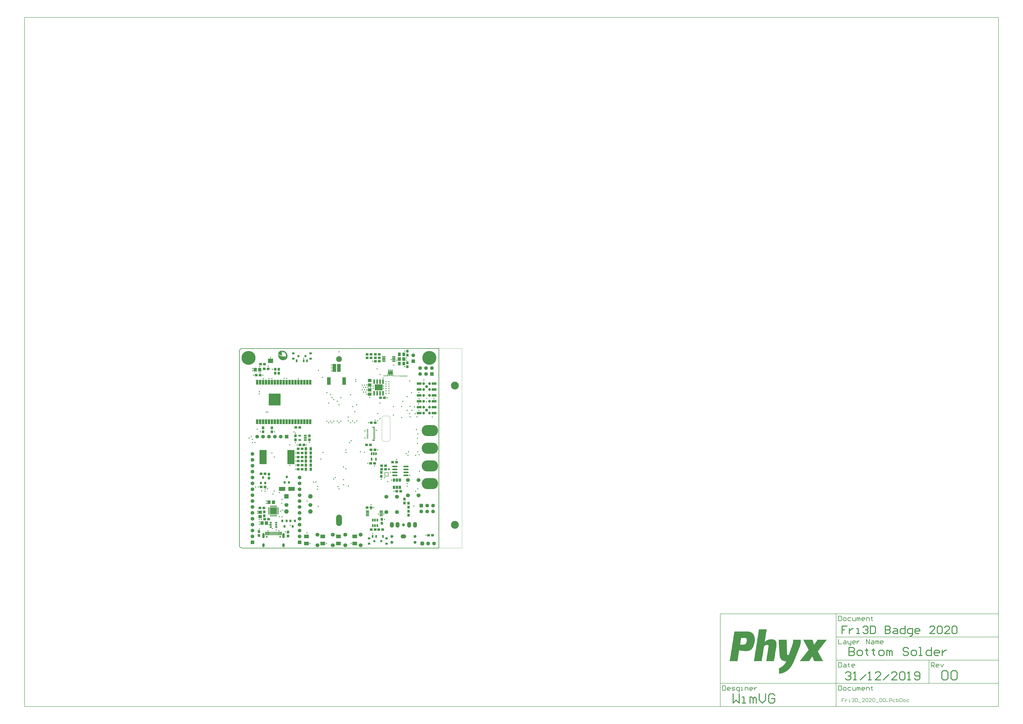
<source format=gbs>
G04*
G04 #@! TF.GenerationSoftware,Altium Limited,Altium Designer,20.0.10 (225)*
G04*
G04 Layer_Color=16711935*
%FSLAX25Y25*%
%MOIN*%
G70*
G01*
G75*
%ADD10C,0.00787*%
%ADD11C,0.01000*%
%ADD13C,0.00984*%
%ADD15C,0.01575*%
%ADD16C,0.00394*%
%ADD19C,0.13386*%
%ADD20C,0.03937*%
%ADD21C,0.02953*%
%ADD22O,0.04331X0.06693*%
%ADD23O,0.04331X0.08661*%
%ADD24C,0.06299*%
%ADD25R,0.06299X0.06299*%
%ADD26O,0.09843X0.19291*%
%ADD27C,0.09843*%
%ADD28C,0.05118*%
%ADD29O,0.09449X0.06693*%
%ADD30O,0.06693X0.09449*%
%ADD31C,0.06693*%
%ADD32C,0.07480*%
%ADD33R,0.07480X0.07480*%
%ADD34R,0.06299X0.06299*%
%ADD35C,0.06394*%
G04:AMPARAMS|DCode=36|XSize=63.94mil|YSize=63.94mil|CornerRadius=16.97mil|HoleSize=0mil|Usage=FLASHONLY|Rotation=180.000|XOffset=0mil|YOffset=0mil|HoleType=Round|Shape=RoundedRectangle|*
%AMROUNDEDRECTD36*
21,1,0.06394,0.03000,0,0,180.0*
21,1,0.03000,0.06394,0,0,180.0*
1,1,0.03394,-0.01500,0.01500*
1,1,0.03394,0.01500,0.01500*
1,1,0.03394,0.01500,-0.01500*
1,1,0.03394,-0.01500,-0.01500*
%
%ADD36ROUNDEDRECTD36*%
%ADD37C,0.04724*%
%ADD38O,0.27953X0.18898*%
%ADD39C,0.23622*%
%ADD44C,0.03543*%
%ADD104R,0.08661X0.07480*%
%ADD105R,0.12205X0.24016*%
%ADD106R,0.04331X0.04724*%
%ADD107R,0.04724X0.04331*%
%ADD108R,0.02953X0.01575*%
%ADD109R,0.03543X0.01575*%
%ADD110R,0.04134X0.01968*%
%ADD111O,0.05906X0.02165*%
%ADD112R,0.02756X0.04921*%
%ADD113R,0.04331X0.03543*%
%ADD114R,0.03150X0.04724*%
%ADD115R,0.08268X0.05906*%
%ADD116R,0.01575X0.06102*%
%ADD117R,0.03740X0.04331*%
%ADD118R,0.03740X0.04331*%
%ADD119R,0.06299X0.05512*%
%ADD120R,0.05512X0.06299*%
%ADD121R,0.03543X0.02559*%
%ADD122R,0.10630X0.07087*%
%ADD123R,0.04331X0.05512*%
%ADD124C,0.02362*%
%ADD125R,0.04331X0.01968*%
%ADD126R,0.05906X0.12598*%
%ADD127R,0.06299X0.13780*%
%ADD128R,0.05709X0.01968*%
%ADD129R,0.05118X0.06299*%
%ADD130O,0.02756X0.08268*%
%ADD131R,0.13386X0.09882*%
%ADD132O,0.09055X0.02756*%
%ADD133R,0.01476X0.01378*%
%ADD134R,0.01378X0.01476*%
%ADD135R,0.04331X0.05394*%
%ADD136O,0.01378X0.03347*%
%ADD137O,0.03347X0.01378*%
%ADD138R,0.11417X0.11417*%
%ADD139R,0.03937X0.08268*%
%ADD140R,0.20079X0.20079*%
%ADD141R,0.08268X0.03937*%
%ADD142R,0.04921X0.02756*%
%ADD143C,0.01968*%
G36*
X71893Y334991D02*
X71893Y334991D01*
X71893Y334991D01*
X71909Y334989D01*
X71927Y334987D01*
X71961Y334990D01*
X71961D01*
D01*
D01*
X72030Y334990D01*
X72064Y334986D01*
X72088Y334988D01*
X72098Y334989D01*
X72098D01*
X72098D01*
X72167Y334988D01*
X72167D01*
X72167D01*
X72179Y334987D01*
X72201Y334985D01*
X72235Y334988D01*
X73399Y334978D01*
X73438Y334974D01*
X73463Y334965D01*
X73475Y334962D01*
X73509Y334943D01*
X73539Y334918D01*
X73563Y334888D01*
X73581Y334854D01*
X73589Y334828D01*
X73592Y334817D01*
X73595Y334778D01*
D01*
Y334778D01*
X73595Y334710D01*
X73595Y334710D01*
X73591Y334671D01*
X73579Y334634D01*
D01*
X73579Y334634D01*
X73567Y334612D01*
X73561Y334600D01*
X73561Y334600D01*
X73561Y334600D01*
X73546Y334582D01*
X73536Y334570D01*
X73536Y334570D01*
X73536Y334570D01*
X73521Y334559D01*
X73506Y334546D01*
X73506Y334546D01*
X73506Y334546D01*
X73491Y334538D01*
X73471Y334528D01*
X73471Y334528D01*
X73471D01*
X73467Y334527D01*
X73434Y334517D01*
X73395Y334513D01*
X73395D01*
D01*
D01*
X73339Y334514D01*
X73330Y334504D01*
X73330Y334504D01*
X73330Y334504D01*
X73322Y334497D01*
X73299Y334479D01*
X73299Y334479D01*
X73299Y334479D01*
X73289Y334474D01*
X73265Y334461D01*
X73265Y334461D01*
X73265Y334461D01*
X73253Y334457D01*
X73228Y334450D01*
X73228Y334450D01*
X73228Y334450D01*
X73210Y334449D01*
X73189Y334447D01*
X73189Y334447D01*
X73189Y334447D01*
X73132Y334447D01*
X73124Y334437D01*
X73124Y334437D01*
X73124Y334437D01*
X73100Y334418D01*
X73093Y334413D01*
X73093D01*
X73093Y334413D01*
X73084Y334408D01*
X73082Y334403D01*
X73079Y334399D01*
X73079Y334399D01*
X73079Y334399D01*
X73063Y334379D01*
X73055Y334369D01*
X73055Y334369D01*
X73054Y334369D01*
X73035Y334353D01*
X73024Y334345D01*
X73024Y334345D01*
X73024Y334345D01*
X73015Y334340D01*
X73015Y334339D01*
X73010Y334331D01*
X73010Y334331D01*
X73010Y334331D01*
X72998Y334316D01*
X72986Y334301D01*
X72986Y334301D01*
X72986Y334301D01*
X72955Y334277D01*
X72923Y334260D01*
X72921Y334259D01*
D01*
X72921Y334259D01*
X72898Y334252D01*
X72891Y334229D01*
X72891Y334229D01*
Y334229D01*
X72881Y334212D01*
X72872Y334195D01*
X72872Y334195D01*
X72872Y334195D01*
X72862Y334183D01*
X72847Y334165D01*
X72817Y334141D01*
X72817Y334141D01*
X72817Y334141D01*
X72808Y334136D01*
X72808Y334136D01*
X72803Y334127D01*
X72778Y334098D01*
X72748Y334073D01*
X72739Y334068D01*
X72734Y334059D01*
X72734Y334059D01*
X72734Y334059D01*
X72727Y334051D01*
X72709Y334030D01*
X72679Y334005D01*
X72670Y334000D01*
X72665Y333991D01*
X72640Y333962D01*
X72629Y333953D01*
X72629Y333896D01*
X72625Y333858D01*
X72622Y333849D01*
X72613Y333821D01*
X72595Y333787D01*
X72570Y333757D01*
X72540Y333733D01*
X72531Y333728D01*
X72526Y333719D01*
X72501Y333689D01*
X72471Y333665D01*
X72461Y333660D01*
X72460Y333658D01*
X72457Y333651D01*
X72457Y333651D01*
X72457Y333651D01*
X72441Y333632D01*
X72432Y333621D01*
X72432Y333621D01*
X72432Y333621D01*
X72421Y333612D01*
X72421Y333556D01*
X72421Y333556D01*
X72421Y333556D01*
X72419Y333540D01*
X72417Y333517D01*
X72416Y333517D01*
Y333517D01*
X72414Y333510D01*
X72405Y333480D01*
X72405Y333480D01*
X72405Y333480D01*
X72395Y333462D01*
X72386Y333446D01*
X72386Y333446D01*
X72386Y333446D01*
X72373Y333430D01*
X72361Y333416D01*
X72361Y333416D01*
X72361Y333416D01*
X72351Y333408D01*
X72350Y333351D01*
X72347Y333316D01*
X72350Y333282D01*
D01*
Y333282D01*
X72349Y333214D01*
X72347Y333190D01*
X72345Y333175D01*
X72345Y333175D01*
X72345Y333175D01*
X72336Y333147D01*
X72333Y333138D01*
X72333Y333138D01*
X72333Y333138D01*
X72324Y333122D01*
X72315Y333104D01*
X72315Y333104D01*
X72315Y333104D01*
X72308Y333096D01*
X72290Y333074D01*
X72290Y333074D01*
X72290Y333074D01*
X72279Y333066D01*
X72279Y333009D01*
Y333009D01*
Y333009D01*
X72275Y332970D01*
X72266Y332944D01*
X72263Y332933D01*
X72263Y332933D01*
D01*
X72261Y332930D01*
X72245Y332899D01*
X72220Y332870D01*
X72220Y332870D01*
X72220Y332870D01*
X72209Y332861D01*
X72209Y332804D01*
Y332804D01*
Y332804D01*
X72207Y332792D01*
X72205Y332770D01*
X72207Y332747D01*
X72208Y332736D01*
Y332736D01*
Y332736D01*
X72207Y332667D01*
Y332667D01*
Y332667D01*
X72206Y332655D01*
X72204Y332633D01*
X72204Y332626D01*
X72207Y332599D01*
Y332599D01*
Y332599D01*
Y332599D01*
X72206Y332530D01*
X72202Y332492D01*
X72190Y332455D01*
X72172Y332421D01*
X72147Y332391D01*
X72136Y332382D01*
X72136Y332325D01*
D01*
X72135Y332257D01*
Y332257D01*
Y332257D01*
X72135Y332188D01*
Y332188D01*
Y332188D01*
X72134Y332120D01*
Y332120D01*
X72133Y332051D01*
Y332051D01*
Y332051D01*
X72132Y332033D01*
X72130Y332017D01*
X72132Y331998D01*
X72133Y331983D01*
Y331983D01*
Y331983D01*
X72132Y331914D01*
X72130Y331891D01*
X72129Y331880D01*
X72132Y331846D01*
D01*
Y331846D01*
X72131Y331778D01*
X72129Y331754D01*
X72127Y331743D01*
X72129Y331730D01*
X72131Y331709D01*
Y331709D01*
Y331709D01*
X72130Y331641D01*
Y331641D01*
Y331641D01*
X72129Y331628D01*
X72126Y331606D01*
X72129Y331572D01*
Y331572D01*
D01*
D01*
X72129Y331504D01*
X72129Y331504D01*
X72129Y331504D01*
X72127Y331484D01*
X72125Y331469D01*
X72127Y331442D01*
X72128Y331435D01*
Y331435D01*
D01*
D01*
X72127Y331367D01*
X72124Y331332D01*
X72127Y331298D01*
D01*
Y331298D01*
X72126Y331230D01*
X72124Y331212D01*
X72123Y331195D01*
X72126Y331161D01*
D01*
Y331161D01*
X72125Y331093D01*
Y331093D01*
Y331093D01*
X72124Y331024D01*
D01*
X72124Y330956D01*
D01*
X72123Y330887D01*
Y330887D01*
Y330887D01*
X72123Y330819D01*
X72123Y330819D01*
X72123Y330819D01*
X72122Y330750D01*
Y330750D01*
X72122Y330693D01*
X72132Y330685D01*
X72132Y330685D01*
X72132Y330685D01*
X72142Y330672D01*
X72156Y330655D01*
X72156Y330655D01*
X72157Y330654D01*
X72169Y330630D01*
X72174Y330620D01*
X72174Y330620D01*
X72175Y330620D01*
X72180Y330600D01*
X72185Y330583D01*
X72185Y330583D01*
X72185Y330583D01*
X72187Y330565D01*
X72189Y330544D01*
X72189Y330544D01*
X72189Y330544D01*
X72188Y330476D01*
X72186Y330451D01*
X72185Y330442D01*
X72188Y330407D01*
D01*
Y330407D01*
X72187Y330339D01*
Y330339D01*
Y330339D01*
X72184Y330314D01*
X72183Y330305D01*
X72185Y330290D01*
X72186Y330271D01*
Y330270D01*
Y330270D01*
Y330270D01*
X72186Y330202D01*
Y330202D01*
Y330202D01*
X72184Y330186D01*
X72182Y330168D01*
X72183Y330161D01*
X72185Y330133D01*
Y330133D01*
Y330133D01*
Y330133D01*
X72185Y330065D01*
Y330065D01*
Y330065D01*
X72184Y329996D01*
D01*
X72184Y329940D01*
X72194Y329931D01*
X72194Y329931D01*
X72194Y329931D01*
X72204Y329918D01*
X72218Y329901D01*
X72218Y329901D01*
X72218Y329901D01*
X72231Y329876D01*
X72236Y329866D01*
Y329866D01*
X72236Y329866D01*
X72247Y329829D01*
X72250Y329801D01*
X72251Y329790D01*
Y329790D01*
Y329790D01*
X72250Y329722D01*
Y329722D01*
Y329722D01*
X72247Y329697D01*
X72246Y329688D01*
X72248Y329671D01*
X72250Y329654D01*
Y329654D01*
D01*
D01*
X72249Y329585D01*
Y329585D01*
Y329585D01*
X72248Y329517D01*
D01*
Y329517D01*
X72248Y329460D01*
X72258Y329451D01*
X72258Y329451D01*
X72258Y329451D01*
X72273Y329433D01*
X72283Y329421D01*
X72283Y329421D01*
X72283Y329420D01*
X72294Y329398D01*
X72301Y329386D01*
X72301Y329386D01*
X72301Y329386D01*
X72307Y329363D01*
X72312Y329349D01*
X72312Y329349D01*
X72312Y329349D01*
X72313Y329327D01*
X72315Y329310D01*
Y329310D01*
Y329310D01*
Y329310D01*
X72314Y329242D01*
Y329242D01*
Y329242D01*
X72313Y329225D01*
X72311Y329208D01*
X72312Y329191D01*
X72314Y329174D01*
Y329173D01*
Y329173D01*
Y329173D01*
X72313Y329105D01*
X72313Y329105D01*
X72313Y329105D01*
X72313Y329036D01*
D01*
X72312Y328980D01*
X72323Y328971D01*
X72323Y328971D01*
X72323Y328971D01*
X72334Y328956D01*
X72347Y328941D01*
X72347Y328941D01*
X72347Y328941D01*
X72363Y328910D01*
X72365Y328906D01*
D01*
X72365Y328906D01*
X72376Y328869D01*
X72378Y328840D01*
X72379Y328831D01*
Y328831D01*
D01*
D01*
X72379Y328774D01*
X72384Y328769D01*
X72389Y328765D01*
X72389Y328765D01*
X72389Y328765D01*
X72401Y328750D01*
X72414Y328735D01*
X72414Y328735D01*
X72414Y328735D01*
X72430Y328704D01*
X72432Y328700D01*
D01*
X72432Y328700D01*
X72435Y328689D01*
X72443Y328663D01*
X72446Y328625D01*
Y328625D01*
D01*
D01*
X72445Y328556D01*
Y328556D01*
Y328556D01*
X72443Y328538D01*
X72442Y328522D01*
X72444Y328498D01*
X72445Y328488D01*
Y328488D01*
Y328488D01*
X72444Y328419D01*
Y328419D01*
Y328419D01*
X72443Y328407D01*
X72441Y328385D01*
X72443Y328355D01*
X72444Y328350D01*
X72443Y328294D01*
X72454Y328285D01*
X72478Y328255D01*
X72496Y328220D01*
X72507Y328183D01*
X72510Y328145D01*
X72510Y328088D01*
X72510Y328087D01*
X72520Y328079D01*
X72520Y328079D01*
X72520Y328079D01*
X72545Y328049D01*
X72563Y328014D01*
X72574Y327977D01*
X72576Y327951D01*
X72577Y327939D01*
Y327939D01*
Y327939D01*
X72576Y327870D01*
X72576Y327870D01*
X72576Y327870D01*
X72574Y327852D01*
X72573Y327836D01*
X72574Y327819D01*
X72576Y327802D01*
Y327801D01*
D01*
D01*
X72575Y327733D01*
X72575Y327733D01*
X72575Y327733D01*
X72574Y327718D01*
X72572Y327699D01*
X72572Y327696D01*
X72575Y327665D01*
Y327665D01*
Y327664D01*
X72574Y327608D01*
X72585Y327599D01*
X72585Y327599D01*
X72585Y327599D01*
X72600Y327579D01*
X72609Y327569D01*
X72609Y327569D01*
X72609Y327569D01*
X72625Y327539D01*
X72627Y327534D01*
Y327534D01*
X72627Y327534D01*
X72635Y327508D01*
X72638Y327497D01*
Y327497D01*
X72638Y327497D01*
X72640Y327473D01*
X72641Y327459D01*
Y327459D01*
Y327459D01*
X72641Y327402D01*
X72651Y327393D01*
X72676Y327363D01*
X72694Y327328D01*
X72704Y327291D01*
X72708Y327252D01*
X72707Y327184D01*
X72705Y327162D01*
X72704Y327150D01*
X72705Y327132D01*
X72707Y327116D01*
Y327116D01*
Y327116D01*
Y327116D01*
X72706Y327047D01*
X72706Y327047D01*
X72706Y327047D01*
X72706Y326978D01*
Y326978D01*
X72705Y326910D01*
Y326910D01*
Y326910D01*
X72703Y326891D01*
X72701Y326872D01*
X72701Y326871D01*
Y326871D01*
X72694Y326849D01*
X72689Y326835D01*
X72689Y326835D01*
X72689Y326835D01*
X72679Y326816D01*
X72671Y326801D01*
X72671Y326800D01*
X72671Y326800D01*
X72659Y326787D01*
X72646Y326771D01*
X72646Y326771D01*
X72646Y326771D01*
X72626Y326755D01*
X72616Y326747D01*
X72616Y326746D01*
X72616Y326746D01*
X72586Y326731D01*
X72581Y326729D01*
X72581D01*
X72581Y326728D01*
X72555Y326721D01*
X72544Y326717D01*
X72544D01*
X72544Y326717D01*
X72521Y326715D01*
X72506Y326714D01*
X72505D01*
X72505D01*
X72437Y326715D01*
X72403Y326718D01*
X72383Y326716D01*
X72369Y326715D01*
X72369D01*
X72369D01*
X72300Y326716D01*
X72261Y326720D01*
X72224Y326732D01*
X72212Y326738D01*
X72190Y326750D01*
X72161Y326775D01*
X72152Y326786D01*
X72095Y326786D01*
X72076Y326788D01*
X72061Y326790D01*
X72027Y326787D01*
X72027D01*
D01*
D01*
X71958Y326787D01*
X71920Y326791D01*
X71883Y326803D01*
X71849Y326822D01*
X71819Y326847D01*
X71810Y326857D01*
X71616Y326859D01*
X71582Y326862D01*
X71562Y326861D01*
X71548Y326859D01*
X71548D01*
X71548D01*
X71479Y326860D01*
X71456Y326862D01*
X71441Y326864D01*
X71441Y326864D01*
X71441D01*
X71416Y326872D01*
X71404Y326876D01*
X71404Y326876D01*
X71404Y326876D01*
X71388Y326884D01*
X71370Y326894D01*
X71370Y326894D01*
X71370Y326894D01*
X71360Y326903D01*
X71340Y326919D01*
X71340Y326919D01*
X71340Y326919D01*
X71332Y326930D01*
X71275Y326930D01*
X71256Y326932D01*
X71236Y326934D01*
X71236Y326934D01*
X71236D01*
X71213Y326942D01*
X71199Y326946D01*
X71199Y326946D01*
X71199Y326946D01*
X71169Y326962D01*
X71165Y326964D01*
X71165Y326965D01*
X71165Y326965D01*
X71146Y326981D01*
X71135Y326989D01*
X71135Y326989D01*
X71135Y326989D01*
X71127Y327000D01*
X70933Y327002D01*
X70933D01*
X70933D01*
X70914Y327004D01*
X70894Y327006D01*
X70894Y327006D01*
X70894D01*
X70878Y327011D01*
X70857Y327017D01*
X70857Y327017D01*
X70857D01*
X70851Y327021D01*
X70823Y327036D01*
X70823Y327036D01*
X70823Y327036D01*
X70811Y327046D01*
X70793Y327061D01*
X70793Y327061D01*
X70793Y327061D01*
X70786Y327071D01*
X70785Y327071D01*
X70728Y327072D01*
X70689Y327076D01*
X70653Y327088D01*
X70634Y327098D01*
X70618Y327106D01*
X70589Y327131D01*
Y327131D01*
X70589D01*
X70580Y327142D01*
X70386Y327144D01*
D01*
X70386D01*
X70382Y327144D01*
X70348Y327148D01*
X70322Y327155D01*
X70311Y327159D01*
X70292Y327169D01*
X70277Y327178D01*
X70247Y327203D01*
Y327203D01*
X70247D01*
X70238Y327213D01*
X70181Y327214D01*
X70163Y327216D01*
X70143Y327218D01*
X70143Y327218D01*
X70143D01*
X70113Y327227D01*
X70106Y327229D01*
X70106D01*
X70106Y327229D01*
X70080Y327243D01*
X70072Y327248D01*
X70072Y327248D01*
X70072Y327248D01*
X70054Y327263D01*
X70042Y327273D01*
X70042Y327273D01*
X70042Y327273D01*
X70034Y327284D01*
X69840Y327285D01*
X69801Y327289D01*
X69772Y327298D01*
X69764Y327301D01*
X69764Y327301D01*
X69764Y327301D01*
X69748Y327310D01*
X69730Y327320D01*
X69730Y327320D01*
X69730Y327320D01*
X69720Y327328D01*
X69700Y327344D01*
X69700Y327344D01*
X69700Y327344D01*
X69692Y327355D01*
X69635Y327355D01*
X69635D01*
X69635D01*
X69626Y327356D01*
X69596Y327360D01*
X69559Y327371D01*
X69559Y327371D01*
D01*
X69556Y327373D01*
X69525Y327390D01*
X69495Y327414D01*
X69495Y327414D01*
X69495Y327415D01*
X69490Y327421D01*
X69487Y327425D01*
X69430Y327426D01*
X69430D01*
X69430D01*
X69416Y327427D01*
X69391Y327430D01*
X69354Y327441D01*
X69354Y327442D01*
X69354D01*
X69348Y327445D01*
X69320Y327460D01*
X69320Y327460D01*
X69320D01*
X69315Y327464D01*
X69291Y327485D01*
X69291Y327485D01*
X69291Y327485D01*
X69282Y327496D01*
X69225Y327496D01*
X69201Y327499D01*
X69187Y327500D01*
X69187Y327500D01*
X69186Y327500D01*
X69162Y327508D01*
X69150Y327512D01*
X69150Y327512D01*
X69149Y327512D01*
X69130Y327522D01*
X69116Y327530D01*
X69115Y327530D01*
X69115Y327530D01*
X69099Y327544D01*
X69086Y327555D01*
X69086Y327555D01*
X69086Y327555D01*
X69077Y327566D01*
X69020Y327566D01*
X69020D01*
X69020D01*
X69004Y327568D01*
X68982Y327570D01*
X68982Y327570D01*
X68982D01*
X68978Y327572D01*
X68945Y327582D01*
X68911Y327601D01*
X68911Y327601D01*
X68910Y327601D01*
X68894Y327614D01*
X68881Y327625D01*
X68881Y327625D01*
X68881Y327625D01*
X68872Y327636D01*
X68815Y327637D01*
D01*
X68815D01*
X68811Y327637D01*
X68777Y327641D01*
X68751Y327649D01*
X68740Y327652D01*
X68721Y327662D01*
X68706Y327671D01*
X68676Y327696D01*
Y327696D01*
X68676D01*
X68667Y327706D01*
X68611Y327707D01*
X68572Y327711D01*
X68535Y327723D01*
X68509Y327737D01*
X68501Y327741D01*
X68501Y327741D01*
X68501Y327741D01*
X68486Y327754D01*
X68471Y327766D01*
X68471Y327766D01*
X68471Y327766D01*
X68463Y327777D01*
X68406Y327777D01*
X68367Y327781D01*
X68330Y327793D01*
X68296Y327811D01*
X68266Y327836D01*
X68258Y327847D01*
X68201Y327847D01*
X68201Y327847D01*
X68201Y327847D01*
X68182Y327849D01*
X68162Y327852D01*
X68162Y327852D01*
X68162Y327852D01*
X68150Y327855D01*
X68125Y327863D01*
X68125Y327863D01*
X68125Y327863D01*
X68118Y327867D01*
X68091Y327882D01*
X68091Y327882D01*
X68091Y327882D01*
X68081Y327890D01*
X68061Y327906D01*
X68061Y327907D01*
X68061Y327907D01*
X68053Y327917D01*
X68037Y327937D01*
X68037Y327937D01*
X68037Y327937D01*
X68032Y327946D01*
X68023Y327951D01*
X68023Y327951D01*
X68023Y327951D01*
X68015Y327958D01*
X67994Y327976D01*
X67994Y327976D01*
X67994Y327976D01*
X67985Y327986D01*
X67928Y327987D01*
X67901Y327990D01*
X67890Y327991D01*
X67890D01*
X67890Y327991D01*
X67856Y328001D01*
X67853Y328002D01*
X67853D01*
X67853Y328002D01*
X67836Y328012D01*
X67819Y328021D01*
X67819Y328021D01*
X67818D01*
X67813Y328025D01*
X67789Y328046D01*
X67789Y328046D01*
X67789Y328046D01*
X67765Y328075D01*
X67765Y328076D01*
D01*
X67764Y328076D01*
X67760Y328085D01*
X67751Y328090D01*
X67751Y328090D01*
X67751Y328090D01*
X67731Y328106D01*
X67721Y328115D01*
X67721Y328115D01*
X67721Y328115D01*
X67712Y328126D01*
X67655Y328126D01*
X67617Y328130D01*
X67580Y328142D01*
X67546Y328160D01*
X67516Y328185D01*
X67492Y328215D01*
X67487Y328224D01*
X67478Y328229D01*
X67478Y328229D01*
X67478D01*
X67472Y328235D01*
X67448Y328254D01*
X67448Y328254D01*
X67448Y328254D01*
X67440Y328265D01*
X67383Y328265D01*
X67344Y328270D01*
X67307Y328281D01*
X67273Y328300D01*
X67243Y328325D01*
X67219Y328355D01*
X67216Y328361D01*
X67214Y328364D01*
X67205Y328369D01*
X67205Y328369D01*
X67205Y328369D01*
X67186Y328385D01*
X67176Y328394D01*
X67176Y328394D01*
X67176Y328394D01*
X67165Y328407D01*
X67151Y328424D01*
X67151Y328424D01*
X67151Y328424D01*
X67146Y328433D01*
X67137Y328438D01*
X67108Y328463D01*
X67108Y328463D01*
X67108Y328463D01*
X67102Y328469D01*
X67083Y328493D01*
X67078Y328502D01*
X67070Y328507D01*
X67069Y328507D01*
X67069Y328507D01*
X67057Y328517D01*
X67040Y328532D01*
X67040Y328532D01*
X67040Y328532D01*
X67031Y328542D01*
X66974Y328543D01*
X66974D01*
X66974D01*
X66953Y328545D01*
X66936Y328547D01*
X66936Y328547D01*
X66936D01*
X66920Y328552D01*
X66899Y328559D01*
X66899Y328559D01*
X66899D01*
X66892Y328562D01*
X66865Y328577D01*
X66865Y328577D01*
X66865Y328577D01*
X66852Y328587D01*
X66835Y328602D01*
X66835Y328602D01*
X66835Y328602D01*
X66827Y328612D01*
X66811Y328632D01*
X66806Y328641D01*
X66797Y328646D01*
X66797Y328646D01*
X66797Y328646D01*
X66779Y328661D01*
X66767Y328671D01*
X66767Y328671D01*
X66767Y328671D01*
X66755Y328686D01*
X66743Y328701D01*
X66743Y328701D01*
X66743Y328701D01*
X66738Y328711D01*
X66729Y328715D01*
X66729Y328715D01*
X66729Y328715D01*
X66710Y328731D01*
X66699Y328740D01*
X66699Y328740D01*
X66699Y328740D01*
X66676Y328769D01*
X66675Y328770D01*
D01*
X66675Y328770D01*
X66670Y328780D01*
X66661Y328784D01*
X66661Y328784D01*
X66661Y328784D01*
X66652Y328792D01*
X66631Y328809D01*
X66631Y328809D01*
X66631Y328809D01*
X66628Y328813D01*
X66607Y328839D01*
X66602Y328849D01*
X66593Y328854D01*
X66593Y328854D01*
X66593Y328854D01*
X66584Y328861D01*
X66563Y328878D01*
X66563Y328878D01*
X66563Y328878D01*
X66558Y328884D01*
X66539Y328909D01*
X66539Y328909D01*
X66539Y328909D01*
X66534Y328918D01*
X66525Y328923D01*
X66525Y328923D01*
X66525Y328923D01*
X66507Y328938D01*
X66495Y328947D01*
X66495Y328947D01*
X66495Y328947D01*
X66484Y328962D01*
X66471Y328978D01*
X66471Y328978D01*
X66471Y328978D01*
X66466Y328987D01*
X66457Y328992D01*
X66427Y329016D01*
X66403Y329047D01*
X66398Y329056D01*
X66390Y329061D01*
X66390Y329061D01*
X66389Y329061D01*
X66373Y329074D01*
X66360Y329085D01*
X66360Y329086D01*
X66360Y329086D01*
X66347Y329102D01*
X66335Y329116D01*
X66335Y329116D01*
X66335Y329116D01*
X66323Y329139D01*
X66317Y329150D01*
X66317Y329150D01*
X66317Y329150D01*
X66310Y329175D01*
X66306Y329187D01*
Y329187D01*
X66306Y329187D01*
X66304Y329210D01*
X66303Y329226D01*
Y329226D01*
Y329226D01*
Y329226D01*
X66303Y329283D01*
X66293Y329292D01*
X66293Y329292D01*
X66293Y329292D01*
X66274Y329315D01*
X66269Y329322D01*
Y329322D01*
X66269Y329322D01*
X66264Y329331D01*
X66255Y329336D01*
X66255Y329336D01*
X66255Y329336D01*
X66241Y329347D01*
X66225Y329361D01*
X66225Y329361D01*
X66225Y329361D01*
X66209Y329380D01*
X66201Y329391D01*
X66201Y329391D01*
X66201Y329391D01*
X66185Y329421D01*
X66183Y329425D01*
Y329425D01*
X66183Y329425D01*
X66175Y329452D01*
X66172Y329462D01*
Y329462D01*
X66172Y329463D01*
X66170Y329486D01*
X66168Y329501D01*
Y329501D01*
Y329501D01*
X66169Y329558D01*
X66158Y329567D01*
X66134Y329597D01*
X66116Y329631D01*
X66105Y329668D01*
X66102Y329707D01*
X66102Y329776D01*
Y329776D01*
Y329776D01*
X66105Y329798D01*
X66106Y329810D01*
X66104Y329831D01*
X66103Y329844D01*
X66103Y329844D01*
X66103Y329844D01*
X66104Y329913D01*
X66106Y329937D01*
X66107Y329947D01*
X66104Y329981D01*
X66105Y330049D01*
Y330049D01*
Y330049D01*
X66105Y330118D01*
Y330118D01*
Y330118D01*
X66106Y330187D01*
X66109Y330211D01*
X66110Y330221D01*
X66108Y330234D01*
X66106Y330255D01*
Y330255D01*
Y330255D01*
X66107Y330324D01*
Y330324D01*
Y330324D01*
X66111Y330362D01*
X66119Y330388D01*
X66123Y330399D01*
X66123Y330399D01*
D01*
X66124Y330402D01*
X66141Y330433D01*
X66166Y330463D01*
X66166Y330463D01*
X66166Y330463D01*
X66177Y330471D01*
X66177Y330528D01*
X66181Y330567D01*
X66193Y330604D01*
X66212Y330638D01*
X66237Y330668D01*
X66242Y330672D01*
X66247Y330676D01*
X66248Y330733D01*
Y330733D01*
Y330733D01*
X66249Y330746D01*
X66252Y330772D01*
X66263Y330809D01*
Y330809D01*
X66263Y330809D01*
X66279Y330837D01*
X66282Y330843D01*
X66282Y330843D01*
X66282Y330843D01*
X66298Y330862D01*
X66307Y330872D01*
X66307Y330873D01*
X66307Y330873D01*
X66317Y330881D01*
X66318Y330938D01*
Y330938D01*
Y330938D01*
X66320Y330956D01*
X66322Y330977D01*
X66322Y330977D01*
Y330977D01*
X66325Y330986D01*
X66334Y331013D01*
X66334Y331014D01*
Y331014D01*
X66338Y331022D01*
X66352Y331048D01*
X66352Y331048D01*
X66352Y331048D01*
X66360Y331056D01*
X66377Y331077D01*
X66377Y331077D01*
X66377Y331077D01*
X66381Y331081D01*
X66388Y331086D01*
X66388Y331143D01*
Y331143D01*
Y331143D01*
X66389Y331152D01*
X66392Y331181D01*
X66404Y331218D01*
X66404Y331218D01*
D01*
X66406Y331221D01*
X66422Y331252D01*
X66447Y331282D01*
X66447Y331282D01*
X66447Y331282D01*
X66459Y331292D01*
X66459Y331292D01*
X66461Y331304D01*
X66462Y331318D01*
X66462Y331318D01*
Y331318D01*
X66470Y331343D01*
X66474Y331355D01*
X66474Y331355D01*
X66474Y331355D01*
X66487Y331380D01*
X66492Y331389D01*
X66492Y331389D01*
X66492Y331389D01*
X66508Y331408D01*
X66517Y331418D01*
X66517Y331418D01*
X66517Y331419D01*
X66529Y331428D01*
X66529Y331433D01*
X66532Y331454D01*
X66532Y331454D01*
Y331454D01*
X66539Y331477D01*
X66543Y331491D01*
X66543Y331491D01*
X66543Y331491D01*
X66553Y331509D01*
X66562Y331525D01*
X66562Y331525D01*
X66562Y331525D01*
X66573Y331539D01*
X66587Y331555D01*
X66587Y331555D01*
X66587Y331555D01*
X66597Y331563D01*
X66598Y331620D01*
X66600Y331644D01*
X66602Y331659D01*
X66602Y331659D01*
X66602Y331659D01*
X66610Y331684D01*
X66614Y331696D01*
X66614Y331696D01*
X66614Y331696D01*
X66624Y331715D01*
X66632Y331730D01*
X66632Y331730D01*
X66632Y331730D01*
X66645Y331746D01*
X66657Y331760D01*
X66657Y331760D01*
X66657Y331760D01*
X66668Y331768D01*
X66668Y331825D01*
X66672Y331864D01*
X66684Y331901D01*
X66696Y331923D01*
X66702Y331935D01*
X66711Y331945D01*
X66727Y331965D01*
X66747Y331981D01*
X66758Y331989D01*
X66767Y331994D01*
X66768Y331997D01*
X66771Y332003D01*
X66771Y332003D01*
X66771Y332003D01*
X66787Y332022D01*
X66796Y332032D01*
X66796Y332032D01*
X66796Y332032D01*
X66825Y332056D01*
X66826Y332057D01*
D01*
X66826Y332057D01*
X66836Y332062D01*
X66840Y332070D01*
X66865Y332100D01*
X66865Y332100D01*
X66865Y332100D01*
X66877Y332110D01*
X66878Y332120D01*
X66880Y332136D01*
X66880Y332136D01*
X66880Y332136D01*
X66887Y332159D01*
X66892Y332173D01*
X66892Y332173D01*
X66892Y332173D01*
X66902Y332192D01*
X66910Y332207D01*
X66910Y332207D01*
X66910Y332207D01*
X66923Y332223D01*
X66935Y332237D01*
X66935Y332237D01*
X66935Y332237D01*
X66947Y332246D01*
X66950Y332272D01*
X66961Y332309D01*
D01*
X66961Y332309D01*
X66969Y332323D01*
X66980Y332343D01*
X67005Y332373D01*
X67005Y332373D01*
X67005Y332373D01*
X67035Y332397D01*
X67044Y332402D01*
X67046Y332405D01*
X67049Y332411D01*
X67049Y332411D01*
X67049Y332411D01*
X67064Y332429D01*
X67074Y332441D01*
X67074Y332441D01*
X67074Y332441D01*
X67086Y332451D01*
X67104Y332465D01*
X67113Y332470D01*
X67118Y332479D01*
X67143Y332509D01*
X67155Y332518D01*
X67155Y332524D01*
X67158Y332544D01*
X67158Y332544D01*
Y332544D01*
X67160Y332553D01*
X67169Y332581D01*
X67188Y332615D01*
X67188Y332615D01*
X67188Y332615D01*
X67204Y332635D01*
X67213Y332645D01*
X67213Y332645D01*
X67213Y332645D01*
X67224Y332655D01*
X67225Y332665D01*
X67227Y332681D01*
X67227Y332681D01*
Y332681D01*
X67234Y332702D01*
X67239Y332718D01*
X67239Y332718D01*
X67239Y332718D01*
X67248Y332734D01*
X67257Y332752D01*
X67257Y332752D01*
X67257Y332752D01*
X67266Y332762D01*
X67282Y332782D01*
X67282Y332782D01*
X67282Y332782D01*
X67306Y332801D01*
X67312Y332806D01*
X67312D01*
X67313Y332806D01*
X67321Y332811D01*
X67326Y332820D01*
X67326Y332820D01*
X67326Y332820D01*
X67333Y332828D01*
X67351Y332849D01*
X67382Y332874D01*
X67382Y332874D01*
X67382Y332874D01*
X67391Y332878D01*
X67396Y332888D01*
X67396Y332888D01*
X67396Y332888D01*
X67409Y332904D01*
X67420Y332917D01*
X67420Y332917D01*
X67420Y332917D01*
X67433Y332928D01*
X67450Y332942D01*
X67451Y332942D01*
X67451Y332942D01*
X67460Y332946D01*
X67465Y332956D01*
X67489Y332985D01*
X67520Y333010D01*
X67529Y333014D01*
X67530Y333017D01*
X67534Y333023D01*
X67534Y333023D01*
X67534Y333023D01*
X67550Y333042D01*
X67558Y333053D01*
X67558Y333053D01*
X67558Y333053D01*
X67589Y333077D01*
X67598Y333082D01*
X67603Y333091D01*
X67623Y333116D01*
X67628Y333121D01*
X67628Y333121D01*
X67628Y333121D01*
X67658Y333145D01*
X67667Y333150D01*
X67672Y333159D01*
X67689Y333179D01*
X67697Y333189D01*
X67697Y333189D01*
X67697Y333189D01*
X67708Y333198D01*
X67727Y333213D01*
X67736Y333218D01*
X67741Y333227D01*
X67757Y333247D01*
X67766Y333257D01*
X67766Y333257D01*
X67766Y333257D01*
X67777Y333266D01*
X67796Y333281D01*
X67799Y333283D01*
X67805Y333286D01*
X67810Y333295D01*
X67810Y333295D01*
Y333295D01*
X67815Y333301D01*
X67835Y333325D01*
X67835Y333325D01*
X67835Y333325D01*
X67848Y333335D01*
X67865Y333349D01*
X67865Y333349D01*
X67865Y333349D01*
X67874Y333354D01*
X67877Y333359D01*
X67879Y333363D01*
X67879Y333363D01*
X67879Y333363D01*
X67895Y333382D01*
X67904Y333393D01*
X67904Y333393D01*
X67904Y333393D01*
X67923Y333408D01*
X67934Y333417D01*
X67934Y333417D01*
X67934Y333417D01*
X67943Y333422D01*
X67948Y333431D01*
X67948Y333431D01*
X67948Y333431D01*
X67957Y333441D01*
X67973Y333460D01*
X67973Y333460D01*
X67973Y333460D01*
X67996Y333479D01*
X68003Y333485D01*
X68003D01*
X68003Y333485D01*
X68012Y333489D01*
X68017Y333498D01*
X68017Y333499D01*
X68017Y333499D01*
X68029Y333512D01*
X68042Y333528D01*
X68042Y333528D01*
X68042Y333528D01*
X68062Y333544D01*
X68072Y333553D01*
X68072Y333553D01*
X68072Y333553D01*
X68081Y333557D01*
X68086Y333566D01*
X68111Y333596D01*
X68141Y333621D01*
X68141Y333621D01*
X68141Y333621D01*
X68150Y333625D01*
X68152Y333628D01*
X68155Y333634D01*
X68155Y333634D01*
X68155Y333634D01*
X68171Y333653D01*
X68180Y333664D01*
X68180Y333664D01*
X68180Y333664D01*
X68209Y333687D01*
X68210Y333688D01*
D01*
X68210Y333688D01*
X68220Y333693D01*
X68225Y333702D01*
X68249Y333732D01*
X68249Y333732D01*
X68249Y333732D01*
X68261Y333741D01*
X68279Y333756D01*
X68289Y333761D01*
X68290Y333763D01*
X68293Y333770D01*
X68293Y333770D01*
X68293Y333770D01*
X68309Y333789D01*
X68318Y333800D01*
X68318Y333800D01*
X68318Y333800D01*
X68336Y333814D01*
X68348Y333824D01*
X68348Y333824D01*
X68349Y333824D01*
X68358Y333829D01*
X68363Y333838D01*
X68383Y333862D01*
X68387Y333868D01*
X68387D01*
Y333868D01*
X68418Y333892D01*
X68434Y333900D01*
X68452Y333910D01*
X68489Y333921D01*
X68528Y333924D01*
X68528D01*
X68528D01*
X68585Y333924D01*
X68593Y333934D01*
X68593Y333934D01*
X68594Y333934D01*
X68623Y333958D01*
X68624Y333959D01*
D01*
X68624Y333959D01*
X68633Y333963D01*
X68638Y333972D01*
X68638Y333973D01*
X68638Y333973D01*
X68642Y333978D01*
X68663Y334002D01*
X68693Y334027D01*
X68727Y334045D01*
X68727Y334045D01*
X68727Y334045D01*
X68747Y334050D01*
X68764Y334055D01*
X68764D01*
X68764Y334055D01*
X68786Y334057D01*
X68803Y334059D01*
X68803D01*
D01*
D01*
X68860Y334058D01*
X68868Y334069D01*
X68869Y334069D01*
X68869Y334069D01*
X68881Y334079D01*
X68899Y334093D01*
X68899Y334093D01*
X68899Y334093D01*
X68908Y334098D01*
X68913Y334107D01*
X68913Y334107D01*
X68913Y334107D01*
X68921Y334117D01*
X68938Y334137D01*
X68938Y334137D01*
X68938Y334137D01*
X68961Y334156D01*
X68968Y334161D01*
X68968D01*
X68968Y334161D01*
X68977Y334166D01*
X68982Y334175D01*
X69002Y334199D01*
X69007Y334205D01*
X69007D01*
Y334205D01*
X69037Y334229D01*
X69053Y334238D01*
X69071Y334247D01*
X69108Y334258D01*
X69147Y334261D01*
X69147D01*
X69147D01*
X69204Y334261D01*
X69213Y334271D01*
X69243Y334296D01*
X69252Y334300D01*
X69257Y334310D01*
X69282Y334339D01*
X69282D01*
Y334339D01*
X69312Y334364D01*
X69346Y334382D01*
X69373Y334389D01*
X69384Y334392D01*
X69422Y334396D01*
X69422D01*
D01*
D01*
X69479Y334395D01*
X69488Y334406D01*
X69488D01*
Y334406D01*
X69494Y334411D01*
X69518Y334430D01*
X69552Y334448D01*
X69590Y334459D01*
X69628Y334463D01*
D01*
X69628D01*
X69685Y334462D01*
X69694Y334473D01*
X69694Y334473D01*
X69694Y334473D01*
X69724Y334497D01*
X69733Y334502D01*
X69738Y334511D01*
X69763Y334541D01*
X69793Y334565D01*
X69828Y334583D01*
X69865Y334594D01*
X69903Y334597D01*
X69972Y334597D01*
X69992Y334594D01*
X70006Y334593D01*
X70033Y334595D01*
X70040Y334596D01*
X70040D01*
D01*
D01*
X70097Y334595D01*
X70106Y334606D01*
X70106Y334606D01*
X70106Y334606D01*
X70118Y334615D01*
X70136Y334630D01*
X70145Y334635D01*
X70150Y334644D01*
X70150Y334644D01*
X70150Y334644D01*
X70162Y334658D01*
X70175Y334674D01*
X70175Y334674D01*
X70175Y334674D01*
X70195Y334690D01*
X70205Y334698D01*
X70205Y334698D01*
X70205Y334698D01*
X70235Y334714D01*
X70240Y334716D01*
X70240D01*
X70240Y334716D01*
X70266Y334724D01*
X70277Y334727D01*
X70277D01*
X70277Y334727D01*
X70301Y334729D01*
X70315Y334731D01*
X70315D01*
X70315D01*
X70384Y334730D01*
X70384D01*
X70384D01*
X70395Y334729D01*
X70418Y334726D01*
X70432Y334728D01*
X70452Y334729D01*
X70452D01*
X70452D01*
X70509Y334729D01*
X70518Y334739D01*
X70518Y334739D01*
X70518Y334739D01*
X70531Y334750D01*
X70548Y334764D01*
X70548Y334764D01*
X70548Y334764D01*
X70583Y334782D01*
X70611Y334790D01*
X70620Y334793D01*
X70620D01*
X70620Y334793D01*
X70641Y334794D01*
X70658Y334796D01*
X70658D01*
D01*
D01*
X70715Y334796D01*
X70724Y334806D01*
X70754Y334830D01*
X70789Y334848D01*
X70789Y334848D01*
X70789D01*
X70826Y334859D01*
X70854Y334862D01*
X70864Y334863D01*
X70864D01*
X70865D01*
X70933Y334862D01*
X70954Y334860D01*
X70967Y334858D01*
X71001Y334861D01*
D01*
X71001D01*
X71332Y334859D01*
X71341Y334869D01*
X71371Y334893D01*
X71406Y334911D01*
X71443Y334922D01*
X71481Y334926D01*
D01*
X71481D01*
X71550Y334925D01*
X71562Y334924D01*
X71584Y334922D01*
X71618Y334925D01*
X71618D01*
D01*
D01*
X71675Y334924D01*
X71684Y334935D01*
X71714Y334959D01*
X71749Y334977D01*
X71786Y334988D01*
X71824Y334991D01*
X71893Y334991D01*
D02*
G37*
G36*
X74425Y334763D02*
X74459Y334759D01*
X74493Y334763D01*
X74493D01*
X74493D01*
X74562Y334762D01*
X74562D01*
X74562D01*
X74600Y334758D01*
X74627Y334750D01*
X74637Y334746D01*
X74637Y334746D01*
D01*
X74641Y334745D01*
X74671Y334728D01*
X74701Y334703D01*
X74701Y334703D01*
X74701Y334703D01*
X74710Y334692D01*
X74904Y334690D01*
X74936Y334687D01*
X74938Y334687D01*
X74959Y334689D01*
X74972Y334690D01*
X74972D01*
X74972D01*
X75041Y334689D01*
X75077Y334685D01*
X75079Y334685D01*
D01*
X75079Y334685D01*
X75108Y334676D01*
X75116Y334674D01*
X75116Y334674D01*
X75116Y334674D01*
X75134Y334664D01*
X75150Y334655D01*
X75150Y334655D01*
X75150Y334655D01*
X75164Y334644D01*
X75180Y334630D01*
X75180Y334630D01*
X75180Y334630D01*
X75188Y334619D01*
X75245Y334619D01*
X75262Y334617D01*
X75284Y334615D01*
X75284Y334615D01*
X75284D01*
X75321Y334603D01*
X75355Y334585D01*
X75377Y334566D01*
X75385Y334560D01*
X75385Y334560D01*
X75385Y334560D01*
X75393Y334549D01*
X75450Y334549D01*
X75482Y334545D01*
X75484Y334545D01*
X75508Y334547D01*
X75519Y334548D01*
X75519D01*
X75519D01*
X75587Y334548D01*
X75626Y334543D01*
X75652Y334535D01*
X75663Y334532D01*
X75663Y334532D01*
D01*
X75666Y334530D01*
X75697Y334513D01*
X75726Y334488D01*
X75726Y334488D01*
X75726Y334488D01*
X75735Y334478D01*
X75792Y334477D01*
X75792Y334477D01*
X75792Y334477D01*
X75807Y334476D01*
X75831Y334473D01*
X75831Y334473D01*
X75831D01*
X75839Y334471D01*
X75867Y334462D01*
X75868Y334462D01*
X75868Y334462D01*
X75884Y334453D01*
X75902Y334443D01*
X75902Y334443D01*
X75902Y334443D01*
X75918Y334430D01*
X75931Y334418D01*
X75931Y334418D01*
X75931Y334418D01*
X75940Y334407D01*
X75997Y334407D01*
X76035Y334403D01*
X76064Y334394D01*
X76072Y334391D01*
X76072Y334391D01*
X76072Y334391D01*
X76106Y334373D01*
X76128Y334355D01*
X76136Y334348D01*
X76136Y334348D01*
X76136Y334348D01*
X76154Y334326D01*
X76161Y334318D01*
Y334318D01*
X76161Y334318D01*
X76165Y334309D01*
X76174Y334304D01*
X76174Y334304D01*
X76174Y334304D01*
X76193Y334288D01*
X76204Y334279D01*
X76204Y334279D01*
X76204Y334279D01*
X76213Y334268D01*
X76270Y334268D01*
X76270D01*
X76270D01*
X76287Y334266D01*
X76308Y334264D01*
X76308Y334264D01*
X76308D01*
X76318Y334261D01*
X76345Y334252D01*
X76345Y334252D01*
X76345D01*
X76353Y334248D01*
X76379Y334233D01*
X76379Y334233D01*
X76379Y334233D01*
X76393Y334222D01*
X76409Y334209D01*
X76409Y334209D01*
X76409Y334208D01*
X76417Y334198D01*
X76474Y334197D01*
X76474D01*
X76474D01*
X76499Y334195D01*
X76513Y334193D01*
X76513Y334193D01*
X76513D01*
X76538Y334186D01*
X76550Y334182D01*
X76550Y334182D01*
X76550Y334182D01*
X76562Y334175D01*
X76584Y334163D01*
X76584Y334163D01*
X76584D01*
X76590Y334158D01*
X76614Y334138D01*
X76614Y334138D01*
X76614Y334138D01*
X76624Y334125D01*
X76638Y334108D01*
X76638Y334108D01*
X76638Y334108D01*
X76643Y334099D01*
X76652Y334094D01*
X76652Y334094D01*
X76652Y334094D01*
X76662Y334086D01*
X76682Y334069D01*
X76682Y334069D01*
X76682Y334069D01*
X76690Y334059D01*
X76747Y334058D01*
X76786Y334054D01*
X76794Y334051D01*
X76823Y334042D01*
X76845Y334030D01*
X76857Y334024D01*
X76882Y334003D01*
X76886Y333999D01*
Y333999D01*
X76886D01*
X76895Y333988D01*
X76952Y333988D01*
X76952D01*
X76952D01*
X76977Y333985D01*
X76991Y333984D01*
X76991Y333984D01*
X76991D01*
X77005Y333979D01*
X77028Y333972D01*
X77062Y333953D01*
X77062Y333953D01*
X77062D01*
X77065Y333951D01*
X77091Y333929D01*
X77116Y333898D01*
X77121Y333889D01*
X77130Y333884D01*
X77130Y333884D01*
X77130Y333884D01*
X77149Y333868D01*
X77159Y333859D01*
X77159Y333859D01*
X77159Y333859D01*
X77175Y333840D01*
X77184Y333829D01*
X77184Y333829D01*
X77184Y333829D01*
X77188Y333820D01*
X77197Y333815D01*
X77197Y333815D01*
X77197Y333815D01*
X77216Y333799D01*
X77227Y333790D01*
X77227Y333790D01*
X77227Y333790D01*
X77236Y333780D01*
X77293Y333779D01*
X77312Y333777D01*
X77331Y333775D01*
X77331Y333775D01*
X77331Y333775D01*
X77363Y333765D01*
X77368Y333764D01*
X77368D01*
X77368Y333764D01*
X77394Y333750D01*
X77402Y333745D01*
X77402Y333745D01*
X77402Y333745D01*
X77420Y333730D01*
X77432Y333720D01*
X77432Y333720D01*
X77432Y333720D01*
X77444Y333706D01*
X77456Y333690D01*
X77456Y333690D01*
X77456Y333690D01*
X77461Y333681D01*
X77470Y333676D01*
X77490Y333659D01*
X77500Y333651D01*
X77500Y333651D01*
X77500Y333651D01*
X77524Y333621D01*
X77529Y333612D01*
X77530Y333611D01*
X77538Y333607D01*
X77538Y333607D01*
X77538Y333607D01*
X77557Y333591D01*
X77568Y333582D01*
X77568Y333582D01*
X77568Y333582D01*
X77576Y333572D01*
X77633Y333571D01*
X77672Y333567D01*
X77701Y333558D01*
X77709Y333555D01*
X77709Y333555D01*
X77709Y333555D01*
X77743Y333537D01*
X77764Y333519D01*
X77772Y333512D01*
X77772Y333512D01*
X77772Y333512D01*
X77790Y333490D01*
X77797Y333482D01*
Y333482D01*
X77797Y333482D01*
X77802Y333472D01*
X77811Y333468D01*
X77830Y333451D01*
X77840Y333443D01*
X77840Y333443D01*
X77840Y333443D01*
X77865Y333413D01*
X77869Y333403D01*
X77878Y333399D01*
X77878Y333399D01*
X77879Y333399D01*
X77894Y333385D01*
X77908Y333374D01*
X77908Y333374D01*
X77908Y333374D01*
X77923Y333356D01*
X77933Y333344D01*
X77933Y333344D01*
X77933Y333343D01*
X77937Y333334D01*
X77946Y333329D01*
X77947Y333329D01*
X77947Y333329D01*
X77952Y333325D01*
X77976Y333305D01*
X77985Y333294D01*
X78042Y333293D01*
X78069Y333291D01*
X78080Y333289D01*
X78080D01*
X78080Y333289D01*
X78114Y333279D01*
X78117Y333278D01*
X78117D01*
X78117Y333278D01*
X78145Y333262D01*
X78151Y333259D01*
X78151Y333259D01*
X78151Y333259D01*
X78169Y333245D01*
X78181Y333234D01*
X78181Y333234D01*
X78181Y333234D01*
X78193Y333220D01*
X78205Y333204D01*
X78205Y333204D01*
X78205Y333204D01*
X78210Y333195D01*
X78219Y333190D01*
X78249Y333165D01*
X78273Y333135D01*
X78278Y333126D01*
X78287Y333121D01*
X78317Y333096D01*
X78341Y333066D01*
X78346Y333057D01*
X78355Y333052D01*
X78385Y333027D01*
X78385Y333027D01*
X78385Y333027D01*
X78409Y332997D01*
X78414Y332988D01*
X78416Y332987D01*
X78423Y332983D01*
X78423Y332983D01*
X78423Y332983D01*
X78442Y332967D01*
X78452Y332958D01*
X78453Y332958D01*
X78453Y332958D01*
X78463Y332945D01*
X78477Y332928D01*
X78477Y332928D01*
X78477Y332928D01*
X78482Y332919D01*
X78485Y332917D01*
X78491Y332914D01*
X78491Y332914D01*
X78491Y332914D01*
X78510Y332898D01*
X78520Y332889D01*
X78520Y332889D01*
X78520Y332889D01*
X78530Y332877D01*
X78537Y332876D01*
X78556Y332874D01*
X78556Y332874D01*
X78556Y332874D01*
X78570Y332870D01*
X78593Y332863D01*
X78593Y332863D01*
X78593Y332863D01*
X78605Y332856D01*
X78627Y332844D01*
X78627Y332844D01*
X78627Y332844D01*
X78640Y332833D01*
X78657Y332819D01*
X78657Y332819D01*
X78657Y332819D01*
X78668Y332805D01*
X78681Y332789D01*
X78681Y332789D01*
X78681Y332789D01*
X78691Y332771D01*
X78699Y332755D01*
X78699Y332755D01*
X78699Y332755D01*
X78703Y332740D01*
X78722Y332740D01*
X78745Y332737D01*
X78760Y332735D01*
X78760Y332735D01*
X78760D01*
X78785Y332728D01*
X78797Y332724D01*
X78797Y332724D01*
X78797Y332724D01*
X78822Y332710D01*
X78831Y332705D01*
X78831Y332705D01*
X78831Y332705D01*
X78850Y332689D01*
X78861Y332681D01*
X78861Y332681D01*
X78861Y332681D01*
X78872Y332667D01*
X78885Y332650D01*
X78885Y332650D01*
X78885Y332650D01*
X78903Y332616D01*
X78910Y332593D01*
X78921Y332590D01*
X78933Y332586D01*
X78933Y332586D01*
X78933Y332586D01*
X78958Y332572D01*
X78967Y332567D01*
X78967Y332567D01*
X78967Y332567D01*
X78986Y332551D01*
X78997Y332542D01*
X78997Y332542D01*
X78997Y332542D01*
X79007Y332529D01*
X79021Y332512D01*
X79021Y332512D01*
X79021Y332512D01*
X79039Y332478D01*
X79046Y332455D01*
X79064Y332449D01*
X79069Y332448D01*
X79069D01*
X79069Y332448D01*
X79086Y332438D01*
X79103Y332429D01*
X79103Y332429D01*
X79103D01*
X79109Y332424D01*
X79133Y332404D01*
X79133Y332404D01*
X79133Y332404D01*
X79143Y332391D01*
X79157Y332374D01*
X79157Y332374D01*
X79157Y332374D01*
X79164Y332361D01*
X79175Y332340D01*
X79175Y332340D01*
X79175Y332340D01*
X79179Y332324D01*
X79182Y332317D01*
X79204Y332310D01*
X79239Y332291D01*
X79239Y332291D01*
X79239Y332291D01*
X79255Y332277D01*
X79268Y332266D01*
X79268Y332266D01*
X79268Y332266D01*
X79277Y332255D01*
X79293Y332236D01*
X79293Y332236D01*
X79293Y332236D01*
X79299Y332224D01*
X79311Y332202D01*
X79311Y332202D01*
X79311Y332201D01*
X79316Y332184D01*
X79317Y332178D01*
X79340Y332171D01*
D01*
X79340Y332171D01*
X79362Y332159D01*
X79374Y332153D01*
X79374Y332153D01*
X79374Y332153D01*
X79392Y332138D01*
X79404Y332128D01*
X79404Y332128D01*
X79404Y332128D01*
X79416Y332113D01*
X79428Y332098D01*
X79428Y332098D01*
X79428Y332098D01*
X79436Y332083D01*
X79446Y332063D01*
X79446Y332063D01*
Y332063D01*
X79448Y332059D01*
X79453Y332040D01*
X79476Y332033D01*
X79510Y332015D01*
X79540Y331990D01*
X79564Y331960D01*
X79582Y331925D01*
X79593Y331888D01*
X79595Y331862D01*
X79602Y331857D01*
X79607Y331852D01*
X79607Y331852D01*
X79607Y331852D01*
X79619Y331838D01*
X79631Y331822D01*
X79632Y331822D01*
X79632Y331822D01*
X79648Y331791D01*
X79649Y331788D01*
D01*
X79650Y331788D01*
X79654Y331772D01*
X79660Y331750D01*
X79663Y331724D01*
X79674Y331715D01*
X79674Y331715D01*
X79675Y331715D01*
X79691Y331694D01*
X79699Y331684D01*
X79699Y331684D01*
X79699Y331684D01*
X79703Y331675D01*
X79712Y331670D01*
X79742Y331646D01*
X79767Y331615D01*
X79771Y331606D01*
X79780Y331601D01*
X79800Y331585D01*
X79810Y331576D01*
X79810Y331576D01*
X79810Y331576D01*
X79835Y331546D01*
X79839Y331537D01*
X79848Y331533D01*
X79848Y331532D01*
X79878Y331507D01*
X79902Y331477D01*
X79907Y331468D01*
X79907Y331468D01*
X79916Y331463D01*
X79916Y331463D01*
X79916Y331463D01*
X79933Y331449D01*
X79946Y331438D01*
X79946Y331438D01*
X79946Y331438D01*
X79958Y331423D01*
X79970Y331408D01*
X79970Y331408D01*
X79970Y331408D01*
X79975Y331399D01*
X79984Y331394D01*
X79984Y331394D01*
X79984Y331394D01*
X80003Y331378D01*
X80014Y331369D01*
X80014Y331369D01*
X80014Y331369D01*
X80024Y331356D01*
X80038Y331339D01*
X80038Y331339D01*
X80038Y331339D01*
X80056Y331305D01*
X80067Y331267D01*
X80070Y331238D01*
X80071Y331229D01*
Y331229D01*
D01*
D01*
X80070Y331172D01*
X80080Y331163D01*
X80080Y331163D01*
X80080Y331163D01*
X80092Y331149D01*
X80105Y331133D01*
X80105Y331133D01*
X80105Y331133D01*
X80110Y331124D01*
X80119Y331119D01*
X80143Y331099D01*
X80148Y331094D01*
X80148Y331094D01*
X80148Y331094D01*
X80160Y331080D01*
X80173Y331064D01*
X80173Y331064D01*
X80173Y331064D01*
X80177Y331055D01*
X80186Y331050D01*
X80216Y331025D01*
X80216Y331025D01*
X80216Y331025D01*
X80226Y331013D01*
X80241Y330995D01*
X80242Y330992D01*
X80245Y330986D01*
X80247Y330984D01*
X80255Y330981D01*
X80264Y330972D01*
X80284Y330956D01*
X80309Y330926D01*
X80309Y330926D01*
X80309Y330926D01*
X80313Y330917D01*
X80316Y330915D01*
X80322Y330912D01*
X80322Y330912D01*
X80322Y330912D01*
X80352Y330887D01*
X80368Y330867D01*
X80376Y330857D01*
X80394Y330822D01*
D01*
X80394Y330822D01*
X80405Y330785D01*
X80408Y330759D01*
X80419Y330749D01*
X80419Y330749D01*
X80419Y330749D01*
X80434Y330731D01*
X80444Y330719D01*
X80444Y330719D01*
X80444Y330719D01*
X80456Y330695D01*
X80462Y330685D01*
X80462Y330685D01*
X80462Y330685D01*
X80467Y330665D01*
X80473Y330648D01*
X80473Y330648D01*
X80473Y330647D01*
X80474Y330629D01*
X80475Y330622D01*
X80477Y330620D01*
X80487Y330612D01*
X80487Y330612D01*
X80487Y330612D01*
X80511Y330581D01*
X80516Y330573D01*
X80525Y330568D01*
X80525Y330568D01*
X80525Y330568D01*
X80538Y330556D01*
X80554Y330543D01*
X80554Y330543D01*
X80554Y330543D01*
X80570Y330523D01*
X80579Y330512D01*
X80579Y330512D01*
X80579Y330512D01*
X80595Y330482D01*
X80597Y330478D01*
Y330478D01*
X80597Y330478D01*
X80605Y330451D01*
X80608Y330441D01*
Y330441D01*
X80608Y330441D01*
X80610Y330418D01*
X80611Y330402D01*
Y330402D01*
Y330402D01*
X80611Y330345D01*
X80611Y330345D01*
X80621Y330337D01*
X80621Y330337D01*
X80621Y330337D01*
X80631Y330325D01*
X80646Y330307D01*
X80647Y330303D01*
X80650Y330297D01*
X80659Y330292D01*
X80659Y330292D01*
X80659Y330292D01*
X80665Y330288D01*
X80689Y330268D01*
X80689Y330268D01*
X80689Y330268D01*
X80696Y330259D01*
X80713Y330237D01*
X80713Y330237D01*
X80713Y330237D01*
X80718Y330228D01*
X80727Y330223D01*
X80727Y330223D01*
X80727Y330223D01*
X80741Y330212D01*
X80757Y330199D01*
X80757Y330199D01*
X80757Y330199D01*
X80767Y330186D01*
X80781Y330168D01*
X80781Y330168D01*
X80781Y330168D01*
X80793Y330146D01*
X80799Y330134D01*
Y330134D01*
X80799Y330134D01*
X80808Y330103D01*
X80810Y330097D01*
Y330097D01*
X80810Y330097D01*
X80812Y330072D01*
X80814Y330058D01*
Y330058D01*
Y330058D01*
Y330058D01*
X80813Y330001D01*
X80820Y329995D01*
X80824Y329993D01*
X80848Y329962D01*
X80853Y329953D01*
X80862Y329948D01*
X80892Y329923D01*
X80892Y329923D01*
X80892Y329923D01*
X80901Y329912D01*
X80916Y329893D01*
X80918Y329890D01*
X80934Y329859D01*
X80943Y329827D01*
X80945Y329822D01*
Y329822D01*
X80945Y329822D01*
X80947Y329795D01*
X80948Y329783D01*
Y329783D01*
Y329783D01*
X80948Y329726D01*
X80958Y329717D01*
X80958Y329717D01*
X80958Y329717D01*
X80982Y329688D01*
X80983Y329687D01*
D01*
X80983Y329687D01*
X80987Y329678D01*
X80996Y329673D01*
X81026Y329648D01*
X81026Y329648D01*
X81026Y329648D01*
X81036Y329637D01*
X81050Y329618D01*
X81068Y329584D01*
D01*
X81068Y329584D01*
X81079Y329546D01*
X81082Y329516D01*
X81083Y329508D01*
Y329508D01*
D01*
D01*
X81082Y329451D01*
X81093Y329442D01*
X81093Y329442D01*
X81093Y329442D01*
X81112Y329419D01*
X81117Y329412D01*
Y329412D01*
X81117Y329412D01*
X81122Y329403D01*
X81131Y329398D01*
X81161Y329373D01*
X81185Y329343D01*
X81203Y329309D01*
X81214Y329271D01*
X81217Y329233D01*
X81217Y329176D01*
X81227Y329167D01*
X81227Y329167D01*
X81227Y329167D01*
X81237Y329155D01*
X81252Y329137D01*
X81252Y329137D01*
X81252Y329137D01*
X81257Y329128D01*
X81265Y329123D01*
X81290Y329102D01*
X81295Y329098D01*
X81295Y329098D01*
X81295Y329098D01*
X81307Y329083D01*
X81319Y329068D01*
X81319Y329068D01*
X81319Y329068D01*
X81336Y329037D01*
X81337Y329033D01*
D01*
X81337Y329033D01*
X81342Y329018D01*
X81349Y328996D01*
X81352Y328958D01*
Y328958D01*
D01*
D01*
X81351Y328901D01*
X81362Y328892D01*
X81386Y328862D01*
X81404Y328828D01*
X81415Y328790D01*
X81419Y328752D01*
D01*
Y328752D01*
X81418Y328683D01*
D01*
Y328683D01*
X81417Y328615D01*
X81417Y328615D01*
X81413Y328576D01*
X81402Y328539D01*
X81392Y328521D01*
X81383Y328505D01*
X81358Y328475D01*
X81358D01*
Y328475D01*
X81328Y328451D01*
X81312Y328442D01*
X81294Y328433D01*
X81257Y328422D01*
X81218Y328419D01*
D01*
X81218D01*
X81147Y328419D01*
X81152Y328414D01*
X81152Y328414D01*
X81152Y328414D01*
X81177Y328384D01*
X81188Y328363D01*
X81195Y328350D01*
X81195Y328350D01*
Y328350D01*
X81196Y328345D01*
X81206Y328313D01*
X81209Y328274D01*
Y328274D01*
D01*
D01*
X81208Y328217D01*
X81219Y328208D01*
X81219Y328208D01*
X81219Y328208D01*
X81231Y328194D01*
X81243Y328178D01*
X81243Y328178D01*
X81243Y328178D01*
X81248Y328169D01*
X81257Y328164D01*
X81257Y328164D01*
X81257Y328164D01*
X81267Y328156D01*
X81287Y328139D01*
X81287Y328139D01*
X81287Y328139D01*
X81306Y328116D01*
X81311Y328109D01*
Y328109D01*
X81311Y328109D01*
X81322Y328089D01*
X81329Y328075D01*
X81329Y328075D01*
X81329Y328075D01*
X81334Y328060D01*
X81340Y328038D01*
Y328038D01*
X81340Y328038D01*
X81342Y328018D01*
X81344Y327999D01*
Y327999D01*
D01*
D01*
X81343Y327942D01*
X81354Y327933D01*
X81378Y327903D01*
X81383Y327894D01*
X81392Y327889D01*
X81392Y327889D01*
X81392Y327889D01*
X81411Y327873D01*
X81421Y327864D01*
X81422Y327864D01*
X81422Y327864D01*
X81437Y327845D01*
X81446Y327834D01*
X81446Y327834D01*
X81446Y327834D01*
X81455Y327816D01*
X81464Y327800D01*
X81464Y327800D01*
X81464Y327800D01*
X81467Y327787D01*
X81475Y327762D01*
X81475Y327762D01*
Y327762D01*
X81476Y327751D01*
X81478Y327724D01*
Y327724D01*
Y327724D01*
Y327724D01*
X81478Y327667D01*
X81488Y327658D01*
X81488Y327658D01*
X81488Y327658D01*
X81507Y327635D01*
X81512Y327628D01*
Y327628D01*
X81512Y327628D01*
X81523Y327607D01*
X81530Y327594D01*
X81530Y327594D01*
X81530Y327594D01*
X81535Y327578D01*
X81541Y327556D01*
Y327556D01*
X81541Y327556D01*
X81543Y327537D01*
X81545Y327518D01*
Y327518D01*
D01*
D01*
X81544Y327461D01*
X81555Y327452D01*
X81579Y327422D01*
X81579Y327422D01*
X81579Y327422D01*
X81587Y327407D01*
X81597Y327388D01*
X81597Y327387D01*
Y327387D01*
X81598Y327383D01*
X81608Y327350D01*
X81612Y327312D01*
Y327312D01*
Y327312D01*
X81611Y327255D01*
X81621Y327246D01*
X81621Y327246D01*
X81621Y327246D01*
X81646Y327216D01*
X81664Y327182D01*
X81673Y327150D01*
X81675Y327144D01*
Y327144D01*
X81675Y327144D01*
X81677Y327120D01*
X81678Y327106D01*
Y327106D01*
Y327106D01*
X81678Y327049D01*
X81688Y327040D01*
X81688Y327040D01*
X81688Y327040D01*
X81699Y327027D01*
X81713Y327010D01*
X81713Y327010D01*
X81713Y327010D01*
X81719Y326997D01*
X81731Y326975D01*
X81731Y326975D01*
X81731Y326975D01*
X81736Y326956D01*
X81741Y326938D01*
Y326938D01*
X81741Y326938D01*
X81743Y326917D01*
X81745Y326900D01*
Y326900D01*
D01*
D01*
X81744Y326843D01*
X81755Y326834D01*
X81755Y326834D01*
X81755Y326834D01*
X81765Y326821D01*
X81779Y326804D01*
X81779Y326804D01*
X81779Y326804D01*
X81786Y326791D01*
X81797Y326769D01*
X81797Y326769D01*
X81797Y326769D01*
X81803Y326750D01*
X81808Y326732D01*
Y326732D01*
X81808Y326732D01*
X81810Y326711D01*
X81811Y326694D01*
Y326694D01*
D01*
D01*
X81811Y326625D01*
X81809Y326602D01*
X81807Y326591D01*
X81809Y326576D01*
X81810Y326557D01*
Y326557D01*
Y326557D01*
Y326557D01*
X81810Y326488D01*
X81809Y326420D01*
Y326420D01*
Y326420D01*
X81809Y326363D01*
X81819Y326354D01*
X81819Y326354D01*
X81819Y326354D01*
X81830Y326341D01*
X81844Y326324D01*
X81844Y326324D01*
X81844Y326324D01*
X81850Y326311D01*
X81862Y326290D01*
X81862Y326290D01*
X81862Y326290D01*
X81866Y326274D01*
X81872Y326252D01*
Y326252D01*
X81872Y326252D01*
X81874Y326234D01*
X81876Y326214D01*
Y326214D01*
Y326214D01*
X81875Y326145D01*
X81872Y326111D01*
X81874Y326086D01*
X81875Y326077D01*
Y326077D01*
D01*
D01*
X81874Y326008D01*
X81871Y325978D01*
X81870Y325974D01*
X81872Y325960D01*
X81874Y325940D01*
Y325940D01*
Y325940D01*
X81873Y325871D01*
D01*
X81872Y325803D01*
D01*
Y325803D01*
X81872Y325734D01*
Y325734D01*
Y325734D01*
X81868Y325700D01*
X81870Y325674D01*
X81871Y325666D01*
Y325666D01*
D01*
D01*
X81871Y325597D01*
D01*
X81870Y325529D01*
D01*
Y325529D01*
X81869Y325460D01*
Y325460D01*
Y325460D01*
X81867Y325443D01*
X81866Y325426D01*
X81866Y325423D01*
X81869Y325392D01*
Y325392D01*
Y325392D01*
X81868Y325323D01*
X81866Y325304D01*
X81864Y325289D01*
X81866Y325274D01*
X81867Y325255D01*
Y325255D01*
Y325255D01*
Y325255D01*
X81867Y325187D01*
Y325187D01*
Y325186D01*
X81866Y325176D01*
X81863Y325152D01*
X81866Y325126D01*
X81866Y325118D01*
Y325118D01*
D01*
D01*
X81866Y325050D01*
X81864Y325032D01*
X81862Y325011D01*
X81862Y325011D01*
Y325011D01*
X81854Y324988D01*
X81850Y324974D01*
X81850Y324974D01*
X81850Y324974D01*
X81837Y324951D01*
X81831Y324940D01*
X81831Y324940D01*
X81831Y324940D01*
X81816Y324921D01*
X81807Y324910D01*
X81807Y324910D01*
X81807Y324910D01*
X81796Y324902D01*
X81795Y324845D01*
Y324845D01*
X81795Y324776D01*
X81795Y324776D01*
X81795Y324776D01*
X81794Y324708D01*
X81792Y324684D01*
X81790Y324669D01*
X81790Y324669D01*
X81790Y324669D01*
X81782Y324644D01*
X81779Y324632D01*
X81779Y324632D01*
X81779Y324632D01*
X81768Y324613D01*
X81760Y324598D01*
X81760Y324598D01*
X81760Y324598D01*
X81747Y324582D01*
X81735Y324568D01*
X81735Y324568D01*
X81735Y324568D01*
X81725Y324560D01*
X81724Y324503D01*
X81724Y324503D01*
X81724Y324503D01*
X81723Y324434D01*
Y324434D01*
X81723Y324366D01*
X81719Y324332D01*
X81721Y324315D01*
X81722Y324297D01*
Y324297D01*
D01*
D01*
X81722Y324229D01*
X81717Y324190D01*
X81706Y324153D01*
X81687Y324119D01*
X81662Y324090D01*
X81652Y324081D01*
X81651Y324024D01*
X81649Y323999D01*
X81647Y323986D01*
X81647Y323986D01*
Y323986D01*
X81637Y323953D01*
X81636Y323949D01*
Y323949D01*
X81636Y323949D01*
X81620Y323920D01*
X81617Y323915D01*
X81617Y323915D01*
X81617Y323915D01*
X81601Y323896D01*
X81592Y323885D01*
X81592Y323885D01*
X81592Y323885D01*
X81581Y323876D01*
X81581Y323819D01*
Y323819D01*
Y323819D01*
X81579Y323802D01*
X81577Y323785D01*
X81580Y323751D01*
D01*
Y323751D01*
X81580Y323682D01*
X81578Y323670D01*
X81576Y323644D01*
X81564Y323607D01*
D01*
X81564Y323607D01*
X81552Y323585D01*
X81546Y323573D01*
X81546Y323573D01*
X81546Y323573D01*
X81530Y323555D01*
X81521Y323543D01*
X81521Y323543D01*
X81521Y323543D01*
X81509Y323533D01*
X81508Y323530D01*
X81506Y323507D01*
X81506Y323507D01*
Y323507D01*
X81503Y323499D01*
X81494Y323470D01*
X81494Y323470D01*
X81494Y323470D01*
X81485Y323454D01*
X81476Y323436D01*
X81476Y323436D01*
X81476Y323436D01*
X81463Y323421D01*
X81451Y323407D01*
X81451Y323407D01*
X81451Y323407D01*
X81439Y323397D01*
X81437Y323376D01*
X81438Y323358D01*
X81440Y323341D01*
Y323341D01*
D01*
D01*
X81439Y323273D01*
X81435Y323234D01*
X81424Y323200D01*
X81424Y323197D01*
D01*
X81424Y323197D01*
X81405Y323163D01*
X81388Y323143D01*
X81380Y323133D01*
X81380Y323133D01*
X81380Y323133D01*
X81368Y323124D01*
X81368Y323119D01*
X81366Y323098D01*
X81365Y323098D01*
Y323098D01*
X81360Y323079D01*
X81354Y323061D01*
X81354Y323061D01*
X81354Y323061D01*
X81337Y323031D01*
X81335Y323027D01*
X81335Y323027D01*
X81335Y323027D01*
X81319Y323007D01*
X81310Y322997D01*
X81310Y322997D01*
X81310Y322997D01*
X81299Y322987D01*
X81296Y322966D01*
X81299Y322939D01*
X81299Y322932D01*
Y322931D01*
D01*
D01*
X81299Y322863D01*
Y322863D01*
Y322863D01*
X81295Y322824D01*
X81286Y322798D01*
X81283Y322787D01*
X81283Y322787D01*
D01*
X81281Y322784D01*
X81264Y322753D01*
X81240Y322724D01*
X81240Y322724D01*
X81240Y322724D01*
X81233Y322718D01*
X81209Y322699D01*
X81200Y322694D01*
X81195Y322686D01*
X81195Y322686D01*
X81195Y322685D01*
X81186Y322674D01*
X81170Y322656D01*
X81170Y322656D01*
X81170Y322656D01*
X81162Y322649D01*
X81160Y322647D01*
X81159Y322590D01*
X81159Y322590D01*
X81159Y322590D01*
X81158Y322575D01*
X81155Y322552D01*
X81155Y322552D01*
Y322552D01*
X81153Y322545D01*
X81144Y322515D01*
X81144Y322515D01*
X81144Y322515D01*
X81134Y322497D01*
X81125Y322481D01*
X81125Y322481D01*
X81125Y322481D01*
X81114Y322468D01*
X81100Y322451D01*
X81100Y322451D01*
X81100Y322451D01*
X81088Y322441D01*
X81070Y322427D01*
X81070Y322427D01*
X81070Y322427D01*
X81061Y322422D01*
X81056Y322413D01*
X81056Y322413D01*
X81056Y322413D01*
X81043Y322397D01*
X81031Y322383D01*
X81031Y322383D01*
X81031Y322383D01*
X81020Y322375D01*
X81020Y322318D01*
Y322318D01*
Y322318D01*
X81019Y322306D01*
X81016Y322279D01*
X81004Y322242D01*
X80989Y322215D01*
X80986Y322208D01*
X80969Y322188D01*
X80961Y322178D01*
X80961Y322178D01*
X80961Y322178D01*
X80946Y322166D01*
X80931Y322154D01*
X80931Y322154D01*
X80931Y322154D01*
X80922Y322149D01*
X80917Y322140D01*
X80892Y322110D01*
X80892Y322110D01*
X80892Y322110D01*
X80881Y322102D01*
X80881Y322045D01*
Y322045D01*
Y322045D01*
X80879Y322034D01*
X80877Y322006D01*
X80865Y321969D01*
D01*
X80865Y321969D01*
X80853Y321948D01*
X80847Y321935D01*
X80847Y321935D01*
X80847Y321935D01*
X80831Y321917D01*
X80822Y321906D01*
X80822Y321906D01*
X80822Y321905D01*
X80807Y321894D01*
X80791Y321881D01*
X80791Y321881D01*
X80791Y321881D01*
X80782Y321876D01*
X80779Y321871D01*
X80777Y321867D01*
X80777Y321867D01*
X80777Y321867D01*
X80761Y321848D01*
X80752Y321838D01*
X80752Y321838D01*
X80752Y321838D01*
X80733Y321822D01*
X80722Y321813D01*
X80722Y321813D01*
X80722Y321813D01*
X80713Y321809D01*
X80708Y321800D01*
X80683Y321770D01*
X80683Y321770D01*
X80683Y321770D01*
X80672Y321760D01*
X80671Y321755D01*
X80669Y321734D01*
X80669Y321734D01*
X80669Y321734D01*
X80664Y321719D01*
X80657Y321697D01*
X80657Y321697D01*
X80657Y321697D01*
X80648Y321680D01*
X80639Y321663D01*
X80639Y321663D01*
X80638Y321663D01*
X80627Y321649D01*
X80614Y321633D01*
X80614Y321633D01*
X80614Y321633D01*
X80604Y321625D01*
X80602Y321624D01*
X80599Y321598D01*
X80591Y321571D01*
X80588Y321561D01*
X80588Y321561D01*
D01*
X80569Y321527D01*
X80552Y321507D01*
X80544Y321497D01*
X80544Y321497D01*
X80544Y321497D01*
X80532Y321488D01*
X80514Y321473D01*
X80510Y321471D01*
X80505Y321468D01*
X80500Y321459D01*
X80500Y321459D01*
X80500Y321459D01*
X80491Y321449D01*
X80475Y321429D01*
X80475Y321429D01*
X80475Y321429D01*
X80451Y321410D01*
X80445Y321405D01*
X80445D01*
X80445Y321405D01*
X80436Y321400D01*
X80431Y321391D01*
X80431Y321391D01*
X80431Y321391D01*
X80418Y321376D01*
X80406Y321361D01*
X80406Y321361D01*
X80406Y321361D01*
X80393Y321351D01*
X80376Y321337D01*
X80376Y321337D01*
X80376Y321337D01*
X80366Y321332D01*
X80362Y321323D01*
X80362Y321323D01*
X80362Y321323D01*
X80348Y321307D01*
X80337Y321293D01*
X80337Y321293D01*
X80337Y321293D01*
X80326Y321285D01*
X80326Y321228D01*
X80326Y321228D01*
X80322Y321189D01*
X80311Y321154D01*
X80310Y321152D01*
D01*
X80310Y321152D01*
X80291Y321118D01*
X80271Y321094D01*
X80266Y321089D01*
X80266Y321089D01*
X80266Y321089D01*
X80236Y321064D01*
X80204Y321047D01*
X80202Y321046D01*
D01*
X80202Y321046D01*
X80190Y321043D01*
X80179Y321039D01*
X80176Y321030D01*
X80172Y321017D01*
X80172Y321017D01*
X80172Y321017D01*
X80162Y320998D01*
X80153Y320983D01*
X80153Y320983D01*
X80153Y320983D01*
X80142Y320969D01*
X80128Y320953D01*
X80128Y320953D01*
X80128Y320953D01*
X80109Y320937D01*
X80098Y320929D01*
X80098Y320928D01*
X80098Y320928D01*
X80089Y320924D01*
X80084Y320915D01*
X80059Y320885D01*
X80059Y320885D01*
X80059Y320885D01*
X80029Y320861D01*
X80020Y320856D01*
X80015Y320847D01*
X79990Y320817D01*
X79990Y320817D01*
X79990Y320817D01*
X79960Y320793D01*
X79951Y320788D01*
X79946Y320779D01*
X79946Y320779D01*
X79946Y320779D01*
X79930Y320760D01*
X79921Y320749D01*
X79921Y320749D01*
X79921Y320749D01*
X79908Y320738D01*
X79891Y320725D01*
X79891Y320725D01*
X79891Y320725D01*
X79882Y320720D01*
X79877Y320711D01*
X79877Y320711D01*
X79877Y320711D01*
X79868Y320700D01*
X79852Y320681D01*
X79852Y320681D01*
X79852Y320681D01*
X79836Y320668D01*
X79822Y320657D01*
X79822Y320657D01*
X79822Y320657D01*
X79813Y320652D01*
X79808Y320643D01*
X79808Y320643D01*
X79808Y320643D01*
X79796Y320629D01*
X79783Y320613D01*
X79783Y320613D01*
X79783Y320613D01*
X79770Y320603D01*
X79753Y320589D01*
X79753Y320589D01*
X79753Y320589D01*
X79744Y320584D01*
X79742Y320581D01*
X79739Y320575D01*
X79714Y320545D01*
X79684Y320521D01*
X79675Y320516D01*
X79670Y320507D01*
X79670Y320507D01*
X79670Y320507D01*
X79654Y320488D01*
X79645Y320478D01*
X79645Y320478D01*
X79645Y320478D01*
X79621Y320459D01*
X79615Y320453D01*
X79615D01*
X79615Y320453D01*
X79606Y320448D01*
X79601Y320440D01*
X79601Y320440D01*
X79601Y320440D01*
X79586Y320422D01*
X79576Y320410D01*
X79576Y320410D01*
X79576Y320410D01*
X79561Y320398D01*
X79546Y320385D01*
X79546Y320385D01*
X79546Y320385D01*
X79536Y320381D01*
X79532Y320372D01*
X79532Y320372D01*
X79532Y320372D01*
X79520Y320358D01*
X79507Y320342D01*
X79507Y320342D01*
X79507Y320342D01*
X79494Y320332D01*
X79476Y320318D01*
X79476Y320318D01*
X79476Y320318D01*
X79467Y320313D01*
X79462Y320304D01*
X79462Y320304D01*
X79462Y320304D01*
X79454Y320293D01*
X79438Y320274D01*
X79438Y320274D01*
X79438Y320274D01*
X79414Y320255D01*
X79407Y320250D01*
X79407D01*
X79407Y320250D01*
X79398Y320245D01*
X79393Y320236D01*
X79393Y320236D01*
X79393Y320236D01*
X79378Y320218D01*
X79369Y320206D01*
X79369Y320206D01*
X79369Y320206D01*
X79354Y320194D01*
X79338Y320182D01*
X79338Y320182D01*
X79338Y320182D01*
X79329Y320177D01*
X79324Y320168D01*
X79324Y320168D01*
Y320168D01*
X79319Y320162D01*
X79299Y320138D01*
X79299Y320138D01*
X79299Y320138D01*
X79286Y320128D01*
X79269Y320114D01*
X79269Y320114D01*
X79269Y320114D01*
X79261Y320109D01*
X79235Y320096D01*
X79235Y320096D01*
X79235Y320096D01*
X79226Y320093D01*
X79212Y320089D01*
X79205Y320066D01*
D01*
X79205Y320066D01*
X79193Y320044D01*
X79186Y320032D01*
X79186Y320032D01*
X79186Y320032D01*
X79174Y320017D01*
X79161Y320002D01*
X79161Y320002D01*
X79161Y320002D01*
X79144Y319988D01*
X79131Y319978D01*
X79131Y319978D01*
X79131Y319978D01*
X79103Y319963D01*
X79097Y319960D01*
D01*
X79097Y319960D01*
X79066Y319951D01*
X79059Y319949D01*
X79059D01*
X79059Y319949D01*
X79035Y319947D01*
X79021Y319946D01*
X79021D01*
D01*
D01*
X78964Y319946D01*
X78955Y319936D01*
X78955Y319936D01*
X78955Y319936D01*
X78939Y319923D01*
X78925Y319911D01*
X78925Y319911D01*
X78925Y319911D01*
X78916Y319907D01*
X78911Y319898D01*
X78911Y319898D01*
X78911Y319898D01*
X78896Y319880D01*
X78886Y319868D01*
X78886Y319868D01*
X78886Y319868D01*
X78872Y319856D01*
X78856Y319844D01*
X78856Y319844D01*
X78856Y319844D01*
X78847Y319839D01*
X78842Y319830D01*
X78825Y319810D01*
X78817Y319800D01*
X78817Y319800D01*
X78817Y319800D01*
X78787Y319776D01*
X78778Y319771D01*
X78773Y319762D01*
X78773Y319762D01*
X78773Y319762D01*
X78757Y319743D01*
X78748Y319732D01*
X78748Y319732D01*
X78748Y319732D01*
X78728Y319716D01*
X78718Y319708D01*
X78718Y319708D01*
X78718Y319708D01*
X78703Y319700D01*
X78684Y319690D01*
X78683Y319690D01*
X78683Y319690D01*
X78677Y319688D01*
X78646Y319679D01*
X78646Y319679D01*
X78646D01*
X78639Y319678D01*
X78608Y319675D01*
X78608D01*
X78608D01*
X78608D01*
X78551Y319676D01*
X78542Y319666D01*
X78542Y319665D01*
X78542Y319665D01*
X78512Y319641D01*
X78503Y319636D01*
X78498Y319627D01*
X78498Y319627D01*
X78498Y319627D01*
X78482Y319608D01*
X78473Y319598D01*
X78473Y319598D01*
X78473Y319598D01*
X78453Y319582D01*
X78443Y319573D01*
X78443Y319573D01*
X78443Y319573D01*
X78428Y319565D01*
X78408Y319555D01*
X78408Y319555D01*
X78408Y319555D01*
X78402Y319553D01*
X78371Y319544D01*
X78371Y319544D01*
X78371D01*
X78364Y319544D01*
X78345Y319542D01*
X78335Y319530D01*
X78335Y319530D01*
X78335Y319530D01*
X78329Y319525D01*
X78305Y319506D01*
X78271Y319488D01*
X78271Y319488D01*
X78271D01*
X78234Y319477D01*
X78208Y319475D01*
X78198Y319463D01*
X78198Y319463D01*
X78198Y319463D01*
X78186Y319454D01*
X78168Y319439D01*
X78159Y319434D01*
X78154Y319425D01*
X78154Y319425D01*
X78154Y319425D01*
X78140Y319409D01*
X78129Y319395D01*
X78129Y319395D01*
X78129Y319395D01*
X78111Y319380D01*
X78099Y319371D01*
X78099Y319371D01*
X78098Y319371D01*
X78075Y319358D01*
X78064Y319353D01*
X78064Y319353D01*
X78064Y319353D01*
X78044Y319347D01*
X78027Y319342D01*
X78027Y319342D01*
X78027Y319342D01*
X78009Y319340D01*
X77988Y319338D01*
X77988Y319338D01*
X77988Y319338D01*
X77931Y319339D01*
X77923Y319328D01*
X77923Y319328D01*
X77923Y319328D01*
X77903Y319313D01*
X77893Y319304D01*
X77893Y319304D01*
X77892Y319304D01*
X77874Y319295D01*
X77858Y319286D01*
X77858Y319286D01*
X77858Y319286D01*
X77848Y319283D01*
X77821Y319275D01*
X77821Y319275D01*
X77821D01*
X77813Y319274D01*
X77782Y319272D01*
X77782D01*
X77782D01*
X77782D01*
X77725Y319272D01*
X77717Y319262D01*
X77717Y319262D01*
X77717Y319262D01*
X77705Y319252D01*
X77687Y319237D01*
X77677Y319233D01*
X77672Y319224D01*
X77672Y319223D01*
Y319223D01*
X77667Y319217D01*
X77648Y319194D01*
X77648Y319194D01*
X77648Y319194D01*
X77635Y319183D01*
X77617Y319169D01*
X77617Y319169D01*
X77617Y319169D01*
X77609Y319165D01*
X77583Y319151D01*
X77583Y319151D01*
X77583Y319151D01*
X77574Y319149D01*
X77546Y319141D01*
X77546D01*
X77546Y319141D01*
X77528Y319139D01*
X77507Y319137D01*
X77507D01*
X77507D01*
X77507D01*
X77370Y319138D01*
X77370D01*
X77370D01*
X77352Y319140D01*
X77332Y319142D01*
X77332Y319142D01*
X77332D01*
X77319Y319146D01*
X77295Y319154D01*
X77295Y319154D01*
X77295D01*
X77287Y319158D01*
X77261Y319173D01*
X77261Y319173D01*
X77261Y319173D01*
X77252Y319180D01*
X77231Y319197D01*
X77231Y319198D01*
X77231Y319198D01*
X77226Y319203D01*
X77207Y319228D01*
X77206Y319228D01*
X77206Y319228D01*
X77199Y319242D01*
X77189Y319262D01*
X77188Y319262D01*
X77188Y319262D01*
X77185Y319272D01*
X77178Y319299D01*
X77178Y319299D01*
Y319299D01*
X77177Y319307D01*
X77174Y319338D01*
Y319338D01*
Y319338D01*
X77175Y319406D01*
X77177Y319430D01*
X77179Y319445D01*
X77179Y319445D01*
X77179Y319445D01*
X77188Y319473D01*
X77191Y319482D01*
X77191Y319482D01*
X77191Y319482D01*
X77202Y319504D01*
X77209Y319516D01*
X77209Y319516D01*
X77209Y319516D01*
X77222Y319532D01*
X77234Y319546D01*
X77234Y319546D01*
X77234Y319546D01*
X77260Y319567D01*
X77264Y319570D01*
X77264D01*
X77264Y319570D01*
X77295Y319586D01*
X77298Y319588D01*
X77298D01*
X77299Y319588D01*
X77321Y319595D01*
X77324Y319604D01*
X77329Y319618D01*
X77329Y319618D01*
X77329Y319618D01*
X77339Y319636D01*
X77347Y319652D01*
X77347Y319652D01*
X77347Y319652D01*
X77359Y319665D01*
X77372Y319681D01*
X77372Y319681D01*
X77372Y319681D01*
X77384Y319691D01*
X77385Y319703D01*
X77387Y319717D01*
X77387Y319717D01*
Y319717D01*
X77397Y319749D01*
X77398Y319754D01*
Y319754D01*
X77398Y319754D01*
X77414Y319782D01*
X77417Y319788D01*
X77417Y319788D01*
X77417Y319788D01*
X77433Y319807D01*
X77442Y319818D01*
X77442Y319818D01*
X77442Y319818D01*
X77455Y319828D01*
X77472Y319842D01*
X77472Y319842D01*
X77472Y319842D01*
X77481Y319847D01*
X77486Y319856D01*
X77486Y319856D01*
X77486Y319856D01*
X77495Y319866D01*
X77511Y319886D01*
X77511Y319886D01*
X77511Y319886D01*
X77520Y319893D01*
X77541Y319910D01*
X77550Y319915D01*
X77555Y319924D01*
X77575Y319948D01*
X77580Y319953D01*
X77580Y319953D01*
X77580Y319953D01*
X77610Y319978D01*
X77619Y319983D01*
X77624Y319992D01*
X77624Y319992D01*
X77624Y319992D01*
X77633Y320002D01*
X77649Y320021D01*
X77649Y320021D01*
X77649Y320022D01*
X77660Y320030D01*
X77660Y320087D01*
X77664Y320126D01*
X77676Y320163D01*
X77694Y320197D01*
X77719Y320226D01*
X77750Y320251D01*
X77759Y320255D01*
X77763Y320264D01*
X77763Y320264D01*
X77763Y320264D01*
X77777Y320280D01*
X77788Y320294D01*
X77788Y320294D01*
X77788Y320294D01*
X77814Y320315D01*
X77819Y320318D01*
X77819D01*
X77819Y320319D01*
X77828Y320323D01*
X77833Y320332D01*
X77857Y320362D01*
X77888Y320386D01*
X77897Y320391D01*
X77902Y320400D01*
X77902Y320400D01*
X77902Y320400D01*
X77916Y320417D01*
X77926Y320430D01*
X77926Y320430D01*
X77927Y320430D01*
X77937Y320439D01*
X77938Y320495D01*
X77942Y320534D01*
X77953Y320571D01*
X77972Y320605D01*
X77997Y320635D01*
X78027Y320659D01*
X78036Y320664D01*
X78041Y320673D01*
X78052Y320687D01*
X78066Y320703D01*
X78076Y320711D01*
X78077Y320768D01*
Y320768D01*
Y320768D01*
X78080Y320793D01*
X78081Y320807D01*
X78081Y320807D01*
Y320807D01*
X78089Y320831D01*
X78093Y320844D01*
X78093Y320844D01*
X78093Y320844D01*
X78100Y320856D01*
X78111Y320878D01*
X78111Y320878D01*
Y320878D01*
X78117Y320884D01*
X78136Y320907D01*
X78136Y320907D01*
X78136Y320907D01*
X78149Y320918D01*
X78166Y320932D01*
X78166Y320932D01*
X78166Y320932D01*
X78175Y320936D01*
X78180Y320946D01*
X78180Y320946D01*
X78180Y320946D01*
X78192Y320959D01*
X78205Y320975D01*
X78205Y320975D01*
X78205Y320975D01*
X78225Y320991D01*
X78235Y321000D01*
X78235Y321000D01*
X78235Y321000D01*
X78245Y321004D01*
X78249Y321013D01*
X78249Y321013D01*
X78249Y321013D01*
X78263Y321029D01*
X78274Y321043D01*
X78274Y321043D01*
X78274Y321043D01*
X78286Y321053D01*
X78287Y321064D01*
X78289Y321079D01*
X78289Y321079D01*
X78289Y321079D01*
X78297Y321104D01*
X78300Y321116D01*
X78300Y321116D01*
X78300Y321116D01*
X78308Y321130D01*
X78319Y321150D01*
X78319Y321150D01*
X78319Y321150D01*
X78326Y321158D01*
X78344Y321180D01*
X78344Y321180D01*
X78344Y321180D01*
X78356Y321189D01*
X78359Y321215D01*
X78370Y321252D01*
X78389Y321286D01*
X78414Y321316D01*
X78424Y321324D01*
X78425Y321381D01*
X78427Y321406D01*
X78429Y321420D01*
X78429Y321420D01*
Y321420D01*
X78439Y321452D01*
X78440Y321457D01*
Y321457D01*
X78440Y321457D01*
X78456Y321485D01*
X78459Y321491D01*
X78459Y321491D01*
X78459Y321491D01*
X78475Y321510D01*
X78484Y321521D01*
X78484Y321521D01*
X78484Y321521D01*
X78495Y321529D01*
X78495Y321586D01*
X78499Y321625D01*
X78511Y321662D01*
X78529Y321696D01*
X78554Y321726D01*
X78584Y321750D01*
X78585Y321750D01*
X78593Y321755D01*
X78598Y321764D01*
X78598Y321764D01*
X78598Y321764D01*
X78612Y321780D01*
X78623Y321794D01*
X78623Y321794D01*
X78623Y321794D01*
X78634Y321802D01*
X78634Y321859D01*
Y321859D01*
Y321859D01*
X78636Y321871D01*
X78638Y321898D01*
X78650Y321935D01*
Y321935D01*
X78650Y321935D01*
X78665Y321963D01*
X78669Y321969D01*
X78669Y321969D01*
X78669Y321969D01*
X78685Y321988D01*
X78693Y321998D01*
X78693Y321998D01*
X78693Y321998D01*
X78705Y322008D01*
X78706Y322014D01*
X78708Y322034D01*
X78708Y322034D01*
Y322034D01*
X78715Y322057D01*
X78720Y322071D01*
X78720Y322071D01*
X78720Y322071D01*
X78730Y322089D01*
X78738Y322105D01*
X78738Y322105D01*
X78738Y322105D01*
X78750Y322119D01*
X78763Y322135D01*
X78763Y322135D01*
X78763Y322135D01*
X78775Y322144D01*
X78777Y322166D01*
X78774Y322200D01*
D01*
Y322200D01*
X78775Y322269D01*
X78777Y322292D01*
X78779Y322307D01*
X78779Y322307D01*
Y322307D01*
X78787Y322332D01*
X78791Y322344D01*
X78791Y322344D01*
X78791Y322344D01*
X78799Y322360D01*
X78809Y322378D01*
X78809Y322378D01*
X78809Y322378D01*
X78818Y322388D01*
X78834Y322408D01*
X78834Y322408D01*
X78834Y322408D01*
X78857Y322427D01*
X78864Y322432D01*
X78864D01*
X78864Y322432D01*
X78873Y322437D01*
X78878Y322446D01*
X78878Y322446D01*
X78878Y322446D01*
X78893Y322463D01*
X78903Y322476D01*
X78903Y322476D01*
X78903Y322476D01*
X78914Y322484D01*
X78914Y322541D01*
X78918Y322576D01*
X78916Y322602D01*
X78915Y322610D01*
Y322610D01*
D01*
D01*
X78916Y322678D01*
Y322678D01*
Y322678D01*
X78920Y322717D01*
X78930Y322752D01*
X78931Y322754D01*
D01*
X78931Y322754D01*
X78939Y322768D01*
X78950Y322788D01*
X78975Y322818D01*
X78975Y322818D01*
X78975Y322818D01*
X78981Y322823D01*
X79005Y322842D01*
X79014Y322847D01*
X79019Y322856D01*
X79044Y322886D01*
X79044Y322886D01*
X79044Y322886D01*
X79050Y322891D01*
X79054Y322894D01*
X79055Y322951D01*
X79056Y322964D01*
X79058Y322985D01*
X79057Y322997D01*
X79055Y323020D01*
Y323020D01*
Y323020D01*
X79056Y323088D01*
X79060Y323127D01*
X79071Y323161D01*
X79072Y323164D01*
D01*
X79072Y323164D01*
X79079Y323178D01*
X79090Y323198D01*
X79115Y323227D01*
X79115Y323227D01*
X79115Y323227D01*
X79126Y323236D01*
X79126Y323293D01*
X79130Y323327D01*
X79127Y323361D01*
D01*
Y323361D01*
X79128Y323430D01*
X79130Y323455D01*
X79132Y323468D01*
X79132Y323468D01*
Y323468D01*
X79142Y323501D01*
X79143Y323505D01*
Y323505D01*
X79143Y323505D01*
X79159Y323533D01*
X79162Y323539D01*
X79162Y323539D01*
X79162Y323539D01*
X79178Y323558D01*
X79187Y323569D01*
X79187Y323569D01*
X79187Y323569D01*
X79197Y323578D01*
X79198Y323635D01*
Y323635D01*
Y323635D01*
X79199Y323647D01*
X79201Y323669D01*
X79200Y323689D01*
X79198Y323703D01*
Y323703D01*
Y323703D01*
Y323703D01*
X79199Y323772D01*
Y323772D01*
Y323772D01*
X79200Y323784D01*
X79203Y323810D01*
X79215Y323847D01*
Y323847D01*
X79215Y323847D01*
X79230Y323875D01*
X79233Y323881D01*
X79233Y323881D01*
X79233Y323881D01*
X79249Y323900D01*
X79258Y323911D01*
X79258Y323911D01*
X79258Y323911D01*
X79269Y323920D01*
X79269Y323976D01*
Y323976D01*
X79270Y324045D01*
Y324045D01*
Y324045D01*
X79270Y324113D01*
Y324113D01*
Y324113D01*
X79272Y324131D01*
X79274Y324152D01*
X79274Y324152D01*
Y324152D01*
X79277Y324161D01*
X79286Y324189D01*
X79286Y324189D01*
Y324189D01*
X79290Y324197D01*
X79305Y324223D01*
X79305Y324223D01*
X79305Y324223D01*
X79316Y324237D01*
X79330Y324253D01*
X79330Y324253D01*
X79330Y324253D01*
X79340Y324261D01*
X79341Y324318D01*
Y324318D01*
X79341Y324387D01*
X79341Y324387D01*
X79341Y324387D01*
X79342Y324455D01*
X79346Y324489D01*
X79344Y324507D01*
X79343Y324524D01*
Y324524D01*
Y324524D01*
Y324524D01*
X79343Y324592D01*
Y324592D01*
Y324592D01*
X79344Y324601D01*
X79347Y324626D01*
X79344Y324661D01*
Y324661D01*
Y324661D01*
X79344Y324729D01*
X79347Y324752D01*
X79348Y324763D01*
X79346Y324785D01*
X79345Y324798D01*
Y324798D01*
Y324798D01*
Y324798D01*
X79345Y324866D01*
Y324866D01*
Y324866D01*
X79347Y324884D01*
X79349Y324901D01*
X79346Y324935D01*
Y324935D01*
D01*
D01*
X79347Y325003D01*
Y325003D01*
Y325003D01*
X79349Y325021D01*
X79351Y325042D01*
X79351Y325042D01*
Y325042D01*
X79354Y325051D01*
X79362Y325079D01*
X79362Y325079D01*
Y325079D01*
X79367Y325087D01*
X79377Y325106D01*
X79363Y325133D01*
X79353Y325165D01*
X79352Y325170D01*
Y325170D01*
X79352Y325170D01*
X79350Y325195D01*
X79348Y325208D01*
Y325208D01*
Y325208D01*
X79349Y325277D01*
Y325277D01*
Y325277D01*
X79352Y325302D01*
X79353Y325315D01*
X79353Y325315D01*
Y325316D01*
X79361Y325340D01*
X79365Y325353D01*
X79365Y325353D01*
X79365Y325353D01*
X79372Y325365D01*
X79383Y325387D01*
X79383Y325387D01*
Y325387D01*
X79388Y325393D01*
X79408Y325416D01*
X79408Y325416D01*
X79408Y325416D01*
X79419Y325425D01*
X79419Y325482D01*
D01*
X79420Y325550D01*
D01*
Y325550D01*
X79420Y325607D01*
X79410Y325616D01*
X79386Y325646D01*
X79368Y325680D01*
X79357Y325718D01*
X79353Y325756D01*
D01*
Y325756D01*
X79354Y325825D01*
X79357Y325859D01*
X79356Y325874D01*
X79354Y325893D01*
Y325893D01*
Y325893D01*
Y325893D01*
X79355Y325962D01*
Y325962D01*
Y325962D01*
X79356Y325973D01*
X79359Y325996D01*
X79357Y326009D01*
X79356Y326030D01*
Y326030D01*
Y326030D01*
X79356Y326099D01*
X79360Y326133D01*
X79358Y326153D01*
X79357Y326167D01*
Y326167D01*
Y326167D01*
X79357Y326236D01*
Y326236D01*
Y326236D01*
X79360Y326260D01*
X79361Y326270D01*
X79359Y326289D01*
X79358Y326304D01*
Y326304D01*
Y326304D01*
X79359Y326373D01*
X79362Y326407D01*
X79360Y326434D01*
X79359Y326441D01*
Y326441D01*
D01*
D01*
X79360Y326510D01*
D01*
Y326510D01*
X79360Y326578D01*
D01*
Y326578D01*
X79361Y326635D01*
X79350Y326644D01*
X79350Y326644D01*
X79350Y326644D01*
X79336Y326662D01*
X79326Y326674D01*
X79326Y326674D01*
X79326Y326674D01*
X79313Y326698D01*
X79308Y326708D01*
X79308Y326708D01*
X79308Y326708D01*
X79302Y326728D01*
X79297Y326745D01*
X79297Y326746D01*
X79297Y326746D01*
X79296Y326763D01*
X79294Y326784D01*
X79294Y326784D01*
X79294Y326784D01*
X79294Y326841D01*
X79294Y326842D01*
X79284Y326850D01*
X79284Y326850D01*
X79284Y326850D01*
X79259Y326880D01*
X79241Y326914D01*
X79230Y326952D01*
X79228Y326983D01*
X79227Y326990D01*
Y326990D01*
D01*
D01*
X79228Y327059D01*
Y327059D01*
Y327059D01*
X79229Y327071D01*
X79231Y327093D01*
X79230Y327106D01*
X79228Y327127D01*
Y327127D01*
Y327127D01*
X79229Y327196D01*
X79233Y327230D01*
X79231Y327243D01*
X79229Y327264D01*
Y327264D01*
Y327264D01*
X79230Y327321D01*
X79220Y327330D01*
X79220Y327330D01*
X79219Y327330D01*
X79198Y327356D01*
X79195Y327360D01*
Y327360D01*
X79195Y327360D01*
X79182Y327386D01*
X79177Y327394D01*
X79177Y327394D01*
X79177Y327394D01*
X79171Y327416D01*
X79166Y327432D01*
X79166Y327432D01*
X79166Y327432D01*
X79164Y327451D01*
X79163Y327470D01*
Y327470D01*
Y327470D01*
Y327470D01*
X79163Y327527D01*
X79153Y327536D01*
X79153Y327536D01*
X79153Y327536D01*
X79142Y327549D01*
X79128Y327566D01*
X79128Y327566D01*
X79128Y327566D01*
X79122Y327579D01*
X79110Y327600D01*
X79110Y327600D01*
X79110Y327600D01*
X79106Y327616D01*
X79100Y327638D01*
Y327638D01*
X79100Y327638D01*
X79098Y327655D01*
X79096Y327676D01*
Y327676D01*
Y327676D01*
X79097Y327745D01*
X79099Y327769D01*
X79100Y327779D01*
X79099Y327794D01*
X79097Y327813D01*
Y327813D01*
Y327813D01*
Y327813D01*
X79098Y327870D01*
X79087Y327879D01*
X79063Y327909D01*
X79045Y327943D01*
X79034Y327980D01*
X79031Y328019D01*
X79031Y328076D01*
X79021Y328085D01*
X79021Y328085D01*
X79021Y328085D01*
X79010Y328098D01*
X78996Y328115D01*
X78996Y328115D01*
X78996Y328115D01*
X78978Y328149D01*
X78969Y328181D01*
X78967Y328186D01*
Y328186D01*
X78967Y328187D01*
X78965Y328211D01*
X78964Y328225D01*
Y328225D01*
Y328225D01*
Y328225D01*
X78964Y328294D01*
X78965Y328294D01*
X78964Y328294D01*
X78966Y328313D01*
X78968Y328328D01*
X78965Y328362D01*
D01*
Y328362D01*
X78966Y328419D01*
X78955Y328428D01*
X78955Y328428D01*
X78955Y328428D01*
X78936Y328451D01*
X78931Y328458D01*
Y328458D01*
X78931Y328458D01*
X78926Y328467D01*
X78917Y328472D01*
X78917Y328472D01*
X78917Y328472D01*
X78903Y328484D01*
X78887Y328497D01*
X78887Y328497D01*
X78887Y328497D01*
X78876Y328510D01*
X78863Y328527D01*
X78863Y328527D01*
X78863Y328527D01*
X78856Y328541D01*
X78845Y328561D01*
X78845Y328561D01*
X78845Y328561D01*
X78842Y328572D01*
X78834Y328599D01*
X78834Y328599D01*
Y328599D01*
X78833Y328606D01*
X78830Y328637D01*
Y328637D01*
Y328637D01*
X78831Y328694D01*
X78821Y328703D01*
X78821Y328703D01*
X78821Y328703D01*
X78796Y328733D01*
X78779Y328766D01*
X78778Y328767D01*
D01*
X78778Y328767D01*
X78775Y328779D01*
X78767Y328805D01*
X78764Y328843D01*
Y328843D01*
D01*
D01*
X78764Y328900D01*
X78754Y328909D01*
X78754Y328909D01*
X78754Y328909D01*
X78744Y328922D01*
X78729Y328939D01*
X78729Y328939D01*
X78729Y328939D01*
X78720Y328957D01*
X78711Y328974D01*
X78711Y328974D01*
X78711Y328974D01*
X78708Y328986D01*
X78701Y329011D01*
X78701Y329011D01*
X78701Y329011D01*
X78699Y329029D01*
X78697Y329049D01*
X78697Y329049D01*
X78697Y329049D01*
X78698Y329106D01*
X78687Y329115D01*
X78687Y329115D01*
X78687Y329115D01*
X78678Y329127D01*
X78663Y329145D01*
X78661Y329149D01*
X78658Y329154D01*
X78649Y329159D01*
X78649Y329159D01*
X78649Y329159D01*
X78633Y329172D01*
X78619Y329184D01*
X78619Y329184D01*
X78619Y329184D01*
X78605Y329202D01*
X78595Y329214D01*
X78595Y329214D01*
X78595Y329214D01*
X78582Y329238D01*
X78577Y329249D01*
X78577Y329249D01*
X78577Y329249D01*
X78571Y329269D01*
X78566Y329286D01*
X78566Y329286D01*
X78566Y329286D01*
X78564Y329304D01*
X78562Y329324D01*
X78562Y329324D01*
X78562Y329325D01*
X78563Y329381D01*
X78553Y329390D01*
X78553Y329390D01*
X78553Y329390D01*
X78541Y329405D01*
X78528Y329420D01*
X78528Y329420D01*
X78528Y329420D01*
X78521Y329435D01*
X78510Y329455D01*
X78510Y329455D01*
Y329455D01*
X78509Y329459D01*
X78499Y329492D01*
X78496Y329531D01*
Y329531D01*
Y329531D01*
X78496Y329587D01*
X78496Y329588D01*
X78486Y329596D01*
X78486Y329596D01*
X78486Y329596D01*
X78474Y329611D01*
X78461Y329626D01*
X78461Y329626D01*
X78461Y329626D01*
X78457Y329635D01*
X78448Y329640D01*
X78428Y329657D01*
X78418Y329665D01*
X78418Y329665D01*
X78418Y329665D01*
X78408Y329677D01*
X78394Y329695D01*
X78389Y329705D01*
X78380Y329710D01*
X78360Y329726D01*
X78350Y329734D01*
X78350Y329734D01*
X78350Y329734D01*
X78326Y329765D01*
X78315Y329786D01*
X78308Y329799D01*
X78308Y329799D01*
Y329799D01*
X78307Y329803D01*
X78297Y329836D01*
X78293Y329875D01*
Y329875D01*
D01*
D01*
X78294Y329932D01*
X78284Y329940D01*
X78283Y329940D01*
X78283Y329940D01*
X78259Y329971D01*
X78241Y330005D01*
X78233Y330033D01*
X78230Y330042D01*
Y330042D01*
X78230Y330042D01*
X78228Y330063D01*
X78227Y330081D01*
Y330081D01*
D01*
D01*
X78227Y330138D01*
X78217Y330146D01*
X78217Y330147D01*
X78217Y330147D01*
X78208Y330157D01*
X78192Y330177D01*
X78192Y330177D01*
X78192Y330177D01*
X78188Y330186D01*
X78179Y330191D01*
X78149Y330216D01*
X78149Y330216D01*
X78149Y330216D01*
X78144Y330222D01*
X78124Y330246D01*
X78120Y330255D01*
X78111Y330260D01*
X78091Y330276D01*
X78081Y330285D01*
X78081Y330285D01*
X78081Y330285D01*
X78057Y330315D01*
X78039Y330349D01*
X78028Y330386D01*
X78025Y330418D01*
X78024Y330425D01*
Y330425D01*
D01*
D01*
X78025Y330493D01*
X78025Y330493D01*
X78025Y330493D01*
X78027Y330509D01*
X78029Y330528D01*
X78026Y330562D01*
D01*
Y330562D01*
X78026Y330630D01*
D01*
Y330630D01*
X78030Y330669D01*
X78042Y330706D01*
X78060Y330740D01*
X78085Y330770D01*
X78085D01*
Y330770D01*
X78091Y330774D01*
X78115Y330794D01*
X78150Y330812D01*
X78187Y330823D01*
X78226Y330826D01*
D01*
X78226D01*
X78431Y330825D01*
X78470Y330820D01*
X78507Y330809D01*
X78541Y330790D01*
X78570Y330766D01*
Y330765D01*
X78570D01*
X78595Y330735D01*
X78600Y330726D01*
X78609Y330721D01*
X78638Y330696D01*
X78663Y330666D01*
X78667Y330657D01*
X78676Y330652D01*
X78676Y330652D01*
X78676Y330652D01*
X78694Y330637D01*
X78706Y330627D01*
X78706Y330627D01*
X78706Y330627D01*
X78715Y330617D01*
X78772Y330616D01*
X78810Y330612D01*
X78847Y330601D01*
X78880Y330582D01*
X78876Y330591D01*
X78867Y330595D01*
X78837Y330620D01*
X78813Y330651D01*
X78808Y330660D01*
X78799Y330665D01*
X78775Y330685D01*
X78769Y330689D01*
X78769Y330689D01*
X78769Y330689D01*
X78745Y330720D01*
X78740Y330729D01*
X78731Y330734D01*
X78731Y330734D01*
X78731D01*
X78725Y330739D01*
X78702Y330759D01*
X78702Y330759D01*
X78701Y330759D01*
X78693Y330769D01*
X78636Y330770D01*
X78597Y330774D01*
X78574Y330781D01*
X78561Y330785D01*
X78561Y330785D01*
D01*
X78526Y330804D01*
X78499Y330826D01*
X78497Y330829D01*
Y330829D01*
X78497D01*
X78491Y330836D01*
X78472Y330859D01*
X78468Y330868D01*
X78458Y330873D01*
X78429Y330898D01*
X78429Y330898D01*
X78429Y330898D01*
X78419Y330910D01*
X78404Y330928D01*
X78400Y330937D01*
X78391Y330942D01*
X78366Y330962D01*
X78361Y330967D01*
X78361Y330967D01*
X78361Y330967D01*
X78349Y330981D01*
X78337Y330997D01*
X78337Y330997D01*
X78337Y330997D01*
X78332Y331006D01*
X78329Y331008D01*
X78323Y331011D01*
X78293Y331036D01*
X78284Y331047D01*
X78228Y331047D01*
X78200Y331050D01*
X78189Y331051D01*
X78189D01*
X78189Y331051D01*
X78155Y331062D01*
X78152Y331063D01*
X78152D01*
X78152Y331063D01*
X78130Y331075D01*
X78118Y331081D01*
X78118Y331081D01*
X78118Y331081D01*
X78102Y331095D01*
X78088Y331106D01*
X78088Y331106D01*
X78088Y331106D01*
X78075Y331122D01*
X78064Y331136D01*
X78064Y331136D01*
X78064Y331136D01*
X78059Y331146D01*
X78050Y331150D01*
X78050Y331151D01*
X78050Y331151D01*
X78036Y331162D01*
X78020Y331175D01*
X78020Y331175D01*
X78020Y331175D01*
X78012Y331186D01*
X77955Y331187D01*
X77955Y331187D01*
X77955Y331187D01*
X77940Y331188D01*
X77916Y331191D01*
X77916Y331191D01*
X77916D01*
X77914Y331191D01*
X77879Y331202D01*
X77879Y331202D01*
X77879Y331202D01*
X77869Y331208D01*
X77845Y331221D01*
X77845Y331221D01*
X77845Y331221D01*
X77833Y331231D01*
X77815Y331246D01*
X77815Y331246D01*
X77815Y331246D01*
X77811Y331252D01*
X77791Y331276D01*
X77791Y331276D01*
X77791Y331276D01*
X77788Y331282D01*
X77786Y331285D01*
X77777Y331290D01*
X77777Y331290D01*
X77777Y331290D01*
X77761Y331303D01*
X77748Y331315D01*
X77747Y331315D01*
X77747Y331315D01*
X77739Y331325D01*
X77682Y331326D01*
X77666Y331328D01*
X77644Y331330D01*
X77644Y331330D01*
X77644D01*
X77606Y331342D01*
X77573Y331360D01*
X77550Y331379D01*
X77543Y331385D01*
X77543Y331385D01*
X77543Y331385D01*
X77534Y331396D01*
X77477Y331396D01*
X77477Y331396D01*
X77477Y331396D01*
X77458Y331398D01*
X77439Y331400D01*
X77439Y331400D01*
X77439Y331400D01*
X77423Y331405D01*
X77402Y331412D01*
X77402Y331412D01*
X77402Y331412D01*
X77387Y331420D01*
X77368Y331430D01*
X77368Y331430D01*
X77368Y331430D01*
X77351Y331444D01*
X77338Y331455D01*
X77338Y331455D01*
X77338Y331455D01*
X77327Y331469D01*
X77314Y331485D01*
X77314Y331485D01*
X77314Y331486D01*
X77309Y331495D01*
X77300Y331499D01*
X77300Y331500D01*
X77300D01*
X77294Y331505D01*
X77270Y331524D01*
X77270Y331524D01*
X77270Y331524D01*
X77261Y331535D01*
X77205Y331535D01*
X77205D01*
X77205D01*
X77194Y331537D01*
X77166Y331540D01*
X77129Y331551D01*
X77129Y331551D01*
X77129Y331551D01*
X77117Y331558D01*
X77095Y331570D01*
X77095Y331570D01*
X77095D01*
X77089Y331575D01*
X77065Y331594D01*
X77065Y331594D01*
X77065Y331594D01*
X77057Y331605D01*
X77000Y331606D01*
X76977Y331608D01*
X76961Y331610D01*
X76961Y331610D01*
X76961D01*
X76929Y331620D01*
X76924Y331621D01*
X76924D01*
X76924Y331621D01*
X76896Y331637D01*
X76890Y331640D01*
X76890Y331640D01*
X76890Y331640D01*
X76871Y331656D01*
X76860Y331665D01*
X76860Y331665D01*
X76860Y331665D01*
X76837Y331694D01*
X76836Y331695D01*
D01*
X76836Y331695D01*
X76831Y331704D01*
X76822Y331709D01*
X76822Y331709D01*
X76822Y331709D01*
X76804Y331724D01*
X76792Y331734D01*
X76792Y331734D01*
X76792Y331734D01*
X76784Y331745D01*
X76727Y331745D01*
X76727D01*
X76727D01*
X76702Y331748D01*
X76688Y331749D01*
X76688Y331749D01*
X76688D01*
X76674Y331754D01*
X76651Y331761D01*
X76617Y331779D01*
X76617Y331779D01*
X76617Y331779D01*
X76612Y331784D01*
X76588Y331804D01*
X76579Y331815D01*
X76522Y331815D01*
D01*
X76522D01*
X76484Y331820D01*
X76446Y331831D01*
X76428Y331841D01*
X76412Y331850D01*
X76383Y331874D01*
Y331874D01*
X76383D01*
X76378Y331880D01*
X76374Y331885D01*
X76317Y331886D01*
X76279Y331890D01*
X76257Y331897D01*
X76242Y331901D01*
X76242Y331901D01*
X76242D01*
X76229Y331908D01*
X76208Y331920D01*
X76208Y331920D01*
X76208Y331920D01*
X76190Y331935D01*
X76178Y331945D01*
X76178Y331945D01*
X76178Y331945D01*
X76169Y331955D01*
X76112Y331956D01*
X76074Y331960D01*
X76051Y331967D01*
X76037Y331972D01*
X76037Y331972D01*
D01*
X76003Y331990D01*
X75976Y332013D01*
X75973Y332015D01*
Y332015D01*
X75973D01*
X75967Y332022D01*
X75964Y332026D01*
X75908Y332026D01*
D01*
X75908D01*
X75903Y332027D01*
X75869Y332030D01*
X75844Y332038D01*
X75832Y332042D01*
X75814Y332052D01*
X75798Y332060D01*
X75768Y332085D01*
Y332085D01*
X75768D01*
X75760Y332096D01*
X75703Y332096D01*
X75664Y332101D01*
X75627Y332112D01*
X75593Y332131D01*
X75568Y332151D01*
X75563Y332155D01*
Y332155D01*
X75563D01*
X75555Y332166D01*
X75498Y332167D01*
X75498D01*
X75498D01*
X75481Y332169D01*
X75464Y332170D01*
X75448Y332169D01*
X75429Y332167D01*
X75429D01*
D01*
D01*
X75361Y332168D01*
X75338Y332170D01*
X75323Y332172D01*
X75322Y332172D01*
X75322D01*
X75298Y332180D01*
X75285Y332184D01*
X75285Y332184D01*
X75285Y332184D01*
X75261Y332197D01*
X75251Y332202D01*
X75251Y332202D01*
X75251Y332202D01*
X75232Y332218D01*
X75222Y332227D01*
X75222Y332227D01*
X75222Y332227D01*
X75213Y332238D01*
X75156Y332238D01*
X75156D01*
X75156D01*
X75117Y332242D01*
X75091Y332251D01*
X75081Y332254D01*
X75081Y332254D01*
D01*
X75077Y332256D01*
X75046Y332273D01*
X75017Y332297D01*
X75017Y332297D01*
X75017Y332297D01*
X75011Y332304D01*
X75008Y332308D01*
X74814Y332310D01*
X74780Y332313D01*
X74753Y332311D01*
X74746Y332310D01*
X74746D01*
D01*
D01*
X74677Y332311D01*
X74665Y332312D01*
X74639Y332315D01*
X74602Y332327D01*
D01*
X74602Y332327D01*
X74568Y332345D01*
X74543Y332365D01*
X74538Y332370D01*
X74538Y332370D01*
X74538Y332370D01*
X74529Y332381D01*
X74472Y332381D01*
X74472D01*
X74472D01*
X74460Y332382D01*
X74438Y332385D01*
X74414Y332383D01*
X74404Y332382D01*
X74404D01*
X74404D01*
X74335Y332382D01*
X74301Y332386D01*
X74278Y332384D01*
X74267Y332383D01*
X74267D01*
D01*
D01*
X74199Y332383D01*
X74199Y332383D01*
X74199Y332383D01*
X74179Y332386D01*
X74164Y332387D01*
X74151Y332386D01*
X74130Y332384D01*
X74130D01*
X74130D01*
X74062Y332385D01*
X74037Y332387D01*
X74027Y332388D01*
X74004Y332386D01*
X73993Y332385D01*
X73993D01*
X73993D01*
X73925Y332386D01*
X73925D01*
X73925D01*
X73912Y332387D01*
X73890Y332390D01*
X73856Y332386D01*
X73856D01*
D01*
D01*
X73799Y332387D01*
X73791Y332377D01*
X73791Y332377D01*
X73791Y332377D01*
X73760Y332352D01*
X73726Y332334D01*
X73694Y332325D01*
X73689Y332323D01*
X73689D01*
X73689Y332323D01*
X73664Y332321D01*
X73650Y332320D01*
X73650D01*
X73650D01*
X73582Y332320D01*
X73582D01*
X73582D01*
X73569Y332322D01*
X73547Y332324D01*
X73513Y332321D01*
X73513D01*
X73513D01*
X73456Y332322D01*
X73455Y332320D01*
X73448Y332311D01*
X73417Y332287D01*
X73408Y332282D01*
X73403Y332273D01*
X73387Y332253D01*
X73378Y332243D01*
X73378Y332243D01*
X73378Y332243D01*
X73348Y332219D01*
X73339Y332214D01*
X73334Y332205D01*
X73334Y332205D01*
X73334Y332205D01*
X73327Y332197D01*
X73309Y332175D01*
X73309Y332175D01*
X73309Y332175D01*
X73296Y332165D01*
X73279Y332151D01*
X73279Y332151D01*
X73279Y332151D01*
X73270Y332146D01*
X73265Y332137D01*
X73265Y332137D01*
X73265Y332137D01*
X73249Y332118D01*
X73240Y332107D01*
X73240Y332107D01*
X73240Y332107D01*
X73227Y332097D01*
X73210Y332083D01*
X73210Y332083D01*
X73210Y332083D01*
X73197Y332076D01*
X73176Y332065D01*
X73176Y332065D01*
X73176Y332065D01*
X73156Y332059D01*
X73138Y332054D01*
X73138D01*
X73138Y332054D01*
X73117Y332052D01*
X73100Y332051D01*
X73100D01*
D01*
D01*
X73032Y332051D01*
X73031D01*
X73031D01*
X73014Y332053D01*
X72993Y332055D01*
X72993Y332055D01*
X72993D01*
X72983Y332058D01*
X72956Y332067D01*
X72956Y332067D01*
X72956D01*
X72948Y332071D01*
X72922Y332085D01*
X72922Y332086D01*
X72922Y332086D01*
X72908Y332097D01*
X72892Y332110D01*
X72892Y332110D01*
X72892Y332110D01*
X72881Y332124D01*
X72868Y332141D01*
X72868Y332141D01*
X72868Y332141D01*
X72860Y332155D01*
X72850Y332175D01*
X72850Y332175D01*
X72850Y332175D01*
X72847Y332186D01*
X72839Y332212D01*
X72839Y332212D01*
Y332212D01*
X72838Y332220D01*
X72835Y332251D01*
Y332251D01*
Y332251D01*
X72836Y332319D01*
Y332319D01*
X72837Y332388D01*
X72837Y332388D01*
X72837Y332388D01*
X72837Y332456D01*
Y332456D01*
X72838Y332525D01*
X72838Y332525D01*
X72838Y332525D01*
X72838Y332593D01*
X72840Y332612D01*
X72842Y332627D01*
X72839Y332662D01*
X72840Y332730D01*
X72841Y332741D01*
X72843Y332764D01*
X72842Y332780D01*
X72840Y332799D01*
Y332799D01*
D01*
D01*
X72841Y332867D01*
X72842Y332879D01*
X72845Y332906D01*
X72856Y332943D01*
D01*
X72856Y332943D01*
X72875Y332977D01*
X72895Y333001D01*
X72900Y333006D01*
X72900Y333006D01*
X72900Y333006D01*
X72910Y333015D01*
X72911Y333072D01*
X72911Y333072D01*
X72911Y333072D01*
X72913Y333088D01*
X72915Y333110D01*
X72915Y333111D01*
Y333111D01*
X72918Y333119D01*
X72927Y333148D01*
X72927Y333148D01*
X72927Y333148D01*
X72934Y333161D01*
X72945Y333182D01*
X72945Y333182D01*
X72945Y333182D01*
X72954Y333192D01*
X72970Y333211D01*
X72970Y333211D01*
X72970Y333211D01*
X72978Y333218D01*
X72981Y333220D01*
X72981Y333277D01*
X72983Y333288D01*
X72985Y333311D01*
X72983Y333328D01*
X72982Y333345D01*
X72982Y333345D01*
X72982Y333345D01*
X72983Y333414D01*
X72986Y333448D01*
X72987Y333452D01*
Y333452D01*
X72987Y333452D01*
X72996Y333480D01*
X72998Y333489D01*
X72998Y333489D01*
X72998Y333489D01*
X73015Y333520D01*
X73017Y333523D01*
X73017Y333523D01*
X73017Y333524D01*
X73042Y333553D01*
X73053Y333563D01*
X73056Y333589D01*
X73068Y333626D01*
Y333626D01*
X73068Y333626D01*
X73083Y333654D01*
X73087Y333660D01*
X73087Y333660D01*
X73087Y333660D01*
X73102Y333679D01*
X73111Y333689D01*
X73111Y333689D01*
X73111Y333689D01*
X73123Y333699D01*
X73124Y333705D01*
X73126Y333725D01*
X73126Y333725D01*
Y333725D01*
X73133Y333748D01*
X73138Y333762D01*
X73138Y333762D01*
X73138Y333762D01*
X73154Y333792D01*
X73156Y333796D01*
X73156Y333796D01*
X73156Y333796D01*
X73172Y333815D01*
X73181Y333826D01*
X73181Y333826D01*
X73181Y333826D01*
X73192Y333834D01*
X73192Y333891D01*
X73196Y333930D01*
X73208Y333967D01*
X73226Y334001D01*
X73251Y334031D01*
X73281Y334055D01*
X73290Y334060D01*
X73295Y334069D01*
X73295Y334069D01*
X73295Y334069D01*
X73307Y334083D01*
X73320Y334099D01*
X73320Y334099D01*
X73320Y334099D01*
X73332Y334108D01*
X73335Y334133D01*
X73335Y334134D01*
D01*
X73335Y334134D01*
X73346Y334168D01*
X73347Y334171D01*
Y334171D01*
X73347Y334171D01*
X73358Y334192D01*
X73365Y334205D01*
X73365Y334205D01*
X73365Y334205D01*
X73377Y334219D01*
X73390Y334235D01*
X73390Y334235D01*
X73390Y334235D01*
X73409Y334251D01*
X73420Y334259D01*
X73420Y334259D01*
X73420Y334259D01*
X73455Y334277D01*
X73478Y334284D01*
X73485Y334307D01*
X73503Y334341D01*
X73528Y334371D01*
X73554Y334392D01*
X73558Y334395D01*
X73558D01*
X73558Y334395D01*
X73593Y334413D01*
X73616Y334420D01*
X73623Y334443D01*
X73623Y334443D01*
D01*
X73624Y334444D01*
X73642Y334477D01*
X73666Y334506D01*
X73666Y334506D01*
X73666Y334506D01*
X73673Y334512D01*
X73697Y334531D01*
X73731Y334549D01*
X73731Y334549D01*
X73731D01*
X73768Y334560D01*
X73794Y334562D01*
X73804Y334574D01*
X73804Y334574D01*
X73804Y334574D01*
X73827Y334593D01*
X73834Y334598D01*
X73834D01*
X73834Y334598D01*
X73843Y334603D01*
X73848Y334612D01*
X73848Y334612D01*
X73848Y334612D01*
X73861Y334627D01*
X73873Y334642D01*
X73873Y334642D01*
X73873Y334642D01*
X73903Y334666D01*
X73935Y334683D01*
X73937Y334684D01*
D01*
X73937Y334684D01*
X73961Y334691D01*
X73975Y334695D01*
X73975D01*
X73975Y334695D01*
X73998Y334697D01*
X74013Y334698D01*
X74013D01*
X74013D01*
X74207Y334697D01*
X74208Y334697D01*
X74216Y334707D01*
X74216Y334707D01*
X74216Y334707D01*
X74231Y334719D01*
X74246Y334731D01*
X74246Y334731D01*
X74246Y334732D01*
X74261Y334739D01*
X74281Y334749D01*
X74281Y334749D01*
X74281D01*
X74285Y334751D01*
X74318Y334760D01*
X74356Y334764D01*
X74356D01*
X74356D01*
X74425Y334763D01*
D02*
G37*
G36*
X66015Y328467D02*
X66083Y328467D01*
X66083D01*
X66083D01*
X66101Y328465D01*
X66122Y328463D01*
X66122Y328463D01*
X66122D01*
X66145Y328456D01*
X66159Y328451D01*
X66159Y328451D01*
X66159Y328451D01*
X66177Y328441D01*
X66193Y328433D01*
X66193Y328433D01*
X66193Y328433D01*
X66207Y328421D01*
X66223Y328408D01*
X66223Y328408D01*
X66223Y328408D01*
X66238Y328388D01*
X66247Y328378D01*
X66247Y328378D01*
X66247Y328378D01*
X66252Y328368D01*
X66261Y328363D01*
X66261Y328363D01*
X66261Y328363D01*
X66277Y328350D01*
X66290Y328339D01*
X66290Y328339D01*
X66290Y328339D01*
X66304Y328322D01*
X66315Y328309D01*
X66315Y328309D01*
X66315Y328308D01*
X66320Y328299D01*
X66329Y328294D01*
X66329Y328294D01*
X66329Y328294D01*
X66339Y328286D01*
X66358Y328270D01*
X66358Y328270D01*
X66358Y328270D01*
X66377Y328246D01*
X66383Y328239D01*
Y328239D01*
X66383Y328239D01*
X66393Y328219D01*
X66401Y328205D01*
X66401Y328205D01*
X66401Y328205D01*
X66405Y328190D01*
X66412Y328168D01*
Y328168D01*
X66412Y328168D01*
X66413Y328148D01*
X66414Y328142D01*
X66415Y328141D01*
X66426Y328132D01*
X66426Y328132D01*
X66426Y328132D01*
X66449Y328103D01*
X66450Y328102D01*
D01*
X66450Y328102D01*
X66466Y328071D01*
X66468Y328068D01*
Y328068D01*
X66468Y328067D01*
X66475Y328045D01*
X66479Y328030D01*
Y328030D01*
X66479Y328030D01*
X66480Y328014D01*
X66481Y328004D01*
X66493Y327994D01*
X66517Y327964D01*
X66522Y327955D01*
X66531Y327950D01*
X66531Y327950D01*
X66531Y327950D01*
X66550Y327934D01*
X66561Y327925D01*
X66561Y327925D01*
X66561Y327925D01*
X66584Y327896D01*
X66585Y327895D01*
D01*
X66585Y327895D01*
X66590Y327886D01*
X66599Y327881D01*
X66629Y327856D01*
X66653Y327826D01*
X66658Y327817D01*
X66667Y327812D01*
X66697Y327787D01*
X66697Y327787D01*
X66697Y327787D01*
X66721Y327757D01*
X66726Y327748D01*
X66735Y327743D01*
X66764Y327718D01*
X66789Y327688D01*
X66794Y327679D01*
X66803Y327674D01*
X66803Y327674D01*
X66803Y327674D01*
X66816Y327662D01*
X66832Y327649D01*
X66832Y327649D01*
X66832Y327649D01*
X66843Y327636D01*
X66857Y327619D01*
X66857Y327619D01*
X66857Y327619D01*
X66861Y327610D01*
X66870Y327605D01*
X66900Y327580D01*
X66925Y327550D01*
X66929Y327541D01*
X66938Y327536D01*
X66968Y327511D01*
X66968Y327511D01*
X66968Y327511D01*
X66977Y327500D01*
X67034Y327500D01*
X67072Y327496D01*
X67095Y327488D01*
X67109Y327484D01*
X67109Y327484D01*
D01*
X67143Y327466D01*
X67170Y327443D01*
X67173Y327441D01*
Y327441D01*
X67173D01*
X67179Y327433D01*
X67197Y327411D01*
X67215Y327376D01*
X67222Y327353D01*
X67245Y327346D01*
X67245Y327346D01*
D01*
X67279Y327327D01*
X67303Y327308D01*
X67309Y327303D01*
Y327303D01*
X67309D01*
X67315Y327295D01*
X67333Y327272D01*
X67338Y327263D01*
X67347Y327258D01*
X67367Y327242D01*
X67377Y327233D01*
X67377Y327233D01*
X67377Y327233D01*
X67386Y327222D01*
X67412Y327219D01*
X67447Y327208D01*
X67449Y327207D01*
D01*
X67449Y327207D01*
X67471Y327195D01*
X67483Y327189D01*
X67483Y327189D01*
X67483Y327189D01*
X67498Y327176D01*
X67513Y327164D01*
X67513Y327164D01*
X67513Y327164D01*
X67523Y327152D01*
X67528Y327151D01*
X67549Y327149D01*
X67549Y327149D01*
X67549D01*
X67558Y327146D01*
X67585Y327138D01*
X67585Y327137D01*
X67586D01*
X67594Y327133D01*
X67620Y327119D01*
X67620Y327119D01*
X67620Y327119D01*
X67633Y327108D01*
X67649Y327094D01*
X67649Y327094D01*
X67649Y327094D01*
X67660Y327081D01*
X67674Y327064D01*
X67674Y327064D01*
X67674Y327064D01*
X67678Y327055D01*
X67680Y327054D01*
X67687Y327050D01*
X67687Y327050D01*
X67687Y327050D01*
X67707Y327034D01*
X67717Y327025D01*
X67717Y327025D01*
X67717Y327025D01*
X67727Y327013D01*
X67753Y327010D01*
X67790Y326999D01*
D01*
X67790Y326999D01*
X67824Y326980D01*
X67848Y326960D01*
X67853Y326955D01*
X67853Y326955D01*
X67853Y326955D01*
X67863Y326943D01*
X67889Y326941D01*
X67926Y326929D01*
D01*
X67926Y326929D01*
X67948Y326917D01*
X67960Y326911D01*
X67960Y326910D01*
X67960Y326910D01*
X67978Y326895D01*
X67990Y326886D01*
X67990Y326886D01*
X67990Y326886D01*
X68002Y326871D01*
X68014Y326855D01*
X68014Y326855D01*
X68014Y326855D01*
X68019Y326846D01*
X68028Y326841D01*
X68028Y326841D01*
X68028Y326841D01*
X68047Y326826D01*
X68058Y326817D01*
X68058Y326817D01*
X68058Y326817D01*
X68066Y326806D01*
X68123Y326805D01*
X68123D01*
X68123D01*
X68139Y326804D01*
X68162Y326801D01*
X68162Y326801D01*
X68162D01*
X68165Y326800D01*
X68199Y326790D01*
X68233Y326771D01*
X68233Y326771D01*
X68233Y326771D01*
X68249Y326758D01*
X68263Y326746D01*
X68263Y326746D01*
X68263Y326746D01*
X68272Y326735D01*
X68287Y326716D01*
X68287Y326716D01*
X68287Y326716D01*
X68292Y326707D01*
X68301Y326702D01*
X68301Y326702D01*
X68301Y326702D01*
X68312Y326693D01*
X68330Y326677D01*
X68331Y326677D01*
X68331Y326677D01*
X68339Y326667D01*
X68396Y326666D01*
X68435Y326662D01*
X68471Y326650D01*
X68506Y326632D01*
X68530Y326611D01*
X68535Y326607D01*
Y326607D01*
X68535D01*
X68544Y326596D01*
X68601Y326596D01*
X68601D01*
X68601D01*
X68609Y326595D01*
X68639Y326592D01*
X68676Y326580D01*
X68676Y326580D01*
D01*
X68710Y326562D01*
X68734Y326542D01*
X68740Y326537D01*
Y326537D01*
X68740D01*
X68746Y326529D01*
X68749Y326526D01*
X68806Y326526D01*
X68844Y326521D01*
X68867Y326514D01*
X68881Y326510D01*
X68881Y326510D01*
D01*
X68915Y326491D01*
X68942Y326469D01*
X68945Y326466D01*
Y326466D01*
X68945D01*
X68951Y326459D01*
X68954Y326456D01*
X69011Y326455D01*
X69049Y326451D01*
X69086Y326440D01*
X69120Y326421D01*
X69150Y326396D01*
X69158Y326385D01*
X69215Y326385D01*
X69235Y326383D01*
X69254Y326381D01*
X69254Y326381D01*
X69254Y326381D01*
X69286Y326371D01*
X69291Y326369D01*
X69291D01*
X69291Y326369D01*
X69316Y326355D01*
X69325Y326351D01*
X69325Y326351D01*
X69325Y326351D01*
X69342Y326336D01*
X69355Y326326D01*
X69355Y326326D01*
X69355Y326326D01*
X69366Y326311D01*
X69379Y326296D01*
X69379Y326296D01*
X69379Y326296D01*
X69384Y326287D01*
X69393Y326282D01*
X69413Y326265D01*
X69423Y326257D01*
X69423Y326257D01*
X69423Y326257D01*
X69431Y326246D01*
X69625Y326244D01*
X69625D01*
X69625D01*
X69644Y326242D01*
X69664Y326240D01*
X69664Y326240D01*
X69664D01*
X69684Y326234D01*
X69701Y326229D01*
X69701Y326229D01*
X69701Y326229D01*
X69717Y326220D01*
X69735Y326210D01*
X69735Y326210D01*
X69735Y326210D01*
X69747Y326200D01*
X69764Y326185D01*
X69764Y326185D01*
X69764Y326185D01*
X69772Y326176D01*
X69773Y326175D01*
X69830Y326174D01*
X69867Y326170D01*
X69868Y326170D01*
D01*
X69868Y326170D01*
X69894Y326162D01*
X69905Y326158D01*
X69905Y326158D01*
X69905Y326158D01*
X69919Y326151D01*
X69939Y326140D01*
X69939Y326140D01*
X69940Y326140D01*
X69953Y326129D01*
X69969Y326115D01*
X69969Y326115D01*
X69969Y326115D01*
X69978Y326104D01*
X70035Y326104D01*
X70035D01*
X70035D01*
X70073Y326100D01*
X70091Y326094D01*
X70110Y326088D01*
X70144Y326070D01*
X70174Y326045D01*
Y326045D01*
X70174D01*
X70180Y326038D01*
X70183Y326034D01*
X70240Y326034D01*
X70240D01*
X70240D01*
X70260Y326031D01*
X70278Y326030D01*
X70278Y326029D01*
X70278D01*
X70294Y326025D01*
X70315Y326018D01*
X70315Y326018D01*
X70315D01*
X70321Y326014D01*
X70349Y325999D01*
X70349Y325999D01*
X70349Y325999D01*
X70361Y325989D01*
X70379Y325974D01*
X70379Y325974D01*
X70379Y325974D01*
X70387Y325965D01*
X70388Y325964D01*
X70581Y325962D01*
X70620Y325958D01*
X70657Y325946D01*
X70691Y325928D01*
X70721Y325903D01*
X70729Y325892D01*
X70786Y325892D01*
X70814Y325889D01*
X70825Y325888D01*
X70825D01*
X70825Y325888D01*
X70858Y325877D01*
X70862Y325876D01*
X70862D01*
X70862Y325876D01*
X70890Y325861D01*
X70896Y325858D01*
X70896Y325858D01*
X70896Y325858D01*
X70913Y325843D01*
X70925Y325833D01*
X70925Y325833D01*
X70926Y325833D01*
X70934Y325822D01*
X71128Y325820D01*
X71153Y325818D01*
X71166Y325816D01*
X71166Y325816D01*
X71166D01*
X71191Y325809D01*
X71204Y325805D01*
X71204Y325805D01*
X71204Y325805D01*
X71228Y325791D01*
X71237Y325786D01*
X71237Y325786D01*
X71238Y325786D01*
X71250Y325776D01*
X71267Y325761D01*
X71276Y325751D01*
X71333Y325750D01*
X71367Y325746D01*
X71394Y325749D01*
X71401Y325750D01*
X71401D01*
D01*
D01*
X71470Y325749D01*
X71508Y325745D01*
X71545Y325733D01*
X71579Y325715D01*
X71609Y325690D01*
X71618Y325679D01*
X71812Y325678D01*
X71812D01*
X71812D01*
X71828Y325676D01*
X71846Y325674D01*
X71880Y325677D01*
D01*
X71880D01*
X71948Y325676D01*
X71949D01*
X71949D01*
X71973Y325674D01*
X71987Y325672D01*
X71987Y325672D01*
X71987D01*
X72012Y325664D01*
X72024Y325661D01*
X72024Y325661D01*
X72024Y325661D01*
X72036Y325654D01*
X72058Y325642D01*
X72058Y325642D01*
X72058D01*
X72064Y325637D01*
X72088Y325617D01*
X72088Y325617D01*
X72088Y325617D01*
X72097Y325607D01*
X72153Y325606D01*
X72188Y325602D01*
X72203Y325604D01*
X72222Y325606D01*
X72222D01*
D01*
D01*
X72290Y325605D01*
X72290D01*
X72290D01*
X72308Y325603D01*
X72329Y325601D01*
X72329Y325601D01*
X72329D01*
X72338Y325598D01*
X72366Y325589D01*
X72366Y325589D01*
X72366D01*
X72374Y325585D01*
X72400Y325571D01*
X72400Y325571D01*
X72400Y325571D01*
X72414Y325559D01*
X72430Y325546D01*
X72430Y325546D01*
X72430Y325546D01*
X72438Y325535D01*
X72495Y325535D01*
X72495D01*
X72495D01*
X72508Y325533D01*
X72529Y325531D01*
X72553Y325533D01*
X72564Y325534D01*
X72564D01*
X72564D01*
X72632Y325533D01*
X72666Y325530D01*
X72682Y325531D01*
X72701Y325533D01*
X72701D01*
D01*
D01*
X72769Y325532D01*
X72769D01*
X72769D01*
X72787Y325530D01*
X72808Y325528D01*
X72808Y325528D01*
X72808D01*
X72817Y325525D01*
X72845Y325517D01*
X72845Y325517D01*
X72845D01*
X72853Y325512D01*
X72879Y325498D01*
X72879Y325498D01*
X72879Y325498D01*
X72892Y325486D01*
X72909Y325473D01*
X72909Y325473D01*
X72909Y325473D01*
X72917Y325462D01*
X72974Y325462D01*
X72992Y325460D01*
X73013Y325458D01*
X73013Y325458D01*
X73013D01*
X73031Y325452D01*
X73049Y325446D01*
X73049Y325446D01*
X73050Y325446D01*
X73080Y325430D01*
X73084Y325428D01*
X73084Y325428D01*
X73084Y325428D01*
X73103Y325412D01*
X73113Y325403D01*
X73113Y325403D01*
X73113Y325403D01*
X73122Y325392D01*
X73590Y325388D01*
X73624Y325384D01*
X73641Y325386D01*
X73658Y325388D01*
X73658D01*
D01*
D01*
X73727Y325387D01*
X73727D01*
X73727D01*
X73739Y325386D01*
X73765Y325383D01*
X73802Y325371D01*
D01*
X73802Y325371D01*
X73824Y325359D01*
X73836Y325353D01*
X73836Y325353D01*
X73836Y325353D01*
X73854Y325338D01*
X73866Y325328D01*
X73866Y325328D01*
X73866Y325328D01*
X73875Y325317D01*
X73931Y325317D01*
X73966Y325313D01*
X73969Y325313D01*
X74000Y325316D01*
X74000D01*
X74000D01*
X74068Y325315D01*
X74091Y325313D01*
X74102Y325312D01*
X74116Y325313D01*
X74137Y325315D01*
X74137Y325315D01*
X74137Y325315D01*
X74205Y325314D01*
X74244Y325310D01*
X74253Y325307D01*
X74281Y325299D01*
X74315Y325280D01*
X74345Y325255D01*
X74353Y325244D01*
X74547Y325243D01*
X74581Y325239D01*
X74616Y325242D01*
X74616D01*
D01*
D01*
X74684Y325242D01*
X74723Y325237D01*
X74757Y325226D01*
X74760Y325226D01*
D01*
X74760Y325226D01*
X74774Y325218D01*
X74794Y325207D01*
X74823Y325182D01*
X74823Y325182D01*
X74823Y325182D01*
X74832Y325172D01*
X74889Y325171D01*
X74923Y325168D01*
X74937Y325169D01*
X74958Y325171D01*
X74958D01*
X74958D01*
X75026Y325170D01*
X75045Y325168D01*
X75060Y325166D01*
X75081Y325168D01*
X75094Y325169D01*
X75094D01*
X75094D01*
X75094D01*
X75163Y325169D01*
X75163D01*
X75163D01*
X75174Y325168D01*
X75201Y325165D01*
X75238Y325153D01*
X75238D01*
X75239Y325153D01*
X75266Y325138D01*
X75273Y325135D01*
X75273Y325135D01*
X75273Y325135D01*
X75292Y325119D01*
X75302Y325110D01*
X75302Y325110D01*
X75302Y325110D01*
X75311Y325099D01*
X75642Y325096D01*
X75676Y325093D01*
X75693Y325094D01*
X75710Y325096D01*
X75710D01*
D01*
D01*
X75779Y325095D01*
X75779D01*
X75779D01*
X75789Y325094D01*
X75817Y325091D01*
X75854Y325079D01*
X75854Y325079D01*
X75854Y325079D01*
X75879Y325066D01*
X75888Y325061D01*
X75888Y325061D01*
X75888Y325061D01*
X75907Y325045D01*
X75918Y325036D01*
X75918Y325036D01*
X75918Y325036D01*
X75927Y325025D01*
X75983Y325025D01*
X76018Y325021D01*
X76052Y325024D01*
X76121Y325024D01*
X76145Y325021D01*
X76155Y325020D01*
X76181Y325022D01*
X76189Y325023D01*
X76189D01*
D01*
D01*
X76257Y325022D01*
X76275Y325021D01*
X76291Y325019D01*
X76310Y325020D01*
X76326Y325022D01*
X76326D01*
X76326D01*
X76394Y325021D01*
X76433Y325017D01*
X76459Y325009D01*
X76470Y325006D01*
X76470Y325006D01*
D01*
X76473Y325004D01*
X76497Y324991D01*
X76504Y324995D01*
X76524Y325005D01*
X76524Y325005D01*
X76524D01*
X76528Y325006D01*
X76561Y325016D01*
X76600Y325019D01*
X76600D01*
X76600D01*
X76668Y325019D01*
X76686Y325017D01*
X76707Y325015D01*
X76707Y325015D01*
X76707D01*
X76730Y325008D01*
X76744Y325003D01*
X76744Y325003D01*
X76744Y325003D01*
X76762Y324993D01*
X76778Y324985D01*
X76778Y324985D01*
X76778Y324985D01*
X76792Y324973D01*
X76807Y324960D01*
X76808Y324960D01*
X76808Y324960D01*
X76816Y324949D01*
X76999Y324947D01*
X77007Y324958D01*
X77007Y324958D01*
X77007Y324958D01*
X77027Y324974D01*
X77037Y324982D01*
X77037Y324982D01*
X77038Y324982D01*
X77068Y324998D01*
X77072Y325000D01*
X77072D01*
X77072Y325000D01*
X77099Y325008D01*
X77109Y325011D01*
X77109D01*
X77109Y325011D01*
X77132Y325013D01*
X77148Y325015D01*
X77148D01*
X77148D01*
X77216Y325014D01*
X77250Y325010D01*
X77265Y325012D01*
X77284Y325013D01*
X77285Y325013D01*
X77285Y325013D01*
X77353Y325013D01*
X77377Y325010D01*
X77387Y325009D01*
X77406Y325011D01*
X77421Y325012D01*
X77421D01*
X77421D01*
X77478Y325012D01*
X77487Y325022D01*
X77517Y325046D01*
X77517Y325046D01*
D01*
X77517Y325047D01*
X77549Y325063D01*
X77552Y325064D01*
X77552D01*
X77552Y325064D01*
X77572Y325070D01*
X77589Y325075D01*
X77589D01*
X77589Y325076D01*
X77603Y325077D01*
X77627Y325079D01*
X77628D01*
X77628D01*
X77628D01*
X77821Y325077D01*
X77822Y325078D01*
X77830Y325088D01*
X77860Y325112D01*
X77869Y325117D01*
X77872Y325121D01*
X77874Y325126D01*
X77874Y325126D01*
X77874Y325126D01*
X77889Y325143D01*
X77899Y325155D01*
X77899Y325156D01*
X77899Y325156D01*
X77929Y325179D01*
X77929Y325180D01*
D01*
X77930Y325180D01*
X77961Y325196D01*
X77964Y325198D01*
X77964D01*
X77964Y325198D01*
X77984Y325204D01*
X78001Y325209D01*
X78001D01*
X78001Y325209D01*
X78015Y325210D01*
X78040Y325212D01*
X78040D01*
X78040D01*
X78096Y325212D01*
X78105Y325222D01*
X78105Y325222D01*
X78105Y325222D01*
X78112Y325228D01*
X78136Y325247D01*
X78145Y325251D01*
X78149Y325260D01*
X78149Y325260D01*
X78149Y325260D01*
X78163Y325277D01*
X78174Y325290D01*
X78174Y325290D01*
X78174Y325290D01*
X78190Y325303D01*
X78205Y325314D01*
X78205Y325314D01*
X78205Y325314D01*
X78224Y325325D01*
X78239Y325332D01*
X78239Y325332D01*
X78239Y325332D01*
X78262Y325339D01*
X78269Y325362D01*
X78283Y325388D01*
X78288Y325396D01*
X78288Y325396D01*
X78288Y325396D01*
X78300Y325411D01*
X78312Y325426D01*
X78312Y325426D01*
X78312Y325426D01*
X78343Y325450D01*
X78375Y325467D01*
X78377Y325468D01*
D01*
X78377Y325468D01*
X78400Y325475D01*
X78407Y325498D01*
X78426Y325532D01*
X78426Y325532D01*
X78426Y325532D01*
X78441Y325550D01*
X78451Y325562D01*
X78451Y325562D01*
X78451Y325562D01*
X78457Y325567D01*
X78481Y325586D01*
X78490Y325591D01*
X78495Y325600D01*
X78495Y325600D01*
X78495Y325600D01*
X78506Y325613D01*
X78520Y325629D01*
X78520Y325629D01*
X78520Y325630D01*
X78533Y325640D01*
X78550Y325654D01*
X78550Y325654D01*
X78550Y325654D01*
X78559Y325659D01*
X78564Y325668D01*
X78564Y325668D01*
X78564Y325668D01*
X78577Y325684D01*
X78589Y325697D01*
X78589Y325697D01*
X78589Y325697D01*
X78600Y325706D01*
X78600Y325763D01*
Y325763D01*
Y325763D01*
X78601Y325772D01*
X78604Y325801D01*
X78616Y325838D01*
X78616Y325838D01*
D01*
X78619Y325845D01*
X78634Y325872D01*
X78634Y325872D01*
X78634Y325872D01*
X78649Y325890D01*
X78659Y325902D01*
X78659Y325902D01*
X78659Y325902D01*
X78666Y325907D01*
X78689Y325926D01*
X78698Y325931D01*
X78700Y325934D01*
X78703Y325940D01*
X78712Y325950D01*
X78728Y325970D01*
X78758Y325994D01*
X78758Y325994D01*
X78758Y325994D01*
X78773Y326002D01*
X78793Y326012D01*
X78793Y326012D01*
X78793D01*
X78797Y326014D01*
X78830Y326023D01*
X78869Y326027D01*
X78869D01*
X78869D01*
X78937Y326026D01*
X78961Y326024D01*
X78975Y326022D01*
X78975Y326022D01*
X78976Y326022D01*
X79000Y326014D01*
X79013Y326011D01*
X79013Y326010D01*
X79013Y326010D01*
X79032Y326000D01*
X79047Y325992D01*
X79047Y325992D01*
X79047Y325992D01*
X79062Y325979D01*
X79076Y325967D01*
X79076Y325967D01*
X79076Y325967D01*
X79090Y325950D01*
X79101Y325937D01*
X79101Y325937D01*
X79101Y325937D01*
X79112Y325915D01*
X79119Y325903D01*
X79119Y325903D01*
X79119Y325903D01*
X79125Y325881D01*
X79130Y325865D01*
X79130Y325865D01*
X79130Y325865D01*
X79131Y325846D01*
X79133Y325827D01*
Y325827D01*
Y325827D01*
Y325827D01*
X79132Y325758D01*
X79129Y325724D01*
X79130Y325707D01*
X79132Y325690D01*
X79132Y325690D01*
X79132Y325690D01*
X79131Y325621D01*
X79128Y325587D01*
Y325587D01*
X79128Y325584D01*
X79131Y325553D01*
Y325553D01*
Y325553D01*
X79130Y325484D01*
Y325484D01*
Y325484D01*
X79129Y325472D01*
X79126Y325450D01*
X79129Y325426D01*
X79129Y325416D01*
Y325416D01*
Y325416D01*
X79129Y325347D01*
Y325347D01*
Y325347D01*
X79128Y325335D01*
X79125Y325309D01*
X79113Y325272D01*
Y325272D01*
X79113Y325272D01*
X79098Y325244D01*
X79095Y325238D01*
X79095Y325238D01*
X79095Y325238D01*
X79079Y325219D01*
X79070Y325208D01*
X79070Y325208D01*
X79070Y325208D01*
X79059Y325200D01*
X79059Y325143D01*
D01*
X79058Y325074D01*
D01*
X79057Y325006D01*
Y325006D01*
Y325006D01*
X79057Y324937D01*
D01*
X79056Y324869D01*
Y324869D01*
Y324869D01*
X79056Y324800D01*
Y324800D01*
X79055Y324732D01*
Y324732D01*
Y324732D01*
X79054Y324721D01*
X79051Y324693D01*
X79039Y324656D01*
X79039Y324656D01*
X79039Y324656D01*
X79026Y324631D01*
X79021Y324622D01*
X79021Y324622D01*
X79021Y324622D01*
X79005Y324603D01*
X78996Y324592D01*
X78996Y324592D01*
X78996Y324592D01*
X78985Y324584D01*
X78985Y324527D01*
X78985Y324527D01*
X78985Y324527D01*
X78984Y324458D01*
Y324458D01*
X78984Y324390D01*
Y324390D01*
Y324390D01*
X78983Y324321D01*
D01*
X78982Y324253D01*
Y324253D01*
Y324253D01*
X78980Y324228D01*
X78979Y324219D01*
X78980Y324205D01*
X78982Y324184D01*
Y324184D01*
Y324184D01*
X78981Y324116D01*
X78979Y324099D01*
X78978Y324082D01*
X78979Y324068D01*
X78981Y324048D01*
Y324048D01*
Y324047D01*
X78980Y323979D01*
X78976Y323940D01*
X78964Y323903D01*
X78946Y323869D01*
X78921Y323840D01*
X78910Y323831D01*
X78910Y323774D01*
Y323774D01*
Y323774D01*
X78909Y323706D01*
Y323706D01*
X78908Y323637D01*
Y323637D01*
Y323637D01*
X78907Y323626D01*
X78904Y323599D01*
X78893Y323562D01*
X78893Y323562D01*
X78893Y323562D01*
X78879Y323537D01*
X78874Y323528D01*
X78874Y323528D01*
X78874Y323528D01*
X78858Y323509D01*
X78849Y323498D01*
X78849Y323498D01*
X78849Y323498D01*
X78839Y323489D01*
X78838Y323432D01*
Y323432D01*
Y323432D01*
X78838Y323364D01*
D01*
X78837Y323295D01*
X78835Y323272D01*
X78833Y323261D01*
X78835Y323243D01*
X78837Y323227D01*
Y323227D01*
Y323227D01*
Y323227D01*
X78836Y323159D01*
X78832Y323120D01*
X78820Y323083D01*
X78802Y323049D01*
X78777Y323019D01*
X78766Y323010D01*
X78766Y322954D01*
X78762Y322915D01*
X78751Y322880D01*
X78750Y322878D01*
D01*
X78750Y322878D01*
X78731Y322844D01*
X78715Y322824D01*
X78707Y322814D01*
X78707Y322814D01*
X78707Y322814D01*
X78696Y322806D01*
X78695Y322749D01*
X78693Y322731D01*
X78692Y322715D01*
X78694Y322688D01*
X78695Y322680D01*
Y322680D01*
D01*
D01*
X78694Y322612D01*
Y322612D01*
Y322612D01*
X78692Y322594D01*
X78690Y322573D01*
X78690Y322573D01*
Y322573D01*
X78687Y322564D01*
X78678Y322536D01*
X78678Y322536D01*
Y322536D01*
X78674Y322528D01*
X78660Y322502D01*
X78660Y322502D01*
X78660Y322502D01*
X78652Y322493D01*
X78635Y322472D01*
X78635Y322472D01*
X78635Y322472D01*
X78631Y322469D01*
X78624Y322464D01*
X78624Y322407D01*
X78621Y322382D01*
X78620Y322368D01*
X78620Y322368D01*
Y322368D01*
X78612Y322344D01*
X78608Y322331D01*
X78608Y322331D01*
X78608Y322331D01*
X78595Y322307D01*
X78590Y322297D01*
X78589Y322297D01*
X78589Y322297D01*
X78574Y322278D01*
X78565Y322268D01*
X78565Y322268D01*
X78565Y322268D01*
X78554Y322259D01*
X78554Y322202D01*
X78550Y322168D01*
X78551Y322153D01*
X78553Y322134D01*
Y322134D01*
D01*
D01*
X78552Y322065D01*
Y322065D01*
Y322065D01*
X78550Y322040D01*
X78548Y322027D01*
X78548Y322027D01*
Y322026D01*
X78544Y322012D01*
X78537Y321990D01*
X78518Y321955D01*
X78518Y321955D01*
X78518Y321955D01*
X78514Y321950D01*
X78493Y321926D01*
X78463Y321901D01*
X78463Y321901D01*
X78463Y321901D01*
X78454Y321897D01*
X78454Y321897D01*
X78449Y321888D01*
X78424Y321858D01*
X78413Y321849D01*
X78413Y321792D01*
X78411Y321772D01*
X78409Y321754D01*
X78409Y321754D01*
X78409Y321754D01*
X78402Y321731D01*
X78397Y321717D01*
X78397Y321717D01*
X78397Y321717D01*
X78386Y321696D01*
X78379Y321683D01*
X78379Y321683D01*
X78379Y321683D01*
X78364Y321666D01*
X78354Y321653D01*
X78354Y321653D01*
X78354Y321653D01*
X78343Y321645D01*
X78343Y321588D01*
Y321588D01*
Y321588D01*
X78339Y321549D01*
X78330Y321523D01*
X78327Y321512D01*
X78327Y321512D01*
D01*
X78325Y321509D01*
X78308Y321478D01*
X78284Y321448D01*
X78284Y321448D01*
X78284Y321448D01*
X78277Y321443D01*
X78273Y321440D01*
X78272Y321383D01*
X78268Y321344D01*
X78257Y321307D01*
X78238Y321273D01*
X78213Y321243D01*
X78183Y321219D01*
X78174Y321214D01*
X78169Y321205D01*
X78169Y321205D01*
X78169Y321205D01*
X78156Y321189D01*
X78144Y321176D01*
X78144Y321176D01*
X78144Y321176D01*
X78134Y321167D01*
X78133Y321110D01*
X78129Y321071D01*
X78117Y321034D01*
X78099Y321000D01*
X78074Y320971D01*
X78044Y320946D01*
X78035Y320942D01*
X78030Y320933D01*
X78009Y320908D01*
X78005Y320903D01*
X78005Y320903D01*
X78005Y320903D01*
X77994Y320894D01*
X77994Y320837D01*
Y320837D01*
Y320837D01*
X77993Y320826D01*
X77990Y320799D01*
X77978Y320762D01*
Y320762D01*
X77978Y320762D01*
X77963Y320734D01*
X77960Y320728D01*
X77960Y320728D01*
X77960Y320728D01*
X77944Y320709D01*
X77935Y320698D01*
X77935Y320698D01*
X77935Y320698D01*
X77906Y320674D01*
X77904Y320674D01*
D01*
X77904Y320674D01*
X77895Y320669D01*
X77890Y320660D01*
X77865Y320630D01*
X77835Y320606D01*
X77826Y320601D01*
X77821Y320592D01*
X77821Y320592D01*
X77821Y320592D01*
X77813Y320582D01*
X77797Y320562D01*
X77797Y320562D01*
X77796Y320562D01*
X77785Y320553D01*
X77782Y320527D01*
X77770Y320490D01*
X77752Y320456D01*
X77727Y320426D01*
X77727Y320426D01*
X77727Y320426D01*
X77715Y320416D01*
X77714Y320404D01*
X77712Y320390D01*
X77712Y320390D01*
Y320390D01*
X77704Y320366D01*
X77701Y320353D01*
X77701Y320353D01*
X77701Y320353D01*
X77687Y320328D01*
X77682Y320319D01*
X77682Y320319D01*
X77682Y320319D01*
X77666Y320300D01*
X77657Y320289D01*
X77657Y320289D01*
X77657Y320289D01*
X77644Y320279D01*
X77627Y320265D01*
X77627Y320265D01*
X77627Y320265D01*
X77618Y320260D01*
X77613Y320251D01*
X77588Y320221D01*
X77558Y320197D01*
X77549Y320193D01*
X77547Y320189D01*
X77544Y320183D01*
X77544Y320183D01*
X77544Y320183D01*
X77528Y320164D01*
X77519Y320154D01*
X77519Y320154D01*
X77519Y320154D01*
X77507Y320144D01*
X77504Y320118D01*
X77493Y320081D01*
X77474Y320047D01*
X77449Y320017D01*
X77419Y319993D01*
X77385Y319975D01*
X77362Y319968D01*
X77355Y319945D01*
X77342Y319923D01*
X77336Y319911D01*
X77325Y319898D01*
X77311Y319882D01*
X77299Y319872D01*
X77297Y319846D01*
X77285Y319809D01*
X77285Y319809D01*
Y319809D01*
X77280Y319801D01*
X77266Y319775D01*
X77266Y319775D01*
X77266Y319775D01*
X77255Y319761D01*
X77241Y319745D01*
X77241Y319745D01*
X77241Y319745D01*
X77222Y319729D01*
X77211Y319721D01*
X77211Y319721D01*
X77211Y319721D01*
X77196Y319713D01*
X77177Y319703D01*
X77177Y319703D01*
X77177Y319703D01*
X77170Y319701D01*
X77154Y319696D01*
X77148Y319678D01*
X77147Y319673D01*
Y319673D01*
X77147Y319673D01*
X77128Y319639D01*
X77109Y319616D01*
X77103Y319609D01*
X77103Y319609D01*
X77103Y319609D01*
X77073Y319585D01*
X77039Y319567D01*
X77016Y319560D01*
X77014Y319555D01*
X77009Y319538D01*
X77009Y319537D01*
X77009Y319537D01*
X77001Y319524D01*
X76990Y319503D01*
X76990Y319503D01*
X76990Y319503D01*
X76978Y319489D01*
X76965Y319474D01*
X76965Y319474D01*
X76965Y319474D01*
X76939Y319453D01*
X76935Y319449D01*
X76935D01*
X76935Y319449D01*
X76904Y319433D01*
X76901Y319431D01*
X76901D01*
X76901Y319431D01*
X76877Y319425D01*
X76864Y319420D01*
X76863Y319420D01*
X76863Y319420D01*
X76844Y319419D01*
X76825Y319417D01*
X76825Y319417D01*
X76825Y319417D01*
X76768Y319418D01*
X76759Y319407D01*
X76759Y319407D01*
X76759Y319407D01*
X76736Y319388D01*
X76729Y319383D01*
X76729D01*
X76729Y319383D01*
X76720Y319378D01*
X76715Y319369D01*
X76715Y319369D01*
X76715Y319369D01*
X76699Y319350D01*
X76690Y319339D01*
X76690Y319339D01*
X76690Y319339D01*
X76677Y319329D01*
X76660Y319315D01*
X76660Y319315D01*
X76660Y319315D01*
X76651Y319310D01*
X76646Y319301D01*
X76621Y319271D01*
X76621Y319271D01*
X76621Y319271D01*
X76609Y319262D01*
X76591Y319247D01*
X76582Y319242D01*
X76577Y319233D01*
X76577Y319233D01*
X76577Y319233D01*
X76572Y319228D01*
X76552Y319203D01*
X76522Y319179D01*
X76487Y319161D01*
X76487Y319161D01*
X76487Y319161D01*
X76468Y319155D01*
X76450Y319150D01*
X76450D01*
X76450Y319150D01*
X76429Y319148D01*
X76412Y319147D01*
X76411D01*
D01*
D01*
X76355Y319147D01*
X76346Y319137D01*
X76346Y319137D01*
X76346Y319137D01*
X76333Y319126D01*
X76316Y319112D01*
X76316Y319112D01*
X76316Y319112D01*
X76307Y319108D01*
X76302Y319099D01*
X76302Y319099D01*
X76302Y319099D01*
X76277Y319069D01*
X76247Y319044D01*
X76212Y319026D01*
X76180Y319017D01*
X76175Y319016D01*
X76175D01*
X76175Y319016D01*
X76148Y319013D01*
X76136Y319012D01*
X76136D01*
X76136D01*
X76079Y319013D01*
X76071Y319002D01*
X76071Y319002D01*
X76071Y319002D01*
X76062Y318995D01*
X76041Y318978D01*
X76031Y318973D01*
X76027Y318964D01*
X76026Y318964D01*
Y318964D01*
X76024Y318961D01*
X76002Y318934D01*
X75972Y318910D01*
D01*
X75972Y318910D01*
X75940Y318894D01*
X75937Y318892D01*
X75937D01*
X75937Y318892D01*
X75917Y318886D01*
X75900Y318881D01*
X75900D01*
X75900Y318881D01*
X75884Y318880D01*
X75861Y318878D01*
X75861D01*
X75861D01*
X75667Y318879D01*
X75659Y318869D01*
X75659Y318869D01*
X75659Y318869D01*
X75646Y318858D01*
X75629Y318844D01*
X75628Y318844D01*
X75628Y318844D01*
X75618Y318839D01*
X75594Y318826D01*
X75594Y318826D01*
X75594Y318826D01*
X75580Y318822D01*
X75557Y318815D01*
X75557Y318815D01*
X75557Y318815D01*
X75538Y318814D01*
X75518Y318812D01*
X75518D01*
X75518D01*
X75518D01*
X75461Y318812D01*
X75453Y318802D01*
X75453Y318802D01*
X75453Y318802D01*
X75446Y318797D01*
X75423Y318778D01*
X75388Y318760D01*
X75388Y318760D01*
X75388D01*
X75351Y318749D01*
X75323Y318746D01*
X75312Y318745D01*
X75312D01*
X75312D01*
X75244Y318746D01*
X75210Y318750D01*
X75186Y318747D01*
X75175Y318746D01*
X75175D01*
D01*
D01*
X74708Y318751D01*
X74699Y318740D01*
X74699Y318740D01*
X74699Y318740D01*
X74689Y318733D01*
X74669Y318716D01*
X74669Y318716D01*
X74669Y318716D01*
X74652Y318707D01*
X74634Y318698D01*
X74634Y318698D01*
X74634Y318698D01*
X74611Y318691D01*
X74597Y318687D01*
X74597D01*
X74597Y318687D01*
X74575Y318685D01*
X74559Y318683D01*
X74558Y318683D01*
X74558Y318683D01*
X74490Y318684D01*
X74466Y318687D01*
X74456Y318688D01*
X74439Y318686D01*
X74422Y318685D01*
X74422D01*
D01*
D01*
X74353Y318685D01*
X74319Y318689D01*
X74292Y318687D01*
X74284Y318686D01*
X74284D01*
D01*
D01*
X74216Y318686D01*
X74216D01*
X74216D01*
X74194Y318689D01*
X74177Y318691D01*
X74177Y318691D01*
X74177D01*
X74167Y318694D01*
X74140Y318702D01*
X74106Y318721D01*
X74106Y318721D01*
X74106Y318721D01*
X74096Y318729D01*
X74077Y318746D01*
X74077Y318746D01*
X74077Y318746D01*
X74069Y318755D01*
X74068Y318756D01*
X73326Y318763D01*
X73326D01*
X73326D01*
X73312Y318764D01*
X73292Y318766D01*
X73268Y318764D01*
X73258Y318763D01*
X73258D01*
D01*
D01*
X73189Y318764D01*
X73151Y318768D01*
X73114Y318780D01*
X73080Y318798D01*
X73050Y318823D01*
X73041Y318834D01*
X72985Y318834D01*
X72985D01*
X72985D01*
X72972Y318835D01*
X72950Y318838D01*
X72933Y318836D01*
X72916Y318835D01*
X72916D01*
D01*
D01*
X72848Y318835D01*
X72848D01*
X72848D01*
X72823Y318838D01*
X72809Y318839D01*
X72809Y318840D01*
X72809D01*
X72784Y318847D01*
X72772Y318851D01*
X72772Y318851D01*
X72772Y318851D01*
X72760Y318858D01*
X72738Y318870D01*
X72738Y318870D01*
X72738D01*
X72732Y318875D01*
X72708Y318895D01*
X72708Y318895D01*
X72708Y318895D01*
X72700Y318905D01*
X72643Y318906D01*
X72626Y318907D01*
X72609Y318909D01*
X72574Y318906D01*
X72506Y318907D01*
X72481Y318910D01*
X72467Y318911D01*
X72467Y318911D01*
X72467D01*
X72443Y318919D01*
X72430Y318922D01*
X72430Y318922D01*
X72430Y318923D01*
X72405Y318936D01*
X72396Y318941D01*
X72396Y318941D01*
X72396Y318941D01*
X72377Y318957D01*
X72366Y318966D01*
X72366Y318966D01*
X72366Y318966D01*
X72358Y318977D01*
X72301Y318977D01*
X72301D01*
X72301D01*
X72278Y318980D01*
X72262Y318981D01*
X72262Y318981D01*
X72262D01*
X72252Y318985D01*
X72225Y318993D01*
X72191Y319011D01*
X72191Y319011D01*
X72191Y319011D01*
X72181Y319020D01*
X72162Y319036D01*
X72162Y319036D01*
X72162Y319036D01*
X72154Y319045D01*
X72153Y319047D01*
X72096Y319047D01*
X72069Y319050D01*
X72058Y319052D01*
X72058D01*
X72058Y319052D01*
X72024Y319062D01*
X72021Y319063D01*
X72021D01*
X72021Y319063D01*
X71999Y319075D01*
X71987Y319082D01*
X71987Y319082D01*
X71987Y319082D01*
X71970Y319095D01*
X71957Y319106D01*
X71957Y319107D01*
X71957Y319107D01*
X71948Y319117D01*
X71891Y319118D01*
X71853Y319122D01*
X71816Y319133D01*
X71790Y319147D01*
X71782Y319152D01*
X71782Y319152D01*
X71782Y319152D01*
X71767Y319164D01*
X71752Y319177D01*
X71752Y319177D01*
X71752Y319177D01*
X71743Y319187D01*
X71687Y319188D01*
X71687D01*
X71687D01*
X71678Y319189D01*
X71648Y319192D01*
X71611Y319204D01*
X71611Y319204D01*
D01*
X71577Y319222D01*
X71553Y319242D01*
X71547Y319247D01*
Y319247D01*
X71547D01*
X71541Y319254D01*
X71539Y319258D01*
X71482Y319258D01*
X71443Y319262D01*
X71420Y319269D01*
X71406Y319274D01*
X71406Y319274D01*
D01*
X71372Y319292D01*
X71345Y319315D01*
X71342Y319317D01*
Y319317D01*
X71342D01*
X71336Y319325D01*
X71334Y319328D01*
X71277Y319328D01*
X71264Y319330D01*
X71238Y319333D01*
X71201Y319344D01*
D01*
X71201Y319344D01*
X71167Y319363D01*
X71143Y319383D01*
X71137Y319388D01*
X71137Y319388D01*
X71137Y319388D01*
X71126Y319402D01*
X71113Y319418D01*
X71113Y319418D01*
X71113Y319418D01*
X71108Y319427D01*
X71099Y319432D01*
X71099Y319432D01*
X71099Y319432D01*
X71083Y319445D01*
X71070Y319457D01*
X71070Y319457D01*
X71070Y319457D01*
X71061Y319467D01*
X71004Y319468D01*
X71004D01*
X71004D01*
X70987Y319469D01*
X70965Y319472D01*
X70965Y319472D01*
X70965D01*
X70936Y319481D01*
X70929Y319483D01*
D01*
X70929Y319483D01*
X70918Y319489D01*
X70894Y319502D01*
X70865Y319527D01*
X70865Y319527D01*
X70865Y319527D01*
X70850Y319545D01*
X70840Y319557D01*
X70840Y319557D01*
X70840Y319557D01*
X70836Y319566D01*
X70827Y319571D01*
X70797Y319596D01*
X70797Y319596D01*
X70788Y319607D01*
X70731Y319607D01*
X70719Y319608D01*
X70693Y319611D01*
X70656Y319623D01*
D01*
X70656Y319623D01*
X70622Y319641D01*
X70597Y319662D01*
X70592Y319666D01*
X70592Y319666D01*
X70592Y319666D01*
X70580Y319681D01*
X70568Y319696D01*
X70568Y319696D01*
X70568Y319696D01*
X70563Y319706D01*
X70554Y319710D01*
X70554Y319710D01*
X70554Y319710D01*
X70540Y319722D01*
X70524Y319735D01*
X70524Y319735D01*
X70524Y319735D01*
X70516Y319746D01*
X70459Y319746D01*
X70442Y319748D01*
X70420Y319751D01*
X70420Y319751D01*
X70420D01*
X70383Y319762D01*
X70349Y319781D01*
X70327Y319799D01*
X70319Y319806D01*
X70319Y319806D01*
X70319Y319806D01*
X70305Y319823D01*
X70295Y319836D01*
X70295Y319836D01*
X70295Y319836D01*
X70290Y319845D01*
X70281Y319850D01*
X70251Y319875D01*
X70243Y319885D01*
X70186Y319886D01*
X70153Y319889D01*
X70147Y319890D01*
X70147D01*
X70147Y319890D01*
X70120Y319899D01*
X70110Y319901D01*
X70110Y319901D01*
X70110Y319902D01*
X70088Y319914D01*
X70076Y319920D01*
X70076Y319920D01*
X70076Y319920D01*
X70060Y319934D01*
X70047Y319945D01*
X70047Y319945D01*
X70047Y319945D01*
X70022Y319975D01*
X70017Y319984D01*
X70009Y319989D01*
X70008Y319989D01*
X70008Y319989D01*
X69993Y320002D01*
X69979Y320014D01*
X69979Y320014D01*
X69979Y320014D01*
X69965Y320031D01*
X69954Y320044D01*
X69954Y320044D01*
X69954Y320044D01*
X69950Y320053D01*
X69941Y320058D01*
X69921Y320075D01*
X69911Y320083D01*
X69911Y320083D01*
X69911Y320083D01*
X69886Y320113D01*
X69882Y320122D01*
X69873Y320127D01*
X69843Y320152D01*
X69843Y320152D01*
X69843Y320152D01*
X69833Y320164D01*
X69833Y320164D01*
X69807Y320167D01*
X69781Y320175D01*
X69770Y320179D01*
X69770Y320179D01*
D01*
X69767Y320180D01*
X69736Y320197D01*
X69706Y320222D01*
X69706Y320222D01*
X69706Y320222D01*
X69697Y320234D01*
X69697Y320234D01*
X69671Y320237D01*
X69634Y320248D01*
X69600Y320267D01*
X69570Y320292D01*
X69546Y320322D01*
X69541Y320331D01*
X69532Y320336D01*
X69532Y320336D01*
X69532Y320336D01*
X69518Y320347D01*
X69502Y320361D01*
X69502Y320361D01*
X69502Y320361D01*
X69487Y320380D01*
X69478Y320391D01*
X69478Y320391D01*
X69478Y320391D01*
X69473Y320400D01*
X69464Y320405D01*
X69464Y320405D01*
X69464Y320405D01*
X69451Y320416D01*
X69434Y320430D01*
X69434Y320430D01*
X69434Y320430D01*
X69424Y320442D01*
X69410Y320460D01*
X69410Y320460D01*
X69410Y320460D01*
X69405Y320469D01*
X69396Y320474D01*
X69367Y320499D01*
X69342Y320529D01*
X69337Y320538D01*
X69334Y320540D01*
X69328Y320543D01*
X69328Y320543D01*
X69328Y320543D01*
X69309Y320559D01*
X69299Y320568D01*
X69299Y320568D01*
X69299Y320568D01*
X69290Y320579D01*
X69233Y320579D01*
X69233D01*
X69233D01*
X69217Y320581D01*
X69195Y320583D01*
X69195Y320583D01*
X69195D01*
X69187Y320586D01*
X69158Y320595D01*
X69124Y320613D01*
X69124Y320613D01*
X69124Y320613D01*
X69113Y320622D01*
X69094Y320638D01*
X69094Y320638D01*
X69094D01*
X69091Y320641D01*
X69069Y320668D01*
X69069Y320668D01*
X69069Y320668D01*
X69063Y320680D01*
X69051Y320703D01*
X69051Y320703D01*
X69051Y320703D01*
X69047Y320718D01*
X69045Y320726D01*
X69027Y320731D01*
X69022Y320733D01*
X68988Y320752D01*
X68958Y320776D01*
X68934Y320807D01*
X68929Y320816D01*
X68927Y320817D01*
X68920Y320821D01*
X68910Y320829D01*
X68890Y320845D01*
X68866Y320876D01*
X68866Y320876D01*
X68866Y320876D01*
X68861Y320885D01*
X68852Y320890D01*
X68832Y320906D01*
X68822Y320915D01*
X68822Y320915D01*
X68822Y320915D01*
X68798Y320945D01*
X68793Y320954D01*
X68784Y320959D01*
X68754Y320984D01*
X68754Y320984D01*
X68754Y320984D01*
X68745Y320995D01*
X68730Y321014D01*
X68725Y321023D01*
X68716Y321028D01*
X68687Y321053D01*
X68662Y321083D01*
X68657Y321092D01*
X68648Y321097D01*
X68624Y321117D01*
X68619Y321122D01*
X68619Y321122D01*
X68619Y321122D01*
X68607Y321136D01*
X68594Y321152D01*
X68594Y321152D01*
X68594Y321152D01*
X68590Y321161D01*
X68581Y321166D01*
X68581Y321166D01*
X68581Y321166D01*
X68572Y321173D01*
X68551Y321191D01*
X68551Y321191D01*
X68551Y321191D01*
X68540Y321204D01*
X68527Y321221D01*
X68526Y321221D01*
X68526Y321221D01*
X68522Y321230D01*
X68513Y321235D01*
X68483Y321260D01*
X68483Y321260D01*
X68483Y321260D01*
X68459Y321290D01*
X68454Y321299D01*
X68451Y321301D01*
X68445Y321304D01*
X68445Y321304D01*
X68445Y321304D01*
X68426Y321320D01*
X68415Y321329D01*
X68415Y321329D01*
X68415Y321329D01*
X68405Y321342D01*
X68391Y321359D01*
X68391Y321359D01*
X68391Y321359D01*
X68386Y321368D01*
X68377Y321373D01*
X68347Y321398D01*
X68323Y321428D01*
X68318Y321437D01*
X68309Y321442D01*
X68309Y321442D01*
X68309D01*
X68303Y321447D01*
X68279Y321467D01*
X68279Y321467D01*
X68279Y321467D01*
X68269Y321480D01*
X68255Y321497D01*
X68255Y321497D01*
X68255Y321497D01*
X68250Y321506D01*
X68241Y321511D01*
X68241Y321511D01*
X68241Y321511D01*
X68231Y321520D01*
X68211Y321536D01*
X68211Y321536D01*
X68211Y321536D01*
X68192Y321560D01*
X68187Y321566D01*
Y321566D01*
X68187Y321566D01*
X68182Y321575D01*
X68173Y321580D01*
X68173Y321580D01*
X68173Y321580D01*
X68160Y321591D01*
X68143Y321605D01*
X68143Y321605D01*
X68143Y321605D01*
X68133Y321618D01*
X68119Y321635D01*
X68119Y321635D01*
X68119Y321636D01*
X68114Y321645D01*
X68105Y321649D01*
X68105Y321650D01*
X68105Y321650D01*
X68089Y321663D01*
X68076Y321674D01*
X68076Y321674D01*
X68076Y321674D01*
X68065Y321687D01*
X68051Y321705D01*
X68051Y321705D01*
X68051Y321705D01*
X68046Y321714D01*
X68037Y321719D01*
X68008Y321743D01*
X67983Y321774D01*
X67965Y321808D01*
X67954Y321845D01*
X67952Y321871D01*
X67940Y321881D01*
X67940Y321881D01*
X67940Y321881D01*
X67931Y321893D01*
X67916Y321911D01*
X67898Y321946D01*
X67898Y321946D01*
Y321946D01*
X67887Y321983D01*
X67885Y322009D01*
X67873Y322019D01*
X67849Y322049D01*
X67844Y322058D01*
X67835Y322063D01*
X67835Y322063D01*
X67835Y322063D01*
X67825Y322071D01*
X67805Y322088D01*
X67805Y322088D01*
X67805Y322088D01*
X67786Y322111D01*
X67781Y322118D01*
Y322118D01*
X67781Y322118D01*
X67776Y322127D01*
X67767Y322132D01*
X67767Y322132D01*
X67767D01*
X67761Y322137D01*
X67737Y322157D01*
X67737Y322157D01*
X67737Y322157D01*
X67727Y322169D01*
X67713Y322187D01*
X67713Y322187D01*
X67713Y322187D01*
X67708Y322196D01*
X67703Y322199D01*
X67699Y322201D01*
X67699Y322201D01*
X67699Y322201D01*
X67680Y322217D01*
X67669Y322226D01*
X67669Y322226D01*
X67669Y322226D01*
X67654Y322245D01*
X67645Y322256D01*
X67645Y322256D01*
X67645Y322256D01*
X67640Y322265D01*
X67637Y322267D01*
X67631Y322270D01*
X67631Y322270D01*
X67631Y322270D01*
X67612Y322286D01*
X67602Y322295D01*
X67602Y322295D01*
X67602Y322295D01*
X67578Y322324D01*
X67577Y322325D01*
D01*
X67577Y322325D01*
X67572Y322334D01*
X67570Y322336D01*
X67563Y322339D01*
X67563Y322339D01*
X67563Y322339D01*
X67544Y322355D01*
X67534Y322364D01*
X67534Y322364D01*
X67534Y322364D01*
X67510Y322393D01*
X67509Y322394D01*
D01*
X67509Y322394D01*
X67493Y322425D01*
X67491Y322428D01*
Y322428D01*
X67491Y322428D01*
X67485Y322451D01*
X67480Y322465D01*
Y322466D01*
X67480Y322466D01*
X67479Y322482D01*
X67477Y322504D01*
Y322504D01*
Y322504D01*
X67478Y322561D01*
X67477Y322561D01*
X67467Y322570D01*
X67467Y322570D01*
X67467Y322570D01*
X67451Y322589D01*
X67443Y322600D01*
X67443Y322600D01*
X67443Y322600D01*
X67438Y322609D01*
X67429Y322614D01*
X67429Y322614D01*
X67429Y322614D01*
X67411Y322629D01*
X67399Y322639D01*
X67399Y322639D01*
X67399Y322639D01*
X67387Y322654D01*
X67375Y322669D01*
X67375Y322669D01*
X67375Y322669D01*
X67370Y322678D01*
X67361Y322683D01*
X67361Y322683D01*
X67361Y322683D01*
X67342Y322699D01*
X67331Y322708D01*
X67331Y322708D01*
X67331Y322708D01*
X67321Y322721D01*
X67307Y322738D01*
X67307Y322738D01*
X67307Y322738D01*
X67289Y322773D01*
X67281Y322801D01*
X67278Y322810D01*
Y322810D01*
X67278Y322810D01*
X67276Y322831D01*
X67276Y322836D01*
X67264Y322846D01*
X67264Y322846D01*
X67264Y322846D01*
X67248Y322865D01*
X67240Y322876D01*
X67240Y322876D01*
X67240Y322876D01*
X67224Y322906D01*
X67222Y322910D01*
Y322910D01*
X67222Y322910D01*
X67214Y322937D01*
X67211Y322947D01*
Y322947D01*
X67211Y322947D01*
X67209Y322970D01*
X67208Y322973D01*
X67207Y322974D01*
X67197Y322983D01*
X67197Y322983D01*
X67197Y322983D01*
X67173Y323012D01*
X67172Y323013D01*
D01*
X67172Y323013D01*
X67168Y323023D01*
X67159Y323027D01*
X67159Y323027D01*
X67159Y323027D01*
X67139Y323043D01*
X67129Y323052D01*
X67129Y323052D01*
X67129Y323052D01*
X67118Y323065D01*
X67105Y323082D01*
X67104Y323082D01*
X67104Y323082D01*
X67100Y323092D01*
X67097Y323093D01*
X67091Y323096D01*
X67091Y323096D01*
X67091Y323096D01*
X67061Y323121D01*
X67045Y323141D01*
X67036Y323152D01*
X67019Y323186D01*
D01*
X67019Y323186D01*
X67008Y323223D01*
X67005Y323252D01*
X67004Y323262D01*
Y323262D01*
D01*
D01*
X67005Y323319D01*
X66994Y323327D01*
X66994Y323327D01*
X66994Y323327D01*
X66980Y323345D01*
X66970Y323358D01*
X66970Y323358D01*
X66970Y323358D01*
X66965Y323367D01*
X66956Y323372D01*
X66956Y323372D01*
X66956Y323372D01*
X66942Y323383D01*
X66926Y323396D01*
X66926Y323396D01*
X66926Y323396D01*
X66916Y323410D01*
X66902Y323427D01*
X66902Y323427D01*
X66902Y323427D01*
X66895Y323441D01*
X66884Y323461D01*
X66884Y323461D01*
X66884Y323461D01*
X66881Y323471D01*
X66873Y323498D01*
X66873Y323498D01*
Y323498D01*
X66872Y323506D01*
X66870Y323537D01*
Y323537D01*
Y323537D01*
X66870Y323594D01*
X66869Y323594D01*
X66860Y323603D01*
X66860Y323603D01*
X66860Y323603D01*
X66835Y323633D01*
X66831Y323642D01*
X66822Y323647D01*
X66822Y323647D01*
X66822Y323647D01*
X66803Y323662D01*
X66792Y323672D01*
X66792Y323672D01*
X66792Y323672D01*
X66781Y323685D01*
X66768Y323702D01*
X66768Y323702D01*
X66768Y323702D01*
X66758Y323720D01*
X66750Y323736D01*
X66750Y323736D01*
X66750Y323736D01*
X66741Y323765D01*
X66739Y323773D01*
Y323773D01*
X66738Y323773D01*
X66736Y323798D01*
X66735Y323812D01*
Y323812D01*
Y323812D01*
X66736Y323869D01*
X66725Y323878D01*
X66725Y323878D01*
X66725Y323878D01*
X66702Y323907D01*
X66701Y323908D01*
D01*
X66701Y323908D01*
X66696Y323917D01*
X66693Y323919D01*
X66687Y323922D01*
X66687Y323922D01*
X66687Y323922D01*
X66668Y323938D01*
X66657Y323947D01*
X66657Y323947D01*
X66657Y323947D01*
X66634Y323976D01*
X66633Y323977D01*
D01*
X66633Y323977D01*
X66615Y324011D01*
X66607Y324040D01*
X66604Y324048D01*
Y324048D01*
X66604Y324048D01*
X66602Y324070D01*
X66601Y324087D01*
Y324087D01*
D01*
D01*
X66601Y324144D01*
X66591Y324153D01*
X66566Y324183D01*
X66548Y324217D01*
X66537Y324254D01*
X66534Y324293D01*
X66534Y324350D01*
X66524Y324359D01*
X66500Y324389D01*
X66482Y324423D01*
X66482Y324423D01*
X66482Y324423D01*
X66479Y324432D01*
X66471Y324461D01*
Y324461D01*
X66471Y324461D01*
X66469Y324478D01*
X66467Y324499D01*
Y324499D01*
Y324499D01*
X66468Y324556D01*
X66457Y324565D01*
X66433Y324595D01*
X66428Y324604D01*
X66419Y324609D01*
X66419Y324609D01*
X66419Y324609D01*
X66400Y324625D01*
X66389Y324634D01*
X66389Y324634D01*
X66389Y324634D01*
X66366Y324663D01*
X66365Y324664D01*
D01*
X66365Y324664D01*
X66349Y324695D01*
X66347Y324698D01*
Y324698D01*
X66347Y324698D01*
X66340Y324721D01*
X66336Y324735D01*
Y324736D01*
X66336Y324736D01*
X66334Y324753D01*
X66333Y324774D01*
Y324774D01*
Y324774D01*
X66333Y324843D01*
X66334Y324855D01*
X66337Y324877D01*
X66336Y324891D01*
X66334Y324911D01*
X66334Y324911D01*
X66334Y324911D01*
X66334Y324968D01*
X66324Y324977D01*
X66299Y325007D01*
X66295Y325016D01*
X66286Y325021D01*
X66286Y325021D01*
X66286Y325021D01*
X66268Y325036D01*
X66256Y325046D01*
X66256Y325046D01*
X66256Y325046D01*
X66244Y325061D01*
X66232Y325076D01*
X66232Y325076D01*
X66232Y325076D01*
X66224Y325091D01*
X66214Y325111D01*
X66214Y325111D01*
Y325111D01*
X66212Y325115D01*
X66203Y325148D01*
X66199Y325186D01*
Y325186D01*
Y325186D01*
X66200Y325255D01*
Y325255D01*
Y325255D01*
X66203Y325289D01*
X66202Y325306D01*
X66200Y325323D01*
Y325323D01*
D01*
D01*
X66201Y325380D01*
X66190Y325389D01*
X66166Y325419D01*
X66166Y325419D01*
X66166Y325419D01*
X66158Y325434D01*
X66148Y325453D01*
X66148Y325453D01*
Y325453D01*
X66147Y325458D01*
X66137Y325491D01*
X66134Y325529D01*
Y325529D01*
Y325529D01*
X66134Y325586D01*
X66124Y325595D01*
X66099Y325625D01*
X66081Y325659D01*
X66070Y325697D01*
X66067Y325735D01*
D01*
Y325735D01*
X66068Y325804D01*
X66071Y325838D01*
X66069Y325859D01*
X66068Y325872D01*
Y325872D01*
Y325872D01*
Y325872D01*
X66069Y325929D01*
X66068Y325930D01*
X66058Y325938D01*
X66058Y325938D01*
X66058Y325938D01*
X66034Y325968D01*
X66016Y326003D01*
X66005Y326040D01*
X66002Y326071D01*
X66001Y326078D01*
Y326078D01*
D01*
D01*
X66002Y326135D01*
X65992Y326144D01*
X65992Y326144D01*
X65991Y326144D01*
X65968Y326173D01*
X65967Y326174D01*
D01*
X65967Y326174D01*
X65951Y326205D01*
X65949Y326208D01*
Y326208D01*
X65949Y326208D01*
X65943Y326232D01*
X65938Y326246D01*
Y326246D01*
X65938Y326246D01*
X65937Y326262D01*
X65935Y326284D01*
Y326284D01*
Y326284D01*
X65935Y326353D01*
Y326353D01*
Y326353D01*
X65939Y326387D01*
X65937Y326408D01*
X65936Y326421D01*
Y326421D01*
Y326421D01*
Y326421D01*
X65937Y326490D01*
X65940Y326524D01*
X65940Y326527D01*
X65937Y326558D01*
Y326558D01*
Y326558D01*
X65938Y326615D01*
X65927Y326624D01*
X65927Y326624D01*
X65927Y326624D01*
X65922Y326630D01*
X65903Y326654D01*
X65903Y326654D01*
X65903Y326654D01*
X65896Y326668D01*
X65885Y326689D01*
X65885Y326689D01*
X65885Y326689D01*
X65882Y326699D01*
X65874Y326726D01*
X65874Y326726D01*
Y326726D01*
X65873Y326733D01*
X65871Y326764D01*
Y326764D01*
Y326764D01*
X65871Y326833D01*
X65874Y326858D01*
X65875Y326867D01*
X65872Y326901D01*
D01*
Y326901D01*
X65872Y326970D01*
D01*
X65873Y327038D01*
D01*
X65873Y327095D01*
X65863Y327104D01*
X65839Y327134D01*
X65821Y327168D01*
X65810Y327206D01*
X65806Y327244D01*
D01*
Y327244D01*
X65807Y327313D01*
X65808Y327325D01*
X65811Y327347D01*
X65807Y327381D01*
D01*
Y327381D01*
X65808Y327450D01*
X65811Y327473D01*
X65812Y327484D01*
X65811Y327491D01*
X65809Y327518D01*
Y327518D01*
Y327518D01*
Y327518D01*
X65809Y327587D01*
Y327587D01*
Y327587D01*
X65812Y327611D01*
X65813Y327621D01*
X65810Y327655D01*
X65811Y327724D01*
X65814Y327758D01*
X65812Y327784D01*
X65811Y327792D01*
Y327792D01*
D01*
D01*
X65812Y327861D01*
Y327861D01*
Y327861D01*
X65812Y327929D01*
Y327929D01*
X65813Y327997D01*
Y327997D01*
Y327998D01*
X65813Y328066D01*
X65814Y328134D01*
Y328134D01*
X65815Y328203D01*
X65815Y328203D01*
X65815Y328203D01*
X65815Y328272D01*
X65819Y328309D01*
X65819Y328310D01*
D01*
X65819Y328310D01*
X65830Y328344D01*
X65831Y328347D01*
Y328347D01*
X65831Y328347D01*
X65842Y328368D01*
X65850Y328381D01*
X65850Y328381D01*
X65850Y328381D01*
X65861Y328395D01*
X65874Y328411D01*
X65874Y328411D01*
X65874Y328411D01*
X65894Y328427D01*
X65904Y328435D01*
X65904Y328435D01*
X65905Y328435D01*
X65935Y328451D01*
X65939Y328453D01*
X65939D01*
X65939Y328453D01*
X65970Y328462D01*
X65976Y328464D01*
X65976D01*
X65976Y328464D01*
X66001Y328466D01*
X66015Y328467D01*
X66015D01*
X66015D01*
X66015D01*
D02*
G37*
G36*
X57125Y319980D02*
X57125D01*
X56776Y320023D01*
X56081Y319931D01*
X55457Y319614D01*
X54974Y319106D01*
X54803Y318799D01*
X54803D01*
X54877Y318428D01*
X54694Y317692D01*
X54214Y317106D01*
X53528Y316782D01*
X52771Y316782D01*
X52086Y317106D01*
X51605Y317692D01*
X51422Y318428D01*
X51496Y318799D01*
X51496Y318799D01*
X51330Y319104D01*
X50856Y319607D01*
X50242Y319925D01*
X49557Y320020D01*
X49213Y319980D01*
Y321260D01*
X57125D01*
X57125Y319980D01*
D02*
G37*
G36*
X57086Y319189D02*
X57087Y316142D01*
Y314173D01*
X49213D01*
Y316142D01*
X49213Y319189D01*
X49213Y319189D01*
X49470Y319195D01*
X49962Y319049D01*
X50386Y318759D01*
X50700Y318352D01*
X50787Y318110D01*
X50788Y318110D01*
X50879Y317690D01*
X51279Y316933D01*
X51921Y316367D01*
X52722Y316064D01*
X53578Y316064D01*
X54378Y316367D01*
X55020Y316933D01*
X55420Y317690D01*
X55512Y318110D01*
X55512Y318110D01*
X55599Y318352D01*
X55913Y318759D01*
X56337Y319049D01*
X56830Y319195D01*
X57086Y319189D01*
D02*
G37*
G36*
X253676Y303191D02*
X253676D01*
X253676D01*
X253687Y303189D01*
X253714Y303186D01*
X253717Y303186D01*
X253720Y303186D01*
X253759Y303190D01*
X253841Y303189D01*
X253870Y303186D01*
X253880Y303185D01*
X253880D01*
X253880Y303185D01*
X253913Y303174D01*
X253917Y303173D01*
X253917D01*
X253917Y303173D01*
X253951Y303155D01*
X253972Y303137D01*
X253981Y303130D01*
X253981Y303130D01*
X253981Y303130D01*
X253994Y303114D01*
X254005Y303100D01*
X254005Y303100D01*
X254005Y303100D01*
X254015Y303081D01*
X254033Y303071D01*
X254063Y303046D01*
X254083Y303021D01*
X254089Y303021D01*
X254128Y303017D01*
X254163Y303006D01*
X254165Y303005D01*
D01*
X254165Y303005D01*
X254199Y302987D01*
X254228Y302962D01*
X254247Y302939D01*
X254253Y302932D01*
X254253Y302932D01*
X254253Y302932D01*
X254271Y302897D01*
X254282Y302860D01*
X254284Y302832D01*
X254285Y302821D01*
Y302821D01*
D01*
D01*
X254285Y302816D01*
X254310Y302795D01*
X254334Y302765D01*
X254352Y302730D01*
X254363Y302693D01*
X254367Y302655D01*
X254366Y302572D01*
D01*
X254366Y302566D01*
X254391Y302545D01*
X254415Y302515D01*
X254433Y302481D01*
D01*
X254433Y302481D01*
X254437Y302469D01*
X254444Y302444D01*
X254448Y302405D01*
Y302405D01*
Y302405D01*
X254447Y302322D01*
X254446Y302239D01*
D01*
X254445Y302156D01*
Y302156D01*
Y302156D01*
X254445Y302150D01*
X254470Y302129D01*
X254495Y302099D01*
X254513Y302065D01*
X254523Y302028D01*
X254527Y301989D01*
X254526Y301906D01*
X254522Y301867D01*
X254521Y301865D01*
X254522Y301862D01*
X254525Y301823D01*
X254525Y301740D01*
X254521Y301701D01*
X254520Y301698D01*
X254521Y301696D01*
Y301696D01*
X254521Y301696D01*
X254522Y301674D01*
X254524Y301657D01*
Y301657D01*
Y301657D01*
X254523Y301574D01*
D01*
Y301574D01*
X254523Y301491D01*
Y301491D01*
Y301491D01*
X254522Y301408D01*
X254522Y301402D01*
X254547Y301381D01*
X254571Y301351D01*
X254589Y301317D01*
X254600Y301280D01*
X254604Y301241D01*
X254603Y301158D01*
X254599Y301119D01*
X254598Y301117D01*
X254599Y301114D01*
X254602Y301075D01*
X254601Y300992D01*
X254601Y300987D01*
X254602Y300986D01*
X254626Y300966D01*
X254650Y300936D01*
Y300936D01*
X254650Y300936D01*
X254667Y300904D01*
X254668Y300901D01*
D01*
X254668Y300901D01*
X254676Y300877D01*
X254679Y300864D01*
Y300864D01*
X254679Y300864D01*
X254681Y300843D01*
X254683Y300825D01*
Y300825D01*
Y300825D01*
X254682Y300742D01*
X254678Y300704D01*
X254677Y300701D01*
X254678Y300698D01*
Y300698D01*
X254678Y300698D01*
X254679Y300683D01*
X254681Y300659D01*
Y300659D01*
Y300659D01*
Y300659D01*
X254681Y300576D01*
Y300576D01*
Y300576D01*
X254680Y300567D01*
X254677Y300538D01*
X254676Y300535D01*
X254677Y300532D01*
X254680Y300493D01*
X254679Y300410D01*
X254675Y300372D01*
X254674Y300369D01*
X254675Y300366D01*
X254679Y300327D01*
X254678Y300244D01*
D01*
X254678Y300239D01*
X254703Y300218D01*
X254727Y300188D01*
X254745Y300153D01*
X254756Y300116D01*
X254759Y300077D01*
X254759Y299994D01*
D01*
X254758Y299911D01*
Y299911D01*
Y299911D01*
X254757Y299828D01*
D01*
X254757Y299823D01*
X254782Y299802D01*
X254806Y299772D01*
X254824Y299737D01*
X254835Y299700D01*
X254839Y299661D01*
X254838Y299578D01*
X254834Y299540D01*
X254833Y299537D01*
X254834Y299534D01*
Y299534D01*
X254834Y299534D01*
X254836Y299513D01*
X254837Y299496D01*
Y299496D01*
D01*
D01*
X254837Y299412D01*
Y299412D01*
Y299412D01*
X254835Y299394D01*
X254833Y299374D01*
X254833Y299374D01*
Y299374D01*
X254832Y299371D01*
X254832Y299368D01*
X254836Y299329D01*
X254835Y299247D01*
X254833Y299228D01*
X254831Y299208D01*
X254831Y299208D01*
Y299208D01*
X254830Y299205D01*
X254831Y299202D01*
X254834Y299163D01*
Y299163D01*
Y299163D01*
X254834Y299080D01*
D01*
X254834Y299075D01*
X254859Y299054D01*
X254883Y299024D01*
X254901Y298990D01*
X254912Y298952D01*
X254915Y298914D01*
X254915Y298831D01*
X254910Y298792D01*
X254909Y298789D01*
X254910Y298786D01*
Y298786D01*
X254910Y298786D01*
X254912Y298765D01*
X254914Y298748D01*
Y298748D01*
Y298748D01*
X254913Y298665D01*
X254912Y298582D01*
X254912Y298499D01*
X254912Y298493D01*
X254918Y298488D01*
X254937Y298472D01*
X254961Y298442D01*
X254979Y298408D01*
D01*
X254979Y298408D01*
X254983Y298392D01*
X254990Y298370D01*
X254993Y298332D01*
Y298332D01*
D01*
D01*
X254993Y298249D01*
Y298249D01*
Y298249D01*
X254992Y298240D01*
X254988Y298210D01*
X254988Y298207D01*
X254988Y298204D01*
X254992Y298166D01*
Y298166D01*
Y298166D01*
X254991Y298083D01*
Y298083D01*
Y298083D01*
X254989Y298064D01*
X254987Y298044D01*
X254987Y298044D01*
Y298044D01*
X254986Y298041D01*
X254987Y298038D01*
Y298038D01*
X254987Y298038D01*
X254989Y298017D01*
X254990Y298000D01*
Y298000D01*
Y298000D01*
X254990Y297917D01*
X254989Y297834D01*
Y297834D01*
Y297834D01*
X254988Y297751D01*
X254988Y297745D01*
X255013Y297724D01*
X255029Y297704D01*
X255037Y297694D01*
X255055Y297660D01*
D01*
X255055Y297660D01*
X255066Y297622D01*
X255069Y297591D01*
X255070Y297584D01*
Y297584D01*
D01*
D01*
X255069Y297501D01*
Y297501D01*
X255068Y297418D01*
X255068Y297418D01*
X255068Y297418D01*
X255067Y297335D01*
Y297335D01*
X255067Y297329D01*
X255092Y297308D01*
X255095Y297305D01*
X255102Y297327D01*
X255121Y297361D01*
X255146Y297391D01*
X255171Y297411D01*
X255171Y297417D01*
X255171Y297500D01*
X255172Y297583D01*
X255173Y297666D01*
X255175Y297685D01*
X255177Y297705D01*
X255177Y297705D01*
Y297705D01*
X255178Y297707D01*
X255177Y297710D01*
Y297710D01*
X255177Y297710D01*
X255176Y297725D01*
X255174Y297749D01*
Y297749D01*
Y297749D01*
X255174Y297832D01*
Y297832D01*
Y297832D01*
X255177Y297853D01*
X255179Y297871D01*
X255179Y297871D01*
Y297871D01*
X255180Y297873D01*
X255179Y297876D01*
X255175Y297915D01*
Y297915D01*
D01*
D01*
X255176Y297998D01*
X255180Y298037D01*
X255192Y298074D01*
X255210Y298108D01*
X255235Y298137D01*
X255260Y298158D01*
X255260Y298163D01*
D01*
X255261Y298246D01*
Y298246D01*
Y298247D01*
X255262Y298329D01*
D01*
X255263Y298412D01*
Y298412D01*
Y298412D01*
X255263Y298422D01*
X255267Y298451D01*
X255278Y298488D01*
X255297Y298522D01*
X255322Y298552D01*
X255322Y298552D01*
X255322Y298552D01*
X255333Y298561D01*
X255347Y298572D01*
X255347Y298578D01*
Y298578D01*
Y298578D01*
X255348Y298661D01*
X255348Y298744D01*
D01*
X255349Y298827D01*
Y298827D01*
Y298827D01*
X255351Y298846D01*
X255353Y298865D01*
X255353Y298865D01*
Y298865D01*
X255354Y298868D01*
X255353Y298871D01*
X255350Y298910D01*
Y298910D01*
D01*
D01*
X255351Y298993D01*
Y298993D01*
Y298993D01*
X255351Y299001D01*
X255355Y299031D01*
X255356Y299034D01*
X255355Y299037D01*
Y299037D01*
X255355Y299037D01*
X255353Y299052D01*
X255351Y299076D01*
Y299076D01*
Y299076D01*
Y299076D01*
X255352Y299159D01*
Y299159D01*
Y299159D01*
X255354Y299173D01*
X255356Y299197D01*
X255356Y299198D01*
Y299198D01*
X255357Y299201D01*
X255368Y299234D01*
X255386Y299269D01*
X255386Y299269D01*
D01*
X255386Y299269D01*
X255411Y299298D01*
X255411Y299298D01*
D01*
X255416Y299302D01*
X255436Y299319D01*
X255436Y299324D01*
X255437Y299407D01*
X255438Y299490D01*
D01*
X255439Y299573D01*
Y299573D01*
Y299573D01*
X255439Y299656D01*
Y299656D01*
Y299656D01*
X255440Y299665D01*
X255444Y299695D01*
X255455Y299732D01*
X255474Y299766D01*
X255499Y299796D01*
X255524Y299816D01*
X255524Y299822D01*
X255525Y299905D01*
X255525Y299988D01*
X255527Y300006D01*
X255529Y300026D01*
X255529Y300026D01*
Y300026D01*
X255530Y300029D01*
X255530Y300032D01*
Y300032D01*
X255529Y300032D01*
X255527Y300055D01*
X255526Y300071D01*
Y300071D01*
D01*
D01*
X255527Y300154D01*
X255530Y300183D01*
X255531Y300192D01*
Y300192D01*
X255531Y300192D01*
X255532Y300195D01*
X255531Y300198D01*
Y300198D01*
X255531Y300198D01*
X255530Y300212D01*
X255527Y300237D01*
Y300237D01*
Y300237D01*
X255528Y300320D01*
X255531Y300349D01*
X255532Y300358D01*
Y300358D01*
X255532Y300358D01*
X255543Y300392D01*
X255544Y300395D01*
Y300395D01*
X255544Y300395D01*
X255563Y300429D01*
X255580Y300450D01*
X255587Y300459D01*
X255587Y300459D01*
X255587Y300459D01*
X255604Y300472D01*
X255613Y300480D01*
X255613Y300485D01*
Y300485D01*
X255613Y300568D01*
Y300568D01*
Y300568D01*
X255614Y300651D01*
X255615Y300734D01*
X255616Y300817D01*
D01*
X255616Y300900D01*
Y300900D01*
Y300900D01*
X255618Y300919D01*
X255621Y300939D01*
X255621Y300939D01*
Y300939D01*
X255622Y300943D01*
X255632Y300976D01*
X255651Y301010D01*
X255651Y301010D01*
X255651Y301010D01*
X255655Y301015D01*
X255676Y301040D01*
X255701Y301060D01*
X255701Y301065D01*
X255702Y301149D01*
X255702Y301232D01*
Y301232D01*
X255703Y301314D01*
Y301314D01*
Y301315D01*
X255704Y301329D01*
X255707Y301353D01*
X255707Y301353D01*
Y301353D01*
X255708Y301356D01*
X255707Y301359D01*
X255704Y301398D01*
X255704Y301481D01*
X255709Y301519D01*
X255710Y301522D01*
X255709Y301525D01*
X255705Y301564D01*
X255706Y301647D01*
X255710Y301685D01*
X255722Y301722D01*
X255740Y301756D01*
X255765Y301786D01*
X255790Y301806D01*
X255790Y301812D01*
X255791Y301895D01*
X255792Y301978D01*
Y301978D01*
X255792Y302061D01*
Y302061D01*
Y302061D01*
X255793Y302070D01*
X255797Y302099D01*
X255798Y302102D01*
X255797Y302105D01*
Y302105D01*
X255797Y302105D01*
X255795Y302127D01*
X255793Y302144D01*
Y302144D01*
Y302144D01*
X255794Y302227D01*
X255798Y302266D01*
X255810Y302303D01*
X255828Y302337D01*
X255853Y302366D01*
X255878Y302387D01*
X255878Y302392D01*
X255879Y302475D01*
X255883Y302514D01*
X255884Y302517D01*
X255883Y302520D01*
Y302520D01*
X255883Y302520D01*
X255882Y302534D01*
X255880Y302558D01*
Y302558D01*
Y302558D01*
X255881Y302642D01*
X255885Y302680D01*
X255896Y302717D01*
X255915Y302751D01*
X255940Y302781D01*
X255970Y302805D01*
X255989Y302815D01*
X255999Y302833D01*
X256024Y302863D01*
X256050Y302885D01*
X256054Y302887D01*
X256054D01*
X256054Y302888D01*
X256072Y302897D01*
X256081Y302912D01*
X256082Y302916D01*
X256099Y302936D01*
X256107Y302945D01*
X256107Y302945D01*
X256107Y302945D01*
X256137Y302970D01*
X256156Y302979D01*
X256166Y302998D01*
X256191Y303028D01*
X256221Y303052D01*
X256240Y303062D01*
X256250Y303080D01*
X256275Y303110D01*
X256305Y303134D01*
X256339Y303152D01*
X256377Y303163D01*
X256415Y303167D01*
X256498Y303166D01*
X256537Y303162D01*
X256540Y303161D01*
X256543Y303162D01*
X256581Y303165D01*
X256664Y303165D01*
X256693Y303161D01*
X256703Y303160D01*
X256703D01*
X256703Y303160D01*
X256736Y303150D01*
X256740Y303149D01*
X256740D01*
X256740Y303149D01*
X256774Y303130D01*
X256795Y303113D01*
X256803Y303105D01*
X256803Y303105D01*
X256803Y303105D01*
X256817Y303089D01*
X256828Y303075D01*
X256828Y303075D01*
X256828Y303075D01*
X256838Y303057D01*
X256856Y303046D01*
X256856Y303046D01*
X256856Y303046D01*
X256862Y303042D01*
X256886Y303022D01*
X256910Y302992D01*
Y302992D01*
X256910Y302991D01*
X256920Y302973D01*
X256938Y302963D01*
X256952Y302951D01*
X256968Y302938D01*
X256993Y302908D01*
Y302908D01*
X256993Y302908D01*
X257002Y302889D01*
X257010Y302885D01*
X257021Y302879D01*
X257021Y302879D01*
X257021Y302879D01*
X257033Y302869D01*
X257050Y302854D01*
X257050Y302854D01*
X257050Y302854D01*
X257058Y302844D01*
X257075Y302824D01*
X257084Y302805D01*
X257103Y302795D01*
X257133Y302770D01*
X257157Y302740D01*
X257175Y302706D01*
X257186Y302669D01*
X257189Y302630D01*
X257189Y302547D01*
X257188Y302464D01*
X257187Y302381D01*
X257187Y302375D01*
X257193Y302370D01*
X257212Y302355D01*
X257237Y302324D01*
X257254Y302290D01*
D01*
X257254Y302290D01*
X257259Y302275D01*
X257265Y302253D01*
X257269Y302214D01*
Y302214D01*
D01*
D01*
X257268Y302131D01*
Y302131D01*
Y302131D01*
X257267Y302123D01*
X257264Y302093D01*
X257263Y302090D01*
X257264Y302087D01*
X257267Y302048D01*
Y302048D01*
D01*
D01*
X257267Y301965D01*
Y301965D01*
Y301965D01*
X257266Y301882D01*
D01*
X257265Y301799D01*
Y301799D01*
Y301799D01*
X257265Y301794D01*
X257270Y301789D01*
X257290Y301773D01*
X257290Y301773D01*
X257290Y301773D01*
X257309Y301749D01*
X257314Y301743D01*
Y301743D01*
X257314Y301743D01*
X257325Y301722D01*
X257332Y301708D01*
X257332Y301708D01*
X257332Y301708D01*
X257338Y301689D01*
X257343Y301671D01*
Y301671D01*
X257343Y301671D01*
X257345Y301650D01*
X257347Y301632D01*
Y301632D01*
Y301632D01*
X257346Y301549D01*
Y301549D01*
Y301549D01*
X257345Y301541D01*
X257342Y301511D01*
X257341Y301508D01*
X257342Y301505D01*
Y301505D01*
X257342Y301505D01*
X257343Y301491D01*
X257345Y301466D01*
Y301466D01*
Y301466D01*
X257345Y301383D01*
X257342Y301354D01*
X257341Y301345D01*
Y301345D01*
X257341Y301345D01*
X257340Y301342D01*
X257341Y301339D01*
X257344Y301300D01*
X257343Y301217D01*
X257343Y301212D01*
X257368Y301191D01*
X257392Y301161D01*
X257410Y301126D01*
D01*
X257410Y301126D01*
X257414Y301114D01*
X257421Y301089D01*
X257425Y301050D01*
Y301050D01*
Y301050D01*
X257424Y300967D01*
X257420Y300929D01*
X257419Y300926D01*
X257420Y300923D01*
X257423Y300885D01*
X257423Y300801D01*
Y300801D01*
Y300801D01*
X257422Y300718D01*
Y300718D01*
X257421Y300635D01*
X257421Y300635D01*
X257421Y300635D01*
X257421Y300630D01*
X257437Y300616D01*
X257446Y300609D01*
X257446Y300609D01*
X257446Y300609D01*
X257459Y300593D01*
X257470Y300579D01*
X257470Y300579D01*
X257470Y300579D01*
X257486Y300549D01*
X257488Y300544D01*
Y300544D01*
X257488Y300544D01*
X257494Y300524D01*
X257499Y300507D01*
Y300507D01*
X257499Y300507D01*
X257501Y300493D01*
X257503Y300469D01*
Y300469D01*
Y300469D01*
Y300469D01*
X257502Y300386D01*
Y300386D01*
Y300386D01*
X257501Y300375D01*
X257498Y300347D01*
X257497Y300344D01*
X257498Y300341D01*
X257501Y300303D01*
X257501Y300219D01*
X257496Y300181D01*
X257495Y300178D01*
X257496Y300175D01*
X257500Y300136D01*
X257499Y300054D01*
D01*
X257499Y300048D01*
X257524Y300027D01*
X257524Y300027D01*
X257524D01*
X257528Y300022D01*
X257548Y299997D01*
X257548Y299997D01*
X257548Y299997D01*
X257558Y299977D01*
X257566Y299962D01*
X257566Y299962D01*
X257566Y299962D01*
X257577Y299927D01*
X257577Y299925D01*
D01*
X257577Y299925D01*
X257580Y299899D01*
X257581Y299887D01*
Y299887D01*
Y299887D01*
X257580Y299804D01*
X257576Y299766D01*
X257576Y299765D01*
D01*
X257576Y299765D01*
X257575Y299762D01*
X257576Y299759D01*
X257579Y299721D01*
X257578Y299638D01*
X257578Y299555D01*
D01*
X257577Y299472D01*
Y299472D01*
Y299472D01*
X257577Y299466D01*
X257602Y299445D01*
X257626Y299415D01*
X257644Y299381D01*
X257655Y299343D01*
X257659Y299305D01*
X257658Y299222D01*
X257656Y299203D01*
X257654Y299183D01*
X257654Y299183D01*
Y299183D01*
X257653Y299180D01*
X257654Y299177D01*
X257657Y299139D01*
Y299139D01*
Y299139D01*
X257656Y299056D01*
X257652Y299017D01*
X257651Y299014D01*
X257652Y299011D01*
Y299011D01*
X257652Y299011D01*
X257654Y298990D01*
X257656Y298973D01*
Y298973D01*
Y298973D01*
X257655Y298890D01*
D01*
X257654Y298807D01*
Y298807D01*
Y298807D01*
X257653Y298724D01*
D01*
X257653Y298718D01*
X257678Y298697D01*
X257703Y298667D01*
X257721Y298633D01*
X257732Y298595D01*
X257735Y298557D01*
X257734Y298474D01*
X257734Y298391D01*
Y298391D01*
X257733Y298308D01*
Y298308D01*
Y298308D01*
X257733Y298302D01*
X257758Y298281D01*
X257782Y298251D01*
X257800Y298217D01*
X257811Y298180D01*
X257815Y298141D01*
X257814Y298058D01*
X257811Y298029D01*
X257810Y298020D01*
Y298020D01*
X257810Y298020D01*
X257809Y298017D01*
X257810Y298014D01*
X257813Y297975D01*
X257812Y297892D01*
X257808Y297853D01*
X257807Y297851D01*
X257808Y297848D01*
Y297848D01*
X257808Y297848D01*
X257809Y297833D01*
X257812Y297809D01*
Y297809D01*
Y297809D01*
X257811Y297726D01*
X257807Y297687D01*
X257806Y297685D01*
X257807Y297682D01*
X257810Y297643D01*
X257809Y297560D01*
D01*
X257809Y297477D01*
Y297477D01*
Y297477D01*
X257808Y297394D01*
D01*
X257808Y297388D01*
X257833Y297368D01*
X257857Y297337D01*
X257875Y297303D01*
X257886Y297266D01*
X257890Y297227D01*
X257889Y297144D01*
X257889Y297139D01*
X257898Y297130D01*
X257908Y297138D01*
X257908Y297144D01*
Y297144D01*
Y297144D01*
X257909Y297227D01*
Y297227D01*
X257910Y297310D01*
Y297310D01*
Y297310D01*
X257910Y297393D01*
X257915Y297432D01*
X257915Y297434D01*
X257915Y297437D01*
Y297437D01*
X257915Y297437D01*
X257913Y297452D01*
X257911Y297476D01*
Y297476D01*
Y297476D01*
X257912Y297559D01*
X257916Y297598D01*
X257928Y297635D01*
X257946Y297669D01*
X257971Y297698D01*
X257980Y297706D01*
X257996Y297719D01*
X257996Y297724D01*
Y297724D01*
Y297724D01*
X257997Y297807D01*
X258001Y297846D01*
X258002Y297849D01*
X258001Y297852D01*
X257998Y297890D01*
X257999Y297973D01*
X258003Y298012D01*
X258004Y298015D01*
X258003Y298018D01*
Y298018D01*
X258003Y298018D01*
X258001Y298032D01*
X257999Y298056D01*
Y298057D01*
Y298057D01*
Y298057D01*
X258000Y298139D01*
Y298139D01*
Y298140D01*
X258001Y298150D01*
X258004Y298178D01*
X258005Y298181D01*
X258004Y298184D01*
Y298184D01*
X258004Y298184D01*
X258002Y298205D01*
X258001Y298222D01*
Y298222D01*
Y298222D01*
X258001Y298306D01*
Y298306D01*
Y298306D01*
X258004Y298326D01*
X258006Y298344D01*
X258006Y298344D01*
Y298344D01*
X258012Y298365D01*
X258017Y298381D01*
X258017Y298381D01*
X258017Y298381D01*
X258026Y298397D01*
X258036Y298415D01*
X258036Y298415D01*
X258036Y298415D01*
X258044Y298425D01*
X258061Y298445D01*
X258061Y298445D01*
X258061Y298445D01*
X258084Y298464D01*
X258086Y298465D01*
X258086Y298471D01*
Y298471D01*
Y298471D01*
X258087Y298554D01*
X258087Y298637D01*
X258088Y298720D01*
X258090Y298739D01*
X258092Y298758D01*
X258092Y298758D01*
Y298759D01*
X258093Y298761D01*
X258092Y298764D01*
X258090Y298793D01*
X258089Y298803D01*
Y298803D01*
Y298803D01*
X258090Y298886D01*
X258094Y298924D01*
X258105Y298961D01*
X258124Y298995D01*
X258140Y299015D01*
X258149Y299025D01*
X258149Y299025D01*
X258149Y299025D01*
X258174Y299046D01*
X258174Y299051D01*
D01*
X258175Y299134D01*
Y299134D01*
Y299134D01*
X258177Y299153D01*
X258179Y299173D01*
X258179Y299173D01*
Y299173D01*
X258180Y299176D01*
X258179Y299179D01*
X258175Y299217D01*
X258176Y299300D01*
X258180Y299339D01*
X258181Y299342D01*
X258180Y299345D01*
X258177Y299383D01*
X258178Y299466D01*
Y299466D01*
Y299466D01*
X258179Y299481D01*
X258182Y299505D01*
X258182Y299505D01*
Y299505D01*
X258183Y299508D01*
X258182Y299511D01*
Y299511D01*
X258182Y299511D01*
X258180Y299532D01*
X258178Y299549D01*
Y299549D01*
D01*
D01*
X258179Y299632D01*
Y299632D01*
Y299632D01*
X258180Y299644D01*
X258183Y299671D01*
X258195Y299708D01*
X258212Y299739D01*
X258213Y299742D01*
X258230Y299762D01*
X258238Y299772D01*
X258238Y299772D01*
X258238Y299772D01*
X258264Y299792D01*
X258264Y299798D01*
X258264Y299881D01*
X258268Y299919D01*
X258269Y299922D01*
X258268Y299925D01*
X258265Y299964D01*
X258266Y300047D01*
X258269Y300076D01*
X258270Y300085D01*
Y300085D01*
X258270Y300085D01*
X258280Y300119D01*
X258281Y300122D01*
Y300122D01*
X258281Y300122D01*
X258300Y300156D01*
X258318Y300177D01*
X258325Y300186D01*
X258325Y300186D01*
X258325Y300186D01*
X258341Y300199D01*
X258350Y300206D01*
X258350Y300212D01*
X258351Y300295D01*
X258355Y300334D01*
X258356Y300337D01*
X258355Y300340D01*
X258352Y300378D01*
Y300378D01*
Y300378D01*
X258352Y300461D01*
X258357Y300500D01*
X258358Y300503D01*
X258357Y300505D01*
Y300506D01*
X258357Y300506D01*
X258355Y300527D01*
X258353Y300544D01*
Y300544D01*
D01*
D01*
X258354Y300627D01*
Y300627D01*
Y300627D01*
X258356Y300646D01*
X258358Y300666D01*
X258358Y300666D01*
Y300666D01*
X258359Y300669D01*
X258358Y300672D01*
X258355Y300710D01*
X258355Y300793D01*
Y300793D01*
Y300793D01*
X258356Y300801D01*
X258360Y300832D01*
X258371Y300869D01*
X258390Y300903D01*
X258415Y300933D01*
X258440Y300953D01*
X258440Y300959D01*
Y300959D01*
X258440Y301042D01*
Y301042D01*
Y301042D01*
X258442Y301060D01*
X258445Y301080D01*
X258445Y301080D01*
Y301080D01*
X258446Y301083D01*
X258445Y301086D01*
X258441Y301125D01*
X258442Y301208D01*
X258446Y301246D01*
X258458Y301283D01*
X258476Y301317D01*
X258501Y301347D01*
X258526Y301367D01*
X258526Y301373D01*
Y301373D01*
Y301373D01*
X258527Y301456D01*
X258528Y301539D01*
D01*
X258529Y301622D01*
Y301622D01*
Y301622D01*
X258529Y301630D01*
X258533Y301661D01*
X258534Y301663D01*
X258533Y301666D01*
X258529Y301705D01*
Y301705D01*
D01*
D01*
X258530Y301788D01*
Y301788D01*
Y301788D01*
X258531Y301796D01*
X258534Y301827D01*
X258535Y301830D01*
X258534Y301833D01*
X258531Y301871D01*
X258531Y301954D01*
X258536Y301993D01*
X258547Y302030D01*
X258566Y302064D01*
X258575Y302075D01*
X258591Y302093D01*
X258616Y302114D01*
X258616Y302119D01*
Y302119D01*
Y302119D01*
X258617Y302202D01*
D01*
X258617Y302285D01*
X258618Y302368D01*
Y302368D01*
Y302368D01*
X258619Y302377D01*
X258622Y302407D01*
X258634Y302444D01*
X258652Y302478D01*
X258677Y302508D01*
X258703Y302528D01*
X258703Y302534D01*
X258703Y302617D01*
X258707Y302655D01*
X258719Y302692D01*
X258738Y302726D01*
X258763Y302756D01*
X258788Y302777D01*
X258788Y302782D01*
X258788Y302782D01*
X258792Y302821D01*
X258804Y302858D01*
X258804Y302858D01*
D01*
X258822Y302892D01*
X258828Y302899D01*
X258847Y302922D01*
X258877Y302946D01*
X258911Y302964D01*
X258911Y302964D01*
X258911D01*
X258916Y302965D01*
X258949Y302975D01*
X258987Y302978D01*
X258987D01*
D01*
D01*
X258993Y302978D01*
X259014Y303003D01*
X259044Y303027D01*
X259053Y303032D01*
X259063Y303037D01*
X259073Y303056D01*
X259098Y303085D01*
X259124Y303107D01*
X259128Y303110D01*
X259128D01*
X259128Y303110D01*
X259159Y303126D01*
X259162Y303128D01*
D01*
X259162Y303128D01*
X259193Y303137D01*
X259199Y303139D01*
X259199D01*
X259199Y303139D01*
X259222Y303141D01*
X259238Y303142D01*
X259238D01*
D01*
D01*
X259321Y303141D01*
X259321D01*
X259321D01*
X259335Y303140D01*
X259359Y303137D01*
X259359Y303137D01*
X259359D01*
X259362Y303136D01*
X259365Y303137D01*
X259404Y303141D01*
X259487Y303140D01*
X259525Y303136D01*
X259562Y303124D01*
X259596Y303106D01*
X259626Y303081D01*
X259651Y303050D01*
X259660Y303032D01*
X259679Y303022D01*
X259709Y302997D01*
X259733Y302967D01*
X259743Y302948D01*
X259761Y302938D01*
X259775Y302926D01*
X259791Y302913D01*
X259815Y302883D01*
Y302883D01*
X259815Y302883D01*
X259825Y302864D01*
X259833Y302860D01*
X259843Y302854D01*
X259843Y302854D01*
X259843Y302854D01*
X259856Y302844D01*
X259873Y302830D01*
X259873Y302830D01*
X259873Y302830D01*
X259881Y302820D01*
X259897Y302799D01*
X259907Y302781D01*
X259926Y302771D01*
X259926Y302771D01*
X259926Y302771D01*
X259931Y302766D01*
X259955Y302746D01*
X259980Y302716D01*
Y302716D01*
X259980Y302716D01*
X259996Y302684D01*
X259998Y302681D01*
D01*
X259998Y302681D01*
X260005Y302658D01*
X260009Y302644D01*
Y302644D01*
X260009Y302644D01*
X260011Y302623D01*
X260012Y302605D01*
Y302605D01*
Y302605D01*
X260011Y302522D01*
X260007Y302484D01*
X260006Y302481D01*
X260007Y302478D01*
X260011Y302439D01*
X260010Y302356D01*
X260007Y302327D01*
X260006Y302318D01*
Y302318D01*
X260006Y302318D01*
X260005Y302315D01*
X260006Y302312D01*
Y302312D01*
X260006Y302312D01*
X260007Y302298D01*
X260009Y302273D01*
Y302273D01*
Y302273D01*
X260009Y302190D01*
D01*
X260008Y302107D01*
Y302107D01*
Y302107D01*
X260007Y302024D01*
Y302024D01*
X260007Y302019D01*
X260032Y301998D01*
X260056Y301968D01*
X260074Y301933D01*
D01*
X260074Y301933D01*
X260078Y301922D01*
X260085Y301896D01*
X260089Y301857D01*
Y301857D01*
Y301857D01*
X260088Y301774D01*
X260087Y301691D01*
X260086Y301608D01*
Y301608D01*
X260086Y301603D01*
X260096Y301595D01*
X260111Y301582D01*
X260136Y301552D01*
Y301552D01*
X260136Y301552D01*
X260152Y301521D01*
X260154Y301518D01*
D01*
X260154Y301517D01*
X260161Y301494D01*
X260165Y301480D01*
Y301480D01*
X260165Y301480D01*
X260167Y301459D01*
X260168Y301442D01*
Y301442D01*
D01*
D01*
X260167Y301359D01*
Y301359D01*
Y301359D01*
X260165Y301340D01*
X260163Y301320D01*
X260163Y301320D01*
Y301320D01*
X260162Y301317D01*
X260163Y301314D01*
Y301314D01*
X260163Y301314D01*
X260165Y301293D01*
X260167Y301276D01*
Y301276D01*
D01*
D01*
X260166Y301193D01*
X260162Y301154D01*
X260161Y301151D01*
X260162Y301148D01*
X260165Y301110D01*
X260164Y301027D01*
X260164Y300943D01*
Y300943D01*
X260163Y300861D01*
Y300861D01*
Y300861D01*
X260162Y300778D01*
Y300778D01*
Y300777D01*
X260161Y300694D01*
D01*
X260161Y300689D01*
X260186Y300668D01*
X260203Y300648D01*
X260211Y300638D01*
X260229Y300604D01*
D01*
X260229Y300604D01*
X260240Y300566D01*
X260243Y300535D01*
X260243Y300528D01*
Y300528D01*
D01*
D01*
X260242Y300445D01*
X260242Y300362D01*
X260241Y300279D01*
D01*
X260241Y300273D01*
X260266Y300252D01*
X260266Y300252D01*
D01*
X260270Y300247D01*
X260290Y300222D01*
X260290Y300222D01*
X260290Y300222D01*
X260300Y300203D01*
X260308Y300188D01*
X260308Y300188D01*
X260308Y300188D01*
X260313Y300170D01*
X260319Y300151D01*
Y300150D01*
X260319Y300150D01*
X260320Y300136D01*
X260322Y300112D01*
Y300112D01*
Y300112D01*
X260322Y300029D01*
Y300029D01*
Y300029D01*
X260319Y300000D01*
X260318Y299990D01*
Y299990D01*
X260318Y299990D01*
X260317Y299987D01*
X260318Y299984D01*
X260321Y299946D01*
Y299946D01*
D01*
D01*
X260320Y299863D01*
X260316Y299824D01*
X260315Y299821D01*
X260316Y299818D01*
X260320Y299780D01*
X260319Y299697D01*
X260318Y299614D01*
X260317Y299531D01*
D01*
X260317Y299525D01*
X260332Y299513D01*
X260342Y299504D01*
X260342Y299504D01*
X260342Y299504D01*
X260367Y299474D01*
X260384Y299441D01*
X260385Y299440D01*
D01*
X260385Y299440D01*
X260396Y299403D01*
X260398Y299374D01*
X260399Y299364D01*
Y299364D01*
Y299364D01*
X260398Y299281D01*
Y299281D01*
Y299281D01*
X260397Y299273D01*
X260394Y299242D01*
X260393Y299239D01*
X260394Y299236D01*
X260398Y299198D01*
Y299198D01*
Y299198D01*
X260397Y299115D01*
D01*
X260397Y299109D01*
X260403Y299104D01*
X260422Y299089D01*
X260446Y299058D01*
X260464Y299024D01*
D01*
X260464Y299024D01*
X260469Y299009D01*
X260475Y298987D01*
X260478Y298948D01*
Y298948D01*
D01*
D01*
X260478Y298865D01*
X260473Y298827D01*
X260473Y298824D01*
X260473Y298821D01*
X260477Y298782D01*
X260476Y298699D01*
X260472Y298660D01*
X260471Y298658D01*
X260472Y298656D01*
X260472Y298655D01*
X260475Y298616D01*
X260475Y298533D01*
X260471Y298495D01*
X260470Y298492D01*
X260471Y298489D01*
Y298489D01*
X260471Y298489D01*
X260472Y298474D01*
X260474Y298450D01*
Y298450D01*
Y298450D01*
Y298450D01*
X260473Y298367D01*
Y298367D01*
Y298367D01*
X260473Y298361D01*
X260479Y298356D01*
X260498Y298341D01*
X260523Y298310D01*
X260541Y298276D01*
D01*
X260541Y298276D01*
X260545Y298261D01*
X260551Y298239D01*
X260555Y298200D01*
Y298200D01*
D01*
D01*
X260554Y298117D01*
Y298117D01*
Y298117D01*
X260553Y298109D01*
X260550Y298079D01*
X260549Y298076D01*
X260550Y298073D01*
X260553Y298034D01*
Y298034D01*
D01*
D01*
X260553Y297951D01*
Y297951D01*
Y297951D01*
X260552Y297868D01*
X260551Y297785D01*
X260551Y297779D01*
X260566Y297767D01*
X260576Y297759D01*
X260576Y297759D01*
X260576Y297759D01*
X260600Y297728D01*
X260618Y297696D01*
X260618Y297694D01*
D01*
X260618Y297694D01*
X260629Y297657D01*
X260632Y297628D01*
X260633Y297618D01*
Y297618D01*
D01*
D01*
X260632Y297535D01*
Y297535D01*
Y297535D01*
X260630Y297517D01*
X260628Y297497D01*
X260628Y297497D01*
Y297497D01*
X260627Y297494D01*
X260628Y297491D01*
Y297491D01*
X260628Y297491D01*
X260630Y297469D01*
X260631Y297452D01*
Y297452D01*
Y297452D01*
X260631Y297369D01*
X260628Y297340D01*
X260627Y297331D01*
Y297331D01*
X260627Y297331D01*
X260626Y297328D01*
X260627Y297325D01*
X260630Y297286D01*
X260629Y297203D01*
X260629Y297120D01*
Y297120D01*
X260628Y297037D01*
Y297037D01*
Y297037D01*
X260628Y297032D01*
X260643Y297019D01*
X260653Y297011D01*
X260653Y297011D01*
X260653Y297011D01*
X260677Y296981D01*
X260694Y296948D01*
X260695Y296946D01*
D01*
X260695Y296946D01*
X260706Y296909D01*
X260708Y296880D01*
X260709Y296870D01*
Y296870D01*
D01*
D01*
X260709Y296787D01*
Y296787D01*
Y296787D01*
X260707Y296769D01*
X260704Y296749D01*
X260704Y296749D01*
Y296749D01*
X260704Y296746D01*
X260704Y296743D01*
Y296743D01*
X260704Y296743D01*
X260706Y296722D01*
X260708Y296704D01*
Y296704D01*
D01*
D01*
X260707Y296621D01*
Y296621D01*
Y296621D01*
X260707Y296616D01*
X260729Y296597D01*
X260732Y296595D01*
X260756Y296565D01*
X260774Y296531D01*
X260785Y296493D01*
X260789Y296455D01*
X260788Y296372D01*
Y296372D01*
Y296372D01*
X260786Y296353D01*
X260784Y296333D01*
X260784Y296333D01*
Y296333D01*
X260783Y296330D01*
X260784Y296327D01*
X260787Y296289D01*
Y296289D01*
Y296289D01*
X260787Y296205D01*
X260785Y296187D01*
X260782Y296167D01*
X260782Y296167D01*
Y296167D01*
X260782Y296164D01*
X260782Y296161D01*
X260786Y296123D01*
X260785Y296040D01*
X260782Y296011D01*
X260781Y296001D01*
Y296001D01*
X260781Y296001D01*
X260780Y295998D01*
X260781Y295995D01*
Y295995D01*
X260781Y295995D01*
X260783Y295974D01*
X260784Y295956D01*
Y295956D01*
D01*
D01*
X260784Y295873D01*
Y295873D01*
Y295873D01*
X260783Y295790D01*
X260782Y295707D01*
X260782Y295702D01*
X260807Y295681D01*
X260831Y295651D01*
X260849Y295616D01*
X260860Y295579D01*
X260864Y295541D01*
X260863Y295458D01*
X260859Y295419D01*
X260858Y295416D01*
X260859Y295413D01*
X260862Y295375D01*
Y295375D01*
D01*
D01*
X260862Y295292D01*
D01*
X260862Y295286D01*
X260862Y295286D01*
X260887Y295265D01*
X260911Y295235D01*
Y295235D01*
X260911Y295235D01*
X260927Y295204D01*
X260929Y295201D01*
D01*
X260929Y295201D01*
X260936Y295177D01*
X260940Y295163D01*
Y295163D01*
X260940Y295163D01*
X260942Y295142D01*
X260943Y295125D01*
Y295125D01*
Y295125D01*
X260943Y295042D01*
X260938Y295003D01*
X260937Y295000D01*
X260938Y294997D01*
X260942Y294959D01*
X260941Y294876D01*
X260937Y294837D01*
X260936Y294834D01*
X260937Y294831D01*
X260940Y294793D01*
Y294793D01*
D01*
D01*
X260940Y294710D01*
Y294710D01*
Y294710D01*
X260939Y294701D01*
X260935Y294671D01*
X260934Y294668D01*
X260935Y294665D01*
Y294665D01*
X260935Y294665D01*
X260937Y294644D01*
X260939Y294627D01*
Y294627D01*
D01*
D01*
X260938Y294544D01*
Y294544D01*
Y294544D01*
X260938Y294538D01*
X260959Y294521D01*
X260963Y294517D01*
X260987Y294487D01*
X261005Y294453D01*
X261016Y294415D01*
X261020Y294377D01*
X261019Y294294D01*
Y294294D01*
Y294294D01*
X261018Y294286D01*
X261015Y294255D01*
X261014Y294252D01*
X261014Y294251D01*
X261015Y294250D01*
X261018Y294211D01*
X261017Y294128D01*
X261017Y294045D01*
X261016Y293962D01*
X261016Y293956D01*
X261032Y293943D01*
X261041Y293935D01*
X261041Y293935D01*
X261041Y293935D01*
X261054Y293919D01*
X261065Y293905D01*
X261065Y293905D01*
X261065Y293905D01*
X261075Y293886D01*
X261083Y293871D01*
X261083Y293871D01*
X261083Y293871D01*
X261094Y293836D01*
X261094Y293834D01*
D01*
X261094Y293834D01*
X261097Y293807D01*
X261098Y293795D01*
Y293795D01*
Y293795D01*
Y293795D01*
X261097Y293712D01*
X261094Y293683D01*
X261093Y293673D01*
Y293673D01*
X261093Y293673D01*
X261092Y293671D01*
X261092Y293669D01*
X261093Y293668D01*
D01*
X261093Y293668D01*
X261095Y293642D01*
X261096Y293629D01*
Y293629D01*
Y293629D01*
X261095Y293546D01*
X261091Y293507D01*
X261090Y293505D01*
X261091Y293502D01*
X261095Y293463D01*
X261094Y293380D01*
X261094Y293374D01*
X261100Y293369D01*
X261119Y293354D01*
X261143Y293323D01*
X261161Y293289D01*
D01*
X261161Y293289D01*
X261166Y293274D01*
X261172Y293252D01*
X261176Y293213D01*
Y293213D01*
D01*
D01*
X261175Y293130D01*
Y293130D01*
Y293130D01*
X261174Y293122D01*
X261171Y293092D01*
X261170Y293089D01*
X261171Y293086D01*
X261174Y293047D01*
X261173Y292964D01*
X261173Y292881D01*
D01*
X261172Y292798D01*
X261172Y292793D01*
X261197Y292772D01*
X261221Y292741D01*
X261239Y292707D01*
X261250Y292670D01*
X261253Y292631D01*
X261253Y292580D01*
X261304Y292580D01*
X261343Y292575D01*
X261346Y292575D01*
X261349Y292575D01*
X261387Y292579D01*
X261636Y292577D01*
X261655Y292575D01*
X261675Y292572D01*
X261675Y292572D01*
X261675D01*
X261678Y292572D01*
X261681Y292572D01*
X261719Y292576D01*
D01*
X261719D01*
X261968Y292574D01*
D01*
X261969D01*
X262007Y292570D01*
X262010Y292569D01*
X262013Y292570D01*
X262052Y292573D01*
X262052D01*
D01*
D01*
X262301Y292571D01*
X262301D01*
X262301D01*
X262313Y292570D01*
X262339Y292567D01*
X262342Y292566D01*
X262345Y292567D01*
X262345D01*
X262345Y292567D01*
X262363Y292568D01*
X262384Y292570D01*
X262384D01*
X262384D01*
X262633Y292568D01*
X262671Y292564D01*
X262674Y292563D01*
X262677Y292564D01*
X262716Y292567D01*
X262799Y292566D01*
X262837Y292562D01*
X262840Y292562D01*
X262843Y292562D01*
X262882Y292566D01*
X262882D01*
X262882D01*
X262965Y292565D01*
X263003Y292561D01*
X263006Y292560D01*
X263009Y292561D01*
X263048Y292564D01*
X263131Y292564D01*
X263169Y292560D01*
X263172Y292559D01*
X263175Y292560D01*
X263214Y292563D01*
X263297Y292562D01*
X263335Y292558D01*
X263338Y292557D01*
X263341Y292558D01*
X263341D01*
X263341Y292558D01*
X263363Y292560D01*
X263380Y292562D01*
X263380D01*
X263380D01*
X263463Y292561D01*
X263484Y292559D01*
X263502Y292557D01*
X263502Y292557D01*
X263502D01*
X263504Y292556D01*
X263507Y292557D01*
X263546Y292560D01*
X263629Y292559D01*
X263667Y292555D01*
X263670Y292554D01*
X263673Y292555D01*
X263712Y292559D01*
X263795Y292558D01*
X263834Y292554D01*
X263837Y292553D01*
X263839Y292554D01*
X263878Y292557D01*
X263878D01*
D01*
D01*
X263961Y292556D01*
X263961D01*
X263961D01*
X263969Y292555D01*
X264000Y292552D01*
X264002Y292551D01*
X264005Y292552D01*
X264044Y292556D01*
X264044D01*
D01*
D01*
X264127Y292555D01*
X264166Y292551D01*
X264169Y292550D01*
X264171Y292551D01*
X264172D01*
X264172Y292551D01*
X264193Y292553D01*
X264210Y292554D01*
X264210D01*
X264210D01*
X264293Y292553D01*
X264332Y292549D01*
X264335Y292548D01*
X264337Y292549D01*
X264337D01*
X264337Y292549D01*
X264352Y292551D01*
X264376Y292553D01*
X264376D01*
X264376D01*
X264376D01*
X264459Y292552D01*
X264459D01*
X264459D01*
X264474Y292550D01*
X264498Y292548D01*
X264498Y292548D01*
X264498D01*
X264501Y292547D01*
X264504Y292548D01*
X264542Y292551D01*
X264625Y292551D01*
X264664Y292547D01*
X264667Y292546D01*
X264670Y292546D01*
X264708Y292550D01*
X264791Y292549D01*
X264830Y292545D01*
X264833Y292544D01*
X264836Y292545D01*
X264874Y292548D01*
X264874D01*
D01*
D01*
X264957Y292548D01*
X264996Y292544D01*
X264999Y292543D01*
X265002Y292544D01*
X265002D01*
X265002Y292544D01*
X265016Y292545D01*
X265040Y292547D01*
X265040D01*
X265040D01*
X265040D01*
X265123Y292546D01*
X265123D01*
X265123D01*
X265138Y292545D01*
X265162Y292542D01*
X265162Y292542D01*
X265162D01*
X265165Y292541D01*
X265168Y292542D01*
X265168D01*
X265168Y292542D01*
X265189Y292544D01*
X265206Y292546D01*
X265206D01*
X265206D01*
X265289Y292545D01*
X265310Y292543D01*
X265328Y292541D01*
X265328Y292541D01*
X265328D01*
X265331Y292540D01*
X265334Y292541D01*
X265372Y292544D01*
X265372D01*
D01*
D01*
X265455Y292543D01*
X265455D01*
X265455D01*
X265464Y292543D01*
X265494Y292539D01*
X265497Y292538D01*
X265500Y292539D01*
X265538Y292543D01*
X265621Y292542D01*
X265621D01*
X265621D01*
X265630Y292541D01*
X265660Y292538D01*
X265663Y292537D01*
X265666Y292538D01*
X265666D01*
X265666Y292538D01*
X265687Y292540D01*
X265704Y292541D01*
X265704D01*
X265704D01*
X265788Y292541D01*
X265826Y292536D01*
X265829Y292535D01*
X265832Y292536D01*
X265870Y292540D01*
X265953Y292539D01*
X265992Y292535D01*
X265995Y292534D01*
X265998Y292535D01*
X266037Y292538D01*
X266120Y292538D01*
X266158Y292533D01*
X266161Y292532D01*
X266164Y292533D01*
X266164D01*
X266164Y292533D01*
X266185Y292535D01*
X266203Y292537D01*
X266203D01*
X266203D01*
X266286Y292536D01*
X266306Y292534D01*
X266324Y292532D01*
X266324Y292532D01*
X266324D01*
X266327Y292531D01*
X266330Y292532D01*
X266369Y292535D01*
X266369D01*
X266369D01*
X266452Y292535D01*
X266490Y292530D01*
X266493Y292530D01*
X266496Y292530D01*
X266496D01*
X266496Y292530D01*
X266517Y292532D01*
X266535Y292534D01*
X266535D01*
D01*
D01*
X266618Y292533D01*
X266618D01*
X266618D01*
X266636Y292531D01*
X266656Y292529D01*
X266656Y292529D01*
X266656D01*
X266659Y292528D01*
X266662Y292529D01*
X266701Y292532D01*
X266784Y292532D01*
X266822Y292528D01*
X266825Y292527D01*
X266828Y292528D01*
X266867Y292531D01*
X266950Y292530D01*
X266988Y292526D01*
X266991Y292525D01*
X266994Y292526D01*
X267033Y292530D01*
X267033D01*
D01*
D01*
X267116Y292529D01*
X267116D01*
X267116D01*
X267124Y292528D01*
X267154Y292525D01*
X267157Y292524D01*
X267160Y292525D01*
X267199Y292528D01*
X267199D01*
D01*
D01*
X267282Y292527D01*
X267320Y292523D01*
X267323Y292522D01*
X267326Y292523D01*
X267365Y292527D01*
X267448Y292526D01*
X267487Y292522D01*
X267489Y292521D01*
X267492Y292522D01*
X267531Y292525D01*
X267531D01*
D01*
D01*
X267614Y292525D01*
X267614D01*
X267614D01*
X267622Y292524D01*
X267653Y292520D01*
X267655Y292519D01*
X267658Y292520D01*
X267697Y292524D01*
X267697D01*
D01*
D01*
X267780Y292523D01*
X267818Y292519D01*
X267822Y292518D01*
X267824Y292519D01*
X267824D01*
X267824Y292519D01*
X267846Y292521D01*
X267863Y292522D01*
X267863D01*
D01*
D01*
X267946Y292522D01*
X267946D01*
X267946D01*
X267965Y292520D01*
X267985Y292517D01*
X267985Y292517D01*
X267985D01*
X267987Y292517D01*
X267990Y292517D01*
X268029Y292521D01*
X268029D01*
D01*
D01*
X268112Y292520D01*
X268112D01*
X268112D01*
X268120Y292519D01*
X268151Y292516D01*
X268154Y292515D01*
X268157Y292516D01*
X268195Y292519D01*
X268278Y292519D01*
X268317Y292515D01*
X268320Y292514D01*
X268322Y292514D01*
X268351Y292517D01*
X268361Y292518D01*
X268361D01*
X268361D01*
X268444Y292517D01*
X268444D01*
X268444D01*
X268452Y292516D01*
X268483Y292513D01*
X268486Y292512D01*
X268489Y292513D01*
X268527Y292517D01*
X268610Y292516D01*
X268649Y292512D01*
X268652Y292511D01*
X268655Y292512D01*
X268684Y292514D01*
X268693Y292515D01*
X268693D01*
D01*
D01*
X268776Y292514D01*
X268776D01*
X268776D01*
X268795Y292512D01*
X268815Y292510D01*
X268815Y292510D01*
X268815D01*
X268818Y292509D01*
X268821Y292510D01*
X268821D01*
X268821Y292510D01*
X268835Y292512D01*
X268859Y292514D01*
X268859D01*
X268859D01*
X268942Y292513D01*
X268981Y292509D01*
X268984Y292508D01*
X268987Y292509D01*
X268987D01*
X268987Y292509D01*
X269008Y292511D01*
X269025Y292512D01*
X269025D01*
D01*
D01*
X269108Y292512D01*
X269108D01*
X269108D01*
X269127Y292510D01*
X269147Y292507D01*
X269147Y292507D01*
X269147D01*
X269150Y292506D01*
X269153Y292507D01*
X269191Y292511D01*
X269274Y292510D01*
X269274D01*
X269274D01*
X269313Y292506D01*
X269316Y292505D01*
X269319Y292506D01*
X269357Y292509D01*
X269440Y292509D01*
X269479Y292504D01*
X269482Y292503D01*
X269485Y292504D01*
X269485D01*
X269485Y292504D01*
X269506Y292506D01*
X269523Y292508D01*
X269523D01*
D01*
D01*
X269606Y292507D01*
X269606D01*
X269606D01*
X269625Y292505D01*
X269645Y292503D01*
X269645Y292503D01*
X269645D01*
X269648Y292502D01*
X269651Y292503D01*
X269651D01*
X269651Y292503D01*
X269672Y292505D01*
X269689Y292506D01*
X269689D01*
X269689D01*
X269773Y292506D01*
X269791Y292504D01*
X269811Y292501D01*
X269811Y292501D01*
X269811D01*
X269814Y292501D01*
X269817Y292501D01*
X269817D01*
X269817Y292501D01*
X269838Y292503D01*
X269855Y292505D01*
X269855D01*
X269855D01*
X269938Y292504D01*
X269977Y292500D01*
X269980Y292499D01*
X269983Y292500D01*
X270022Y292503D01*
X270105Y292503D01*
X270143Y292499D01*
X270146Y292498D01*
X270149Y292499D01*
X270188Y292502D01*
X270271Y292501D01*
X270309Y292497D01*
X270312Y292496D01*
X270315Y292497D01*
X270354Y292501D01*
X270354D01*
X270354D01*
X270437Y292500D01*
X270475Y292496D01*
X270478Y292495D01*
X270481Y292496D01*
X270520Y292499D01*
X270603Y292498D01*
X270641Y292494D01*
X270644Y292493D01*
X270647Y292494D01*
X270647D01*
X270647Y292494D01*
X270668Y292496D01*
X270686Y292498D01*
X270686D01*
X270686D01*
X270769Y292497D01*
X270787Y292495D01*
X270807Y292493D01*
X270807Y292493D01*
X270807D01*
X270810Y292492D01*
X270813Y292493D01*
X270845Y292496D01*
X270852Y292496D01*
X270852D01*
D01*
D01*
X270935Y292495D01*
X270973Y292491D01*
X270976Y292491D01*
X270979Y292491D01*
X270979D01*
X270979Y292491D01*
X270993Y292493D01*
X271018Y292495D01*
X271018D01*
X271018D01*
X271018D01*
X271101Y292494D01*
X271101D01*
X271101D01*
X271115Y292493D01*
X271139Y292490D01*
X271139Y292490D01*
X271139D01*
X271142Y292489D01*
X271145Y292490D01*
X271145D01*
X271145Y292490D01*
X271166Y292492D01*
X271184Y292493D01*
X271184D01*
D01*
D01*
X271267Y292493D01*
X271267D01*
X271267D01*
X271278Y292491D01*
X271305Y292489D01*
X271308Y292488D01*
X271311Y292489D01*
X271350Y292492D01*
X271350D01*
X271350D01*
X271433Y292491D01*
X271472Y292487D01*
X271474Y292486D01*
X271477Y292487D01*
X271506Y292490D01*
X271516Y292491D01*
X271516D01*
D01*
D01*
X271599Y292490D01*
X271599D01*
X271599D01*
X271618Y292488D01*
X271638Y292486D01*
X271638Y292486D01*
X271638D01*
X271640Y292485D01*
X271643Y292486D01*
X271682Y292489D01*
X271765Y292488D01*
X271784Y292486D01*
X271803Y292484D01*
X271803Y292484D01*
X271803D01*
X271806Y292483D01*
X271809Y292484D01*
X271838Y292487D01*
X271848Y292488D01*
X271848D01*
D01*
D01*
X271931Y292487D01*
X271970Y292483D01*
X271972Y292482D01*
X271975Y292483D01*
X271975D01*
X271975Y292483D01*
X271997Y292485D01*
X272014Y292486D01*
X272014D01*
D01*
D01*
X272097Y292485D01*
X272136Y292481D01*
X272139Y292480D01*
X272141Y292481D01*
X272170Y292484D01*
X272180Y292485D01*
X272180D01*
X272180D01*
X272263Y292484D01*
D01*
X272263D01*
X272267Y292484D01*
X272302Y292480D01*
X272305Y292479D01*
X272307Y292480D01*
X272346Y292483D01*
X272429Y292482D01*
X272429D01*
X272429D01*
X272468Y292478D01*
X272471Y292477D01*
X272474Y292478D01*
X272474D01*
X272474Y292478D01*
X272495Y292480D01*
X272512Y292482D01*
X272512D01*
D01*
D01*
X272595Y292481D01*
X272595D01*
X272595D01*
X272614Y292479D01*
X272634Y292477D01*
X272634Y292477D01*
X272634D01*
X272637Y292476D01*
X272640Y292477D01*
X272678Y292480D01*
X272761Y292480D01*
X272800Y292476D01*
X272803Y292475D01*
X272806Y292475D01*
X272844Y292479D01*
X272844D01*
D01*
D01*
X272927Y292478D01*
X272966Y292474D01*
X272969Y292473D01*
X272972Y292474D01*
X273010Y292477D01*
X273010D01*
X273010D01*
X273093Y292477D01*
X273112Y292475D01*
X273132Y292473D01*
X273132Y292473D01*
X273132D01*
X273135Y292472D01*
X273138Y292473D01*
X273176Y292476D01*
X273259Y292475D01*
X273278Y292473D01*
X273298Y292471D01*
X273298Y292471D01*
X273298D01*
X273301Y292470D01*
X273304Y292471D01*
X273333Y292474D01*
X273342Y292475D01*
X273342D01*
X273342D01*
X273425Y292474D01*
X273464Y292470D01*
X273501Y292458D01*
X273535Y292440D01*
X273550Y292427D01*
X273564Y292439D01*
X273564D01*
X273564Y292439D01*
X273595Y292456D01*
X273599Y292457D01*
D01*
X273599Y292457D01*
X273622Y292464D01*
X273636Y292468D01*
X273636D01*
X273636Y292468D01*
X273657Y292470D01*
X273674Y292472D01*
X273675D01*
D01*
D01*
X273757Y292471D01*
X273758D01*
X273758D01*
X273776Y292469D01*
X273796Y292467D01*
X273796Y292467D01*
X273796D01*
X273801Y292465D01*
X273833Y292455D01*
X273867Y292437D01*
X273867Y292437D01*
X273867Y292437D01*
X273873Y292432D01*
X273882Y292425D01*
X273886Y292428D01*
X273896Y292436D01*
X273931Y292454D01*
D01*
X273931Y292454D01*
X273946Y292459D01*
X273968Y292465D01*
X274007Y292469D01*
X274007D01*
D01*
D01*
X274090Y292468D01*
X274090D01*
X274090D01*
X274099Y292467D01*
X274128Y292464D01*
X274165Y292452D01*
X274199Y292434D01*
X274214Y292422D01*
X274228Y292433D01*
X274263Y292451D01*
D01*
X274263Y292451D01*
X274278Y292456D01*
X274300Y292462D01*
X274339Y292466D01*
X274339D01*
D01*
D01*
X274422Y292465D01*
X274460Y292461D01*
X274497Y292449D01*
X274531Y292431D01*
X274542Y292422D01*
X274546Y292419D01*
X274560Y292430D01*
X274560D01*
X274560Y292431D01*
X274592Y292447D01*
X274595Y292448D01*
D01*
X274595Y292448D01*
X274619Y292456D01*
X274632Y292460D01*
X274632D01*
X274632Y292460D01*
X274653Y292461D01*
X274671Y292463D01*
X274671D01*
D01*
D01*
X274754Y292462D01*
X274754D01*
X274754D01*
X274772Y292460D01*
X274792Y292458D01*
X274792Y292458D01*
X274792D01*
X274797Y292457D01*
X274829Y292446D01*
X274863Y292428D01*
X274863Y292428D01*
X274863Y292428D01*
X274869Y292423D01*
X274878Y292416D01*
X274893Y292428D01*
X274927Y292446D01*
X274964Y292457D01*
X275003Y292460D01*
X275086Y292459D01*
X275104Y292457D01*
X275124Y292455D01*
X275124Y292455D01*
X275124D01*
X275161Y292444D01*
X275195Y292425D01*
X275209Y292413D01*
X275210Y292413D01*
X275210Y292413D01*
X275225Y292425D01*
X275259Y292443D01*
X275296Y292454D01*
X275335Y292457D01*
X275418Y292456D01*
X275447Y292453D01*
X275456Y292452D01*
X275456D01*
X275456Y292452D01*
X275490Y292442D01*
X275493Y292441D01*
X275493D01*
X275493Y292441D01*
X275528Y292422D01*
X275542Y292410D01*
X275557Y292422D01*
X275591Y292440D01*
D01*
X275591Y292440D01*
X275603Y292443D01*
X275628Y292451D01*
X275667Y292454D01*
X275667D01*
X275667D01*
X275750Y292454D01*
X275788Y292449D01*
X275826Y292438D01*
X275860Y292419D01*
X275870Y292410D01*
X275874Y292407D01*
X275889Y292419D01*
X275923Y292437D01*
X275960Y292448D01*
X275999Y292451D01*
X276082Y292451D01*
X276121Y292446D01*
X276158Y292435D01*
X276192Y292416D01*
X276206Y292404D01*
X276221Y292416D01*
X276255Y292434D01*
D01*
X276255Y292434D01*
X276271Y292439D01*
X276292Y292445D01*
X276331Y292448D01*
X276331D01*
D01*
D01*
X276414Y292448D01*
X276453Y292444D01*
X276490Y292432D01*
X276524Y292413D01*
X276538Y292401D01*
X276553Y292413D01*
X276587Y292431D01*
X276625Y292442D01*
X276663Y292446D01*
X276746Y292445D01*
X276785Y292441D01*
X276822Y292429D01*
X276856Y292410D01*
X276886Y292386D01*
X276906Y292360D01*
X285463Y292286D01*
X285501Y292282D01*
X285536Y292271D01*
X285538Y292270D01*
D01*
X285538Y292270D01*
X285560Y292258D01*
X285572Y292251D01*
X285572Y292251D01*
X285572Y292251D01*
X285587Y292239D01*
X285602Y292227D01*
X285602Y292227D01*
X285602Y292227D01*
X285616Y292209D01*
X285626Y292196D01*
X285626Y292196D01*
X285626Y292196D01*
X285634Y292182D01*
X285644Y292162D01*
X285644Y292162D01*
Y292162D01*
X285655Y292125D01*
X285658Y292099D01*
X285659Y292086D01*
Y292086D01*
D01*
D01*
X285658Y292003D01*
X285654Y291965D01*
X285642Y291928D01*
X285624Y291894D01*
X285599Y291864D01*
X285579Y291848D01*
X285573Y291843D01*
X285574Y291838D01*
X285573Y291755D01*
X285569Y291716D01*
X285557Y291679D01*
X285539Y291645D01*
X285514Y291616D01*
X285484Y291591D01*
X285465Y291581D01*
X285455Y291563D01*
X285430Y291533D01*
X285430D01*
Y291533D01*
X285424Y291529D01*
X285400Y291509D01*
X285365Y291491D01*
X285328Y291480D01*
X285290Y291476D01*
D01*
X285290D01*
X260300Y291695D01*
D01*
X260300D01*
X260296Y291695D01*
X260262Y291699D01*
X260225Y291710D01*
X260191Y291729D01*
X260161Y291754D01*
X260141Y291778D01*
X260137Y291784D01*
X260127Y291803D01*
X260108Y291813D01*
X260079Y291838D01*
X260054Y291868D01*
X260045Y291886D01*
X260026Y291896D01*
X259996Y291921D01*
X259972Y291951D01*
X259954Y291986D01*
X259943Y292023D01*
X259940Y292062D01*
X259940Y292145D01*
X259942Y292163D01*
X259945Y292183D01*
X259945Y292183D01*
Y292183D01*
X259945Y292186D01*
X259945Y292189D01*
Y292189D01*
X259945Y292189D01*
X259943Y292203D01*
X259941Y292228D01*
Y292228D01*
Y292228D01*
X259942Y292311D01*
X259946Y292349D01*
X259947Y292352D01*
X259946Y292355D01*
Y292355D01*
X259946Y292355D01*
X259945Y292369D01*
X259943Y292394D01*
Y292394D01*
Y292394D01*
X259943Y292477D01*
D01*
X259944Y292560D01*
D01*
X259945Y292643D01*
Y292643D01*
Y292643D01*
X259945Y292648D01*
X259920Y292669D01*
X259895Y292699D01*
X259877Y292734D01*
X259867Y292771D01*
X259863Y292810D01*
X259864Y292893D01*
X259865Y292975D01*
X259865Y293059D01*
X259865Y293064D01*
X259840Y293085D01*
X259816Y293115D01*
X259798Y293149D01*
X259787Y293187D01*
X259784Y293225D01*
X259785Y293308D01*
X259789Y293347D01*
X259789Y293350D01*
X259789Y293353D01*
Y293353D01*
X259789Y293353D01*
X259787Y293375D01*
X259785Y293391D01*
Y293391D01*
D01*
D01*
X259786Y293474D01*
Y293474D01*
Y293474D01*
X259788Y293489D01*
X259790Y293513D01*
X259790Y293513D01*
Y293513D01*
X259791Y293516D01*
X259790Y293519D01*
Y293519D01*
X259790Y293519D01*
X259789Y293533D01*
X259787Y293557D01*
Y293557D01*
Y293557D01*
Y293557D01*
X259787Y293640D01*
X259791Y293679D01*
X259792Y293682D01*
X259792Y293685D01*
X259788Y293724D01*
X259789Y293807D01*
D01*
X259790Y293889D01*
Y293889D01*
Y293889D01*
X259790Y293972D01*
D01*
X259790Y293978D01*
X259765Y293999D01*
X259741Y294029D01*
X259723Y294063D01*
X259712Y294101D01*
X259709Y294139D01*
X259710Y294222D01*
Y294222D01*
X259710Y294228D01*
X259685Y294249D01*
X259660Y294279D01*
X259642Y294313D01*
X259631Y294350D01*
X259628Y294389D01*
X259629Y294472D01*
Y294472D01*
Y294472D01*
X259630Y294480D01*
X259633Y294511D01*
X259634Y294514D01*
X259633Y294516D01*
X259630Y294545D01*
X259629Y294555D01*
Y294555D01*
Y294555D01*
X259630Y294638D01*
Y294638D01*
Y294638D01*
X259631Y294649D01*
X259634Y294677D01*
X259635Y294680D01*
X259634Y294683D01*
X259631Y294721D01*
Y294721D01*
D01*
D01*
X259631Y294804D01*
X259636Y294843D01*
X259636Y294846D01*
X259636Y294849D01*
Y294849D01*
X259636Y294849D01*
X259634Y294872D01*
X259632Y294887D01*
Y294887D01*
Y294887D01*
Y294887D01*
X259633Y294970D01*
D01*
X259633Y294976D01*
X259618Y294988D01*
X259608Y294997D01*
X259608Y294997D01*
X259608Y294997D01*
X259584Y295027D01*
X259567Y295059D01*
X259566Y295061D01*
D01*
X259566Y295061D01*
X259555Y295098D01*
X259552Y295127D01*
X259551Y295137D01*
Y295137D01*
Y295137D01*
X259552Y295220D01*
X259556Y295258D01*
X259557Y295262D01*
X259556Y295264D01*
X259553Y295303D01*
Y295303D01*
Y295303D01*
X259554Y295386D01*
D01*
X259554Y295392D01*
X259529Y295412D01*
X259504Y295443D01*
X259486Y295477D01*
X259475Y295514D01*
X259472Y295553D01*
X259473Y295636D01*
X259477Y295674D01*
X259478Y295677D01*
X259477Y295680D01*
Y295680D01*
X259477Y295680D01*
X259475Y295703D01*
X259473Y295719D01*
Y295719D01*
D01*
D01*
X259474Y295802D01*
X259476Y295820D01*
X259478Y295840D01*
X259478Y295840D01*
Y295840D01*
X259479Y295843D01*
X259478Y295846D01*
X259475Y295885D01*
Y295885D01*
Y295885D01*
X259476Y295968D01*
Y295968D01*
Y295968D01*
X259480Y296006D01*
X259481Y296009D01*
X259480Y296012D01*
Y296012D01*
X259480Y296012D01*
X259478Y296034D01*
X259476Y296051D01*
Y296051D01*
Y296051D01*
X259477Y296134D01*
X259478Y296217D01*
D01*
X259478Y296300D01*
X259478Y296306D01*
X259454Y296326D01*
X259429Y296357D01*
X259411Y296391D01*
X259400Y296428D01*
X259397Y296467D01*
X259398Y296550D01*
Y296550D01*
X259398Y296633D01*
X259398Y296633D01*
X259398Y296633D01*
X259399Y296716D01*
Y296716D01*
X259399Y296721D01*
X259374Y296742D01*
X259350Y296772D01*
X259332Y296807D01*
X259321Y296844D01*
X259317Y296883D01*
X259318Y296966D01*
X259322Y297004D01*
X259323Y297007D01*
X259322Y297010D01*
X259319Y297049D01*
X259320Y297132D01*
X259324Y297170D01*
X259325Y297173D01*
X259324Y297176D01*
Y297176D01*
X259324Y297176D01*
X259322Y297197D01*
X259320Y297215D01*
Y297215D01*
Y297215D01*
X259321Y297298D01*
X259322Y297381D01*
X259323Y297464D01*
Y297464D01*
X259323Y297469D01*
X259313Y297477D01*
X259301Y297487D01*
X259303Y297464D01*
X259302Y297381D01*
X259298Y297342D01*
X259297Y297339D01*
X259298Y297337D01*
X259302Y297298D01*
X259301Y297215D01*
X259297Y297176D01*
X259285Y297139D01*
X259267Y297105D01*
X259258Y297094D01*
X259242Y297076D01*
X259216Y297055D01*
X259216Y297049D01*
Y297049D01*
Y297049D01*
X259216Y296967D01*
X259214Y296948D01*
X259212Y296928D01*
X259212Y296928D01*
Y296928D01*
X259211Y296925D01*
X259211Y296922D01*
X259214Y296890D01*
X259215Y296883D01*
Y296883D01*
D01*
D01*
X259214Y296800D01*
X259210Y296762D01*
X259198Y296725D01*
X259180Y296691D01*
X259155Y296661D01*
X259130Y296641D01*
X259130Y296635D01*
D01*
X259129Y296552D01*
Y296552D01*
Y296552D01*
X259128Y296541D01*
X259125Y296514D01*
X259124Y296511D01*
X259125Y296508D01*
X259128Y296469D01*
X259128Y296386D01*
X259123Y296347D01*
X259123Y296345D01*
X259123Y296342D01*
Y296342D01*
X259123Y296342D01*
X259125Y296319D01*
X259127Y296303D01*
Y296303D01*
D01*
D01*
X259126Y296220D01*
Y296220D01*
Y296220D01*
X259125Y296206D01*
X259122Y296182D01*
X259122Y296182D01*
Y296182D01*
X259121Y296179D01*
X259122Y296176D01*
X259125Y296137D01*
X259125Y296054D01*
X259121Y296015D01*
X259109Y295978D01*
X259090Y295944D01*
X259066Y295915D01*
X259040Y295894D01*
X259040Y295889D01*
D01*
X259039Y295806D01*
X259035Y295767D01*
X259034Y295764D01*
X259035Y295761D01*
X259039Y295723D01*
X259038Y295640D01*
X259034Y295601D01*
X259022Y295564D01*
X259004Y295530D01*
X258979Y295500D01*
X258954Y295480D01*
X258954Y295474D01*
X258953Y295391D01*
X258950Y295362D01*
X258949Y295353D01*
Y295353D01*
X258949Y295353D01*
X258948Y295350D01*
X258949Y295347D01*
X258949Y295347D01*
X258949Y295347D01*
X258950Y295329D01*
X258952Y295308D01*
X258952Y295308D01*
X258952Y295308D01*
X258951Y295225D01*
X258947Y295187D01*
X258946Y295184D01*
X258947Y295181D01*
X258951Y295142D01*
Y295142D01*
Y295142D01*
X258950Y295059D01*
X258946Y295021D01*
X258945Y295018D01*
X258946Y295015D01*
X258949Y294976D01*
Y294976D01*
Y294976D01*
X258948Y294893D01*
X258944Y294855D01*
X258933Y294818D01*
X258914Y294784D01*
X258905Y294773D01*
X258889Y294754D01*
X258864Y294733D01*
X258864Y294728D01*
X258863Y294645D01*
D01*
X258863Y294562D01*
Y294562D01*
Y294562D01*
X258862Y294479D01*
X258858Y294440D01*
X258846Y294403D01*
X258834Y294380D01*
X258828Y294369D01*
X258828Y294369D01*
X258828Y294369D01*
X258818Y294357D01*
X258803Y294339D01*
X258803Y294339D01*
X258803Y294339D01*
X258793Y294332D01*
X258777Y294319D01*
X258777Y294313D01*
Y294313D01*
X258777Y294231D01*
Y294231D01*
Y294230D01*
X258776Y294147D01*
X258775Y294064D01*
X258771Y294026D01*
X258770Y294023D01*
X258771Y294020D01*
Y294020D01*
X258771Y294020D01*
X258773Y293999D01*
X258774Y293981D01*
Y293981D01*
D01*
D01*
X258774Y293898D01*
Y293898D01*
Y293898D01*
X258772Y293880D01*
X258770Y293860D01*
X258770Y293860D01*
Y293860D01*
X258769Y293857D01*
X258770Y293854D01*
X258773Y293815D01*
X258772Y293732D01*
X258768Y293694D01*
X258757Y293657D01*
X258738Y293623D01*
X258713Y293593D01*
X258704Y293585D01*
X258688Y293573D01*
X258688Y293567D01*
Y293567D01*
X258687Y293484D01*
Y293484D01*
Y293484D01*
X258686Y293401D01*
X258686Y293318D01*
X258683Y293289D01*
X258682Y293279D01*
Y293279D01*
X258682Y293279D01*
X258671Y293246D01*
X258670Y293242D01*
Y293242D01*
X258670Y293242D01*
X258651Y293208D01*
X258634Y293187D01*
X258627Y293179D01*
X258627Y293179D01*
X258627Y293179D01*
X258610Y293165D01*
X258601Y293158D01*
X258601Y293153D01*
X258600Y293070D01*
D01*
X258600Y292987D01*
Y292987D01*
Y292986D01*
X258599Y292903D01*
X258598Y292821D01*
D01*
X258598Y292738D01*
Y292738D01*
Y292738D01*
X258596Y292726D01*
X258594Y292699D01*
X258593Y292696D01*
X258593Y292693D01*
X258593Y292693D01*
X258597Y292654D01*
X258596Y292571D01*
X258592Y292533D01*
X258580Y292496D01*
X258562Y292462D01*
X258553Y292451D01*
X258537Y292432D01*
X258512Y292412D01*
X258512Y292406D01*
D01*
X258511Y292323D01*
Y292323D01*
Y292323D01*
X258510Y292240D01*
X258509Y292157D01*
Y292157D01*
Y292157D01*
X258505Y292119D01*
X258500Y292101D01*
X258494Y292081D01*
X258475Y292048D01*
X258450Y292018D01*
X258450Y292018D01*
X258450Y292018D01*
X258439Y292008D01*
X258425Y291997D01*
X258425Y291992D01*
D01*
X258424Y291909D01*
D01*
Y291909D01*
X258420Y291870D01*
X258417Y291859D01*
X258409Y291833D01*
X258390Y291799D01*
X258365Y291769D01*
X258365D01*
Y291769D01*
X258359Y291765D01*
X258335Y291745D01*
X258301Y291727D01*
X258263Y291716D01*
X258225Y291713D01*
D01*
X258225D01*
X257478Y291719D01*
D01*
X257478D01*
X257473Y291720D01*
X257439Y291723D01*
X257402Y291735D01*
X257368Y291754D01*
X257338Y291778D01*
X257319Y291803D01*
X257314Y291809D01*
X257304Y291827D01*
X257286Y291837D01*
X257256Y291862D01*
X257256Y291862D01*
X257256Y291862D01*
X257246Y291874D01*
X257232Y291892D01*
X257214Y291927D01*
X257214Y291927D01*
Y291927D01*
X257203Y291964D01*
X257200Y291993D01*
X257199Y292003D01*
Y292003D01*
Y292003D01*
X257200Y292086D01*
D01*
X257200Y292091D01*
X257175Y292112D01*
X257151Y292142D01*
X257133Y292177D01*
X257122Y292214D01*
X257118Y292252D01*
X257119Y292335D01*
X257123Y292374D01*
X257124Y292377D01*
X257123Y292380D01*
Y292380D01*
X257123Y292380D01*
X257122Y292394D01*
X257120Y292418D01*
Y292418D01*
Y292418D01*
X257121Y292501D01*
Y292501D01*
Y292501D01*
X257123Y292522D01*
X257125Y292540D01*
X257125Y292540D01*
Y292540D01*
X257126Y292543D01*
X257125Y292546D01*
X257121Y292584D01*
X257122Y292667D01*
X257126Y292706D01*
X257127Y292709D01*
X257126Y292712D01*
X257123Y292750D01*
X257123Y292833D01*
D01*
X257124Y292916D01*
Y292916D01*
Y292916D01*
X257125Y292999D01*
X257125Y293005D01*
X257100Y293026D01*
X257076Y293056D01*
X257058Y293090D01*
X257047Y293128D01*
X257043Y293166D01*
X257044Y293249D01*
X257045Y293332D01*
X257046Y293415D01*
Y293415D01*
X257046Y293421D01*
X257021Y293442D01*
X256996Y293472D01*
X256978Y293506D01*
X256967Y293543D01*
X256964Y293582D01*
X256965Y293665D01*
X256969Y293704D01*
X256970Y293706D01*
X256969Y293709D01*
Y293709D01*
X256969Y293709D01*
X256967Y293731D01*
X256965Y293748D01*
Y293748D01*
Y293748D01*
X256966Y293831D01*
Y293831D01*
Y293831D01*
X256967Y293839D01*
X256970Y293870D01*
X256971Y293873D01*
X256970Y293876D01*
X256967Y293914D01*
Y293914D01*
D01*
D01*
X256968Y293997D01*
Y293997D01*
Y293997D01*
X256968Y294080D01*
X256969Y294163D01*
D01*
X256969Y294169D01*
X256944Y294190D01*
X256920Y294220D01*
X256902Y294254D01*
X256891Y294291D01*
X256887Y294330D01*
X256888Y294413D01*
D01*
X256889Y294496D01*
Y294496D01*
Y294496D01*
X256890Y294579D01*
X256890Y294585D01*
X256865Y294605D01*
X256840Y294636D01*
X256822Y294670D01*
X256811Y294707D01*
X256808Y294746D01*
X256809Y294829D01*
X256812Y294858D01*
X256813Y294867D01*
Y294867D01*
X256813Y294867D01*
X256814Y294870D01*
X256813Y294873D01*
Y294873D01*
X256813Y294873D01*
X256812Y294888D01*
X256809Y294912D01*
Y294912D01*
Y294912D01*
Y294912D01*
X256810Y294995D01*
Y294995D01*
Y294995D01*
X256812Y295009D01*
X256814Y295033D01*
X256814Y295033D01*
Y295033D01*
X256815Y295036D01*
X256814Y295039D01*
Y295039D01*
X256814Y295039D01*
X256813Y295060D01*
X256811Y295078D01*
Y295078D01*
Y295078D01*
X256812Y295161D01*
Y295161D01*
Y295161D01*
X256812Y295244D01*
X256813Y295327D01*
X256813Y295333D01*
X256813Y295333D01*
X256788Y295353D01*
X256764Y295384D01*
X256746Y295418D01*
X256735Y295455D01*
X256732Y295494D01*
X256732Y295577D01*
D01*
X256733Y295660D01*
Y295660D01*
Y295660D01*
X256734Y295743D01*
D01*
X256734Y295748D01*
X256709Y295769D01*
X256684Y295799D01*
X256667Y295834D01*
D01*
X256666Y295834D01*
X256663Y295846D01*
X256656Y295871D01*
X256652Y295910D01*
Y295910D01*
Y295910D01*
X256653Y295992D01*
X256657Y296031D01*
X256658Y296034D01*
X256657Y296037D01*
X256654Y296076D01*
X256654Y296159D01*
X256659Y296197D01*
X256659Y296200D01*
X256659Y296203D01*
X256655Y296241D01*
Y296241D01*
Y296242D01*
X256656Y296325D01*
Y296325D01*
Y296325D01*
X256657Y296408D01*
D01*
X256657Y296491D01*
Y296491D01*
Y296491D01*
X256657Y296496D01*
X256657Y296497D01*
X256632Y296517D01*
X256608Y296547D01*
X256590Y296582D01*
D01*
X256590Y296582D01*
X256583Y296605D01*
X256579Y296619D01*
Y296619D01*
X256579Y296619D01*
X256577Y296638D01*
X256576Y296657D01*
Y296657D01*
Y296657D01*
X256576Y296741D01*
X256580Y296779D01*
X256581Y296782D01*
X256581Y296785D01*
X256577Y296824D01*
X256578Y296906D01*
D01*
X256578Y296989D01*
Y296989D01*
Y296989D01*
X256579Y297073D01*
X256579Y297078D01*
X256563Y297092D01*
X256555Y297099D01*
X256554Y297099D01*
X256554Y297099D01*
X256541Y297115D01*
X256530Y297129D01*
X256530Y297129D01*
X256530Y297129D01*
X256515Y297159D01*
X256512Y297163D01*
Y297163D01*
X256512Y297164D01*
X256506Y297183D01*
X256501Y297201D01*
Y297201D01*
X256501Y297201D01*
X256500Y297215D01*
X256498Y297239D01*
Y297239D01*
Y297239D01*
Y297239D01*
X256498Y297322D01*
Y297322D01*
Y297322D01*
X256500Y297341D01*
X256503Y297361D01*
X256503Y297361D01*
Y297361D01*
X256504Y297364D01*
X256503Y297367D01*
X256499Y297405D01*
X256500Y297488D01*
Y297488D01*
Y297488D01*
X256501Y297497D01*
X256504Y297527D01*
X256505Y297530D01*
X256504Y297533D01*
X256501Y297571D01*
Y297571D01*
D01*
D01*
X256501Y297654D01*
X256501Y297660D01*
X256492Y297668D01*
X256491Y297668D01*
X256482Y297660D01*
X256482Y297655D01*
X256481Y297571D01*
X256480Y297488D01*
X256480Y297406D01*
X256475Y297367D01*
X256475Y297364D01*
X256475Y297361D01*
X256479Y297323D01*
X256478Y297239D01*
X256474Y297201D01*
X256473Y297198D01*
X256474Y297195D01*
Y297195D01*
X256474Y297195D01*
X256476Y297174D01*
X256477Y297157D01*
Y297156D01*
D01*
D01*
X256477Y297074D01*
Y297074D01*
Y297073D01*
X256473Y297035D01*
X256469Y297023D01*
X256461Y296998D01*
X256444Y296967D01*
X256442Y296964D01*
X256426Y296944D01*
X256418Y296934D01*
X256418Y296934D01*
X256418Y296934D01*
X256392Y296914D01*
X256392Y296908D01*
X256392Y296825D01*
X256391Y296742D01*
D01*
X256390Y296659D01*
Y296659D01*
Y296659D01*
X256388Y296640D01*
X256386Y296620D01*
X256386Y296620D01*
Y296620D01*
X256383Y296610D01*
X256374Y296584D01*
X256356Y296549D01*
X256356Y296549D01*
X256356Y296549D01*
X256351Y296544D01*
X256331Y296520D01*
X256306Y296499D01*
X256306Y296494D01*
X256305Y296411D01*
X256304Y296328D01*
D01*
X256304Y296245D01*
Y296245D01*
Y296245D01*
X256303Y296236D01*
X256299Y296206D01*
X256298Y296203D01*
X256299Y296200D01*
X256303Y296162D01*
X256302Y296079D01*
X256298Y296040D01*
X256297Y296037D01*
X256298Y296034D01*
X256301Y295996D01*
X256301Y295913D01*
X256296Y295874D01*
X256285Y295837D01*
X256266Y295803D01*
X256257Y295792D01*
X256241Y295773D01*
X256216Y295753D01*
X256216Y295747D01*
X256215Y295664D01*
D01*
X256215Y295581D01*
X256214Y295498D01*
Y295498D01*
Y295498D01*
X256213Y295490D01*
X256210Y295460D01*
X256198Y295423D01*
X256180Y295389D01*
X256155Y295359D01*
X256130Y295339D01*
X256129Y295333D01*
X256129Y295250D01*
D01*
X256128Y295167D01*
X256127Y295084D01*
Y295084D01*
Y295084D01*
X256126Y295076D01*
X256123Y295045D01*
X256122Y295042D01*
X256123Y295039D01*
X256126Y295001D01*
Y295001D01*
D01*
D01*
X256126Y294918D01*
X256122Y294879D01*
X256121Y294876D01*
X256122Y294873D01*
Y294873D01*
X256122Y294873D01*
X256123Y294852D01*
X256125Y294835D01*
Y294835D01*
D01*
D01*
X256124Y294752D01*
X256120Y294713D01*
X256119Y294710D01*
X256120Y294707D01*
X256124Y294669D01*
X256123Y294586D01*
X256121Y294567D01*
X256119Y294547D01*
X256119Y294547D01*
Y294547D01*
X256107Y294510D01*
X256089Y294476D01*
X256077Y294462D01*
X256064Y294446D01*
X256038Y294426D01*
X256038Y294420D01*
Y294420D01*
Y294420D01*
X256038Y294337D01*
X256034Y294299D01*
X256033Y294296D01*
X256033Y294293D01*
Y294293D01*
X256033Y294293D01*
X256035Y294272D01*
X256037Y294254D01*
Y294254D01*
Y294254D01*
X256036Y294171D01*
X256032Y294133D01*
X256021Y294096D01*
X256002Y294062D01*
X255977Y294032D01*
X255952Y294012D01*
X255952Y294006D01*
Y294006D01*
Y294006D01*
X255951Y293923D01*
X255950Y293840D01*
Y293840D01*
Y293840D01*
X255950Y293757D01*
X255945Y293718D01*
X255945Y293716D01*
X255945Y293712D01*
X255949Y293674D01*
X255948Y293591D01*
X255944Y293552D01*
X255943Y293549D01*
X255944Y293547D01*
X255947Y293508D01*
X255947Y293425D01*
X255945Y293406D01*
X255943Y293386D01*
X255943Y293386D01*
Y293386D01*
X255931Y293349D01*
X255912Y293315D01*
X255901Y293301D01*
X255888Y293285D01*
X255862Y293265D01*
X255862Y293260D01*
Y293260D01*
Y293260D01*
X255861Y293177D01*
X255857Y293138D01*
X255856Y293135D01*
X255857Y293134D01*
X255857Y293132D01*
X255861Y293093D01*
X255860Y293010D01*
X255858Y292992D01*
X255856Y292972D01*
X255856Y292972D01*
Y292972D01*
X255855Y292969D01*
X255856Y292966D01*
Y292966D01*
X255856Y292966D01*
X255858Y292945D01*
X255859Y292928D01*
Y292927D01*
D01*
D01*
X255859Y292845D01*
Y292845D01*
Y292844D01*
X255857Y292826D01*
X255855Y292806D01*
X255855Y292806D01*
Y292806D01*
X255853Y292801D01*
X255843Y292769D01*
X255824Y292735D01*
X255824Y292735D01*
X255824Y292735D01*
X255820Y292729D01*
X255800Y292705D01*
X255774Y292685D01*
X255774Y292679D01*
X255774Y292679D01*
X255774Y292679D01*
X255773Y292596D01*
X255769Y292559D01*
X255769Y292558D01*
D01*
X255769Y292558D01*
X255768Y292555D01*
X255769Y292552D01*
Y292552D01*
X255769Y292552D01*
X255771Y292530D01*
X255773Y292513D01*
Y292513D01*
Y292513D01*
X255772Y292430D01*
X255768Y292391D01*
X255767Y292389D01*
X255768Y292386D01*
Y292386D01*
X255768Y292386D01*
X255770Y292364D01*
X255771Y292347D01*
Y292347D01*
Y292347D01*
X255771Y292264D01*
Y292264D01*
Y292264D01*
X255766Y292225D01*
X255761Y292208D01*
X255755Y292188D01*
X255736Y292154D01*
X255711Y292125D01*
X255686Y292104D01*
X255686Y292099D01*
X255685Y292016D01*
X255683Y291997D01*
X255681Y291977D01*
X255681Y291977D01*
Y291977D01*
X255670Y291940D01*
X255651Y291906D01*
X255639Y291892D01*
X255626Y291876D01*
X255596Y291852D01*
X255596D01*
X255596Y291852D01*
X255577Y291842D01*
X255569Y291828D01*
X255567Y291824D01*
X255567Y291824D01*
X255567Y291824D01*
X255555Y291809D01*
X255542Y291794D01*
X255542Y291794D01*
Y291794D01*
X255536Y291789D01*
X255512Y291770D01*
X255512Y291770D01*
X255512Y291770D01*
X255482Y291754D01*
X255478Y291752D01*
X255478D01*
X255478Y291752D01*
X255447Y291743D01*
X255441Y291741D01*
X255441D01*
X255441Y291741D01*
X255416Y291739D01*
X255402Y291737D01*
X255402D01*
X255402D01*
X255402D01*
X254655Y291744D01*
X254655D01*
X254655D01*
X254642Y291745D01*
X254616Y291748D01*
X254579Y291760D01*
X254579D01*
X254579Y291760D01*
X254551Y291775D01*
X254545Y291778D01*
X254545Y291778D01*
X254545Y291778D01*
X254526Y291794D01*
X254516Y291803D01*
X254516Y291803D01*
X254516Y291803D01*
X254492Y291832D01*
X254491Y291833D01*
D01*
X254491Y291833D01*
X254475Y291864D01*
X254473Y291867D01*
Y291867D01*
X254473Y291868D01*
X254466Y291891D01*
X254462Y291905D01*
Y291905D01*
X254462Y291905D01*
X254461Y291923D01*
X254459Y291943D01*
Y291943D01*
Y291943D01*
X254460Y292026D01*
X254460Y292032D01*
X254443Y292045D01*
X254435Y292053D01*
X254435Y292053D01*
X254435Y292053D01*
X254422Y292069D01*
X254410Y292083D01*
X254410Y292083D01*
X254410Y292083D01*
X254395Y292112D01*
X254392Y292117D01*
Y292117D01*
X254392Y292117D01*
X254386Y292137D01*
X254381Y292155D01*
Y292155D01*
X254381Y292155D01*
X254380Y292169D01*
X254378Y292193D01*
Y292193D01*
Y292193D01*
Y292193D01*
X254379Y292276D01*
Y292276D01*
Y292276D01*
X254379Y292359D01*
X254380Y292442D01*
D01*
X254380Y292448D01*
X254371Y292456D01*
X254355Y292469D01*
X254331Y292499D01*
Y292499D01*
X254331Y292499D01*
X254315Y292530D01*
X254313Y292533D01*
D01*
X254313Y292533D01*
X254306Y292557D01*
X254302Y292570D01*
Y292570D01*
X254302Y292570D01*
X254300Y292592D01*
X254299Y292609D01*
Y292609D01*
D01*
D01*
X254299Y292692D01*
Y292692D01*
Y292692D01*
X254301Y292711D01*
X254303Y292730D01*
X254304Y292731D01*
Y292731D01*
X254304Y292734D01*
X254304Y292736D01*
Y292736D01*
X254304Y292736D01*
X254301Y292760D01*
X254300Y292775D01*
Y292775D01*
D01*
D01*
X254301Y292858D01*
X254305Y292897D01*
X254306Y292899D01*
X254305Y292902D01*
X254302Y292941D01*
X254302Y293024D01*
D01*
X254303Y293107D01*
Y293107D01*
Y293107D01*
X254304Y293190D01*
X254304Y293196D01*
X254279Y293216D01*
X254255Y293247D01*
X254237Y293281D01*
D01*
X254237Y293281D01*
X254233Y293293D01*
X254226Y293318D01*
X254222Y293357D01*
Y293357D01*
Y293357D01*
X254223Y293440D01*
X254225Y293459D01*
X254227Y293478D01*
X254227Y293478D01*
Y293478D01*
X254228Y293481D01*
X254227Y293484D01*
Y293484D01*
X254227Y293484D01*
X254225Y293507D01*
X254223Y293523D01*
... [85344 chars truncated]
</source>
